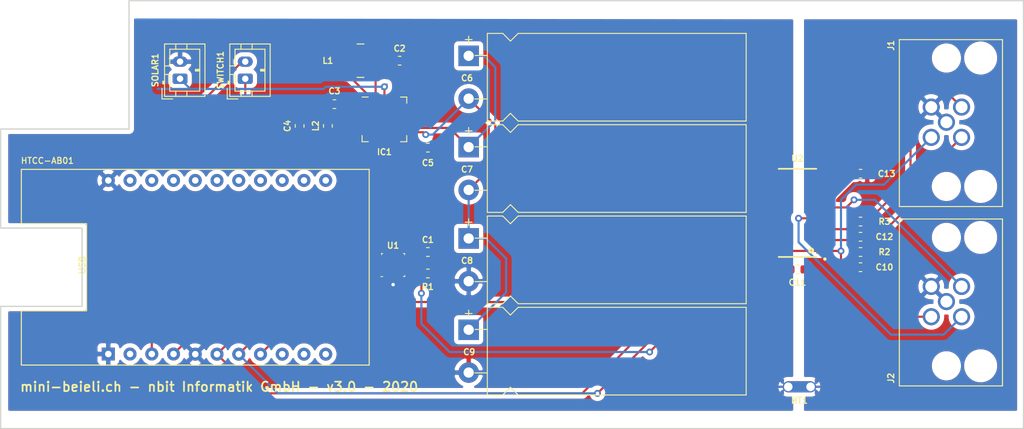
<source format=kicad_pcb>
(kicad_pcb (version 20171130) (host pcbnew 5.1.6-1.fc32)

  (general
    (thickness 1.6)
    (drawings 11)
    (tracks 190)
    (zones 0)
    (modules 27)
    (nets 26)
  )

  (page A4)
  (layers
    (0 F.Cu signal)
    (31 B.Cu signal)
    (32 B.Adhes user)
    (33 F.Adhes user)
    (34 B.Paste user)
    (35 F.Paste user)
    (36 B.SilkS user)
    (37 F.SilkS user)
    (38 B.Mask user)
    (39 F.Mask user)
    (40 Dwgs.User user)
    (41 Cmts.User user)
    (42 Eco1.User user)
    (43 Eco2.User user)
    (44 Edge.Cuts user)
    (45 Margin user)
    (46 B.CrtYd user)
    (47 F.CrtYd user)
    (48 B.Fab user)
    (49 F.Fab user)
  )

  (setup
    (last_trace_width 0.25)
    (trace_clearance 0.2)
    (zone_clearance 0.508)
    (zone_45_only no)
    (trace_min 0.2)
    (via_size 0.8)
    (via_drill 0.4)
    (via_min_size 0.4)
    (via_min_drill 0.3)
    (uvia_size 0.3)
    (uvia_drill 0.1)
    (uvias_allowed no)
    (uvia_min_size 0.2)
    (uvia_min_drill 0.1)
    (edge_width 0.05)
    (segment_width 0.2)
    (pcb_text_width 0.3)
    (pcb_text_size 1.5 1.5)
    (mod_edge_width 0.12)
    (mod_text_size 1 1)
    (mod_text_width 0.15)
    (pad_size 1.524 1.524)
    (pad_drill 0.762)
    (pad_to_mask_clearance 0.05)
    (aux_axis_origin 0 0)
    (visible_elements FFFFFF7F)
    (pcbplotparams
      (layerselection 0x010fc_ffffffff)
      (usegerberextensions true)
      (usegerberattributes true)
      (usegerberadvancedattributes true)
      (creategerberjobfile true)
      (excludeedgelayer true)
      (linewidth 0.100000)
      (plotframeref false)
      (viasonmask false)
      (mode 1)
      (useauxorigin false)
      (hpglpennumber 1)
      (hpglpenspeed 20)
      (hpglpendiameter 15.000000)
      (psnegative false)
      (psa4output false)
      (plotreference true)
      (plotvalue true)
      (plotinvisibletext false)
      (padsonsilk false)
      (subtractmaskfromsilk false)
      (outputformat 1)
      (mirror false)
      (drillshape 0)
      (scaleselection 1)
      (outputdirectory "../pcbway-3.0/gerber/"))
  )

  (net 0 "")
  (net 1 GND)
  (net 2 /BUFSRC)
  (net 3 /BOOST)
  (net 4 /BUCK)
  (net 5 /3.3V)
  (net 6 /VSUPERCAP)
  (net 7 /AGND)
  (net 8 VS)
  (net 9 /A_GREEN)
  (net 10 /A_WHITE)
  (net 11 /B_GREEN)
  (net 12 /B_WHITE)
  (net 13 /SDA)
  (net 14 /SCL)
  (net 15 /SWBOOST)
  (net 16 /SWBUCK)
  (net 17 /VEXT)
  (net 18 /GPIO0)
  (net 19 /VIN)
  (net 20 /AB_RED)
  (net 21 "Net-(R1-Pad2)")
  (net 22 "Net-(C6-Pad2)")
  (net 23 "Net-(C12-Pad2)")
  (net 24 "Net-(C12-Pad1)")
  (net 25 "Net-(C13-Pad1)")

  (net_class Default "This is the default net class."
    (clearance 0.2)
    (trace_width 0.25)
    (via_dia 0.8)
    (via_drill 0.4)
    (uvia_dia 0.3)
    (uvia_drill 0.1)
    (add_net /3.3V)
    (add_net /AB_RED)
    (add_net /AGND)
    (add_net /A_GREEN)
    (add_net /A_WHITE)
    (add_net /BOOST)
    (add_net /BUCK)
    (add_net /BUFSRC)
    (add_net /B_GREEN)
    (add_net /B_WHITE)
    (add_net /GPIO0)
    (add_net /SCL)
    (add_net /SDA)
    (add_net /SWBOOST)
    (add_net /SWBUCK)
    (add_net /VEXT)
    (add_net /VIN)
    (add_net /VSUPERCAP)
    (add_net GND)
    (add_net "Net-(C12-Pad1)")
    (add_net "Net-(C12-Pad2)")
    (add_net "Net-(C13-Pad1)")
    (add_net "Net-(C6-Pad2)")
    (add_net "Net-(R1-Pad2)")
    (add_net VS)
  )

  (module SUPERCAP:HTCC-AB01 (layer F.Cu) (tedit 5F5271B4) (tstamp 5F52A954)
    (at 62.738 63.5 90)
    (descr HTCC-AB01)
    (tags HTCC-AB01)
    (path /5F6D2856)
    (attr virtual)
    (fp_text reference HTCC-AB01 (at 12.446 -17.272) (layer F.SilkS)
      (effects (font (size 0.7 0.7) (thickness 0.127)))
    )
    (fp_text value HTCC-AB01 (at 0 22.86 90) (layer F.SilkS) hide
      (effects (font (size 0.6096 0.6096) (thickness 0.127)))
    )
    (fp_line (start 5.08 -12.7) (end -5.08 -12.7) (layer Dwgs.User) (width 0.127))
    (fp_line (start 5.08 -20.32) (end 5.08 -12.7) (layer Dwgs.User) (width 0.127))
    (fp_line (start -5.08 -20.32) (end -11.43 -20.32) (layer Dwgs.User) (width 0.127))
    (fp_line (start 11.43 20.32) (end 11.43 -20.32) (layer Dwgs.User) (width 0.127))
    (fp_line (start -11.43 20.32) (end 11.43 20.32) (layer Dwgs.User) (width 0.127))
    (fp_line (start -11.43 -20.32) (end -11.43 20.32) (layer Dwgs.User) (width 0.127))
    (fp_line (start -5.08 -12.7) (end -5.08 -20.32) (layer Dwgs.User) (width 0.127))
    (fp_line (start -11.43 20.32) (end 11.43 20.32) (layer F.SilkS) (width 0.127))
    (fp_line (start 11.43 20.32) (end 11.43 -20.32) (layer F.SilkS) (width 0.127))
    (fp_line (start -5.08 -20.32) (end -11.43 -20.32) (layer F.SilkS) (width 0.127))
    (fp_line (start 5.08 -20.32) (end 5.08 -12.7) (layer F.SilkS) (width 0.127))
    (fp_line (start 5.08 -12.7) (end -5.08 -12.7) (layer F.SilkS) (width 0.127))
    (fp_line (start -11.43 -20.32) (end -11.43 20.32) (layer F.SilkS) (width 0.127))
    (fp_line (start -5.08 -12.7) (end -5.08 -20.32) (layer F.SilkS) (width 0.127))
    (fp_line (start 11.43 -20.32) (end 5.08 -20.32) (layer Dwgs.User) (width 0.127))
    (fp_line (start 11.43 -20.32) (end 5.08 -20.32) (layer Dwgs.User) (width 0.127))
    (fp_line (start 11.43 -20.32) (end 5.08 -20.32) (layer F.SilkS) (width 0.127))
    (fp_text user USB (at 0.254 -13.208 90) (layer F.SilkS)
      (effects (font (size 0.7 0.7) (thickness 0.1524)))
    )
    (pad 12 thru_hole circle (at 10.14 15.24 90) (size 1.524 1.524) (drill 0.762) (layers *.Cu *.Mask))
    (pad 13 thru_hole circle (at 10.14 12.7 90) (size 1.524 1.524) (drill 0.762) (layers *.Cu *.Mask))
    (pad 14 thru_hole circle (at 10.14 10.16 90) (size 1.524 1.524) (drill 0.762) (layers *.Cu *.Mask))
    (pad 15 thru_hole circle (at 10.14 7.62 90) (size 1.524 1.524) (drill 0.762) (layers *.Cu *.Mask))
    (pad 16 thru_hole circle (at 10.14 5.08 90) (size 1.524 1.524) (drill 0.762) (layers *.Cu *.Mask))
    (pad 17 thru_hole circle (at 10.14 2.54 90) (size 1.524 1.524) (drill 0.762) (layers *.Cu *.Mask))
    (pad 18 thru_hole circle (at 10.14 0 90) (size 1.524 1.524) (drill 0.762) (layers *.Cu *.Mask))
    (pad 19 thru_hole circle (at 10.14 -2.54 90) (size 1.524 1.524) (drill 0.762) (layers *.Cu *.Mask))
    (pad 20 thru_hole circle (at 10.14 -5.08 90) (size 1.524 1.524) (drill 0.762) (layers *.Cu *.Mask))
    (pad 21 thru_hole circle (at 10.14 -7.62 90) (size 1.524 1.524) (drill 0.762) (layers *.Cu *.Mask))
    (pad 22 thru_hole circle (at 10.14 -10.16 90) (size 1.524 1.524) (drill 0.762) (layers *.Cu *.Mask)
      (net 1 GND))
    (pad 11 thru_hole circle (at -10.16 15.24 90) (size 1.524 1.524) (drill 0.762) (layers *.Cu *.Mask))
    (pad 10 thru_hole circle (at -10.16 12.7 90) (size 1.524 1.524) (drill 0.762) (layers *.Cu *.Mask))
    (pad 9 thru_hole circle (at -10.16 10.16 90) (size 1.524 1.524) (drill 0.762) (layers *.Cu *.Mask))
    (pad 8 thru_hole circle (at -10.16 7.62 90) (size 1.524 1.524) (drill 0.762) (layers *.Cu *.Mask)
      (net 18 /GPIO0))
    (pad 7 thru_hole circle (at -10.16 5.08 90) (size 1.524 1.524) (drill 0.762) (layers *.Cu *.Mask)
      (net 13 /SDA))
    (pad 6 thru_hole circle (at -10.16 2.54 90) (size 1.524 1.524) (drill 0.762) (layers *.Cu *.Mask)
      (net 14 /SCL))
    (pad 5 thru_hole circle (at -10.16 0 90) (size 1.524 1.524) (drill 0.762) (layers *.Cu *.Mask)
      (net 1 GND))
    (pad 4 thru_hole circle (at -10.14 -2.54 90) (size 1.524 1.524) (drill 0.762) (layers *.Cu *.Mask)
      (net 17 /VEXT))
    (pad 3 thru_hole circle (at -10.14 -5.08 90) (size 1.524 1.524) (drill 0.762) (layers *.Cu *.Mask)
      (net 19 /VIN))
    (pad 2 thru_hole circle (at -10.14 -7.62 90) (size 1.524 1.524) (drill 0.762) (layers *.Cu *.Mask))
    (pad 1 thru_hole rect (at -10.14 -10.16 90) (size 1.524 1.524) (drill 0.762) (layers *.Cu *.Mask)
      (net 1 GND))
  )

  (module T4145015051-001:T4145015051-001 (layer F.Cu) (tedit 0) (tstamp 5F40EB68)
    (at 150.495 67.515 90)
    (path /602AD758)
    (fp_text reference J2 (at -8.939 -6.477 90) (layer F.SilkS)
      (effects (font (size 0.7 0.7) (thickness 0.15)))
    )
    (fp_text value T4145015051-001 (at -7.38206 7.25284 90) (layer F.SilkS) hide
      (effects (font (size 0.788591 0.788591) (thickness 0.05)))
    )
    (fp_line (start 9.65 -5.5) (end 9.65 6.55) (layer F.SilkS) (width 0.127))
    (fp_line (start -9.85 -5.5) (end 9.65 -5.5) (layer F.SilkS) (width 0.127))
    (fp_line (start -9.85 6.55) (end -9.85 -5.5) (layer F.SilkS) (width 0.127))
    (fp_line (start 9.65 6.55) (end -9.85 6.55) (layer F.SilkS) (width 0.127))
    (pad Hole np_thru_hole circle (at -7.5 4 90) (size 2.85 2.85) (drill 2.85) (layers *.Cu *.Mask F.SilkS))
    (pad Hole np_thru_hole circle (at -7.5 0 90) (size 2.4 2.4) (drill 2.4) (layers *.Cu *.Mask F.SilkS))
    (pad Hole np_thru_hole circle (at 7.5 4 90) (size 2.85 2.85) (drill 2.85) (layers *.Cu *.Mask F.SilkS))
    (pad Hole np_thru_hole circle (at 7.5 0 90) (size 2.4 2.4) (drill 2.4) (layers *.Cu *.Mask F.SilkS))
    (pad P$5 thru_hole circle (at 0 0 90) (size 2 2) (drill 1.4) (layers *.Cu *.Mask)
      (net 7 /AGND))
    (pad P$4 thru_hole circle (at 1.77 1.77 90) (size 2 2) (drill 1.4) (layers *.Cu *.Mask)
      (net 11 /B_GREEN))
    (pad P$3 thru_hole circle (at -1.77 1.77 90) (size 2 2) (drill 1.4) (layers *.Cu *.Mask)
      (net 12 /B_WHITE))
    (pad P$2 thru_hole circle (at 1.77 -1.77 90) (size 2 2) (drill 1.4) (layers *.Cu *.Mask)
      (net 7 /AGND))
    (pad P$1 thru_hole circle (at -1.77 -1.77 90) (size 2 2) (drill 1.4) (layers *.Cu *.Mask)
      (net 20 /AB_RED))
  )

  (module Package_LGA:Bosch_LGA-8_2.5x2.5mm_P0.65mm_ClockwisePinNumbering (layer F.Cu) (tedit 5A0FA816) (tstamp 5F4FFBE0)
    (at 85.852 63.246 90)
    (descr LGA-8)
    (tags "lga land grid array")
    (path /5F40DD10)
    (attr smd)
    (fp_text reference U1 (at 2.286 0) (layer F.SilkS)
      (effects (font (size 0.7 0.7) (thickness 0.15)))
    )
    (fp_text value BME280 (at 0.015 2.535 90) (layer F.Fab)
      (effects (font (size 1 1) (thickness 0.15)))
    )
    (fp_line (start -1.35 1.36) (end -1.2 1.36) (layer F.SilkS) (width 0.1))
    (fp_line (start -1.25 -0.5) (end -0.5 -1.25) (layer F.Fab) (width 0.1))
    (fp_line (start -1.35 1.35) (end -1.35 1.2) (layer F.SilkS) (width 0.1))
    (fp_line (start 1.35 1.35) (end 1.35 1.2) (layer F.SilkS) (width 0.1))
    (fp_line (start 1.35 1.35) (end 1.2 1.35) (layer F.SilkS) (width 0.1))
    (fp_line (start 1.2 -1.35) (end 1.35 -1.35) (layer F.SilkS) (width 0.1))
    (fp_line (start 1.35 -1.35) (end 1.35 -1.2) (layer F.SilkS) (width 0.1))
    (fp_line (start -1.35 -1.2) (end -1.35 -1.45) (layer F.SilkS) (width 0.1))
    (fp_line (start -1.25 1.25) (end -1.25 -0.5) (layer F.Fab) (width 0.1))
    (fp_line (start -0.5 -1.25) (end 1.25 -1.25) (layer F.Fab) (width 0.1))
    (fp_line (start 1.25 -1.25) (end 1.25 1.25) (layer F.Fab) (width 0.1))
    (fp_line (start 1.25 1.25) (end -1.25 1.25) (layer F.Fab) (width 0.1))
    (fp_line (start -1.41 1.54) (end -1.41 -1.54) (layer F.CrtYd) (width 0.05))
    (fp_line (start -1.41 -1.54) (end 1.41 -1.54) (layer F.CrtYd) (width 0.05))
    (fp_line (start 1.41 -1.54) (end 1.41 1.54) (layer F.CrtYd) (width 0.05))
    (fp_line (start 1.41 1.54) (end -1.41 1.54) (layer F.CrtYd) (width 0.05))
    (fp_text user %R (at 0 0 270) (layer F.Fab)
      (effects (font (size 0.5 0.5) (thickness 0.075)))
    )
    (pad 5 smd rect (at 0.975 1.025 180) (size 0.5 0.35) (layers F.Cu F.Paste F.Mask)
      (net 21 "Net-(R1-Pad2)"))
    (pad 6 smd rect (at 0.325 1.025 180) (size 0.5 0.35) (layers F.Cu F.Paste F.Mask)
      (net 17 /VEXT))
    (pad 7 smd rect (at -0.325 1.025 180) (size 0.5 0.35) (layers F.Cu F.Paste F.Mask)
      (net 1 GND))
    (pad 8 smd rect (at -0.975 1.025 180) (size 0.5 0.35) (layers F.Cu F.Paste F.Mask)
      (net 17 /VEXT))
    (pad 1 smd rect (at -0.975 -1.025 180) (size 0.5 0.35) (layers F.Cu F.Paste F.Mask)
      (net 1 GND))
    (pad 2 smd rect (at -0.325 -1.025 180) (size 0.5 0.35) (layers F.Cu F.Paste F.Mask)
      (net 17 /VEXT))
    (pad 3 smd rect (at 0.325 -1.025 180) (size 0.5 0.35) (layers F.Cu F.Paste F.Mask)
      (net 13 /SDA))
    (pad 4 smd rect (at 0.975 -1.025 180) (size 0.5 0.35) (layers F.Cu F.Paste F.Mask)
      (net 14 /SCL))
    (model ${KISYS3DMOD}/Package_LGA.3dshapes/Bosch_LGA-8_2.5x2.5mm_P0.65mm_ClockwisePinNumbering.wrl
      (offset (xyz 0.01500000025472259 -0.03500000059435272 0))
      (scale (xyz 1 1 1))
      (rotate (xyz 0 0 0))
    )
  )

  (module Resistor_SMD:R_0603_1608Metric (layer F.Cu) (tedit 5B301BBD) (tstamp 5F4FFADF)
    (at 89.916 64.232)
    (descr "Resistor SMD 0603 (1608 Metric), square (rectangular) end terminal, IPC_7351 nominal, (Body size source: http://www.tortai-tech.com/upload/download/2011102023233369053.pdf), generated with kicad-footprint-generator")
    (tags resistor)
    (path /5F6AF340)
    (attr smd)
    (fp_text reference R1 (at 0 1.554) (layer F.SilkS)
      (effects (font (size 0.7 0.7) (thickness 0.15)))
    )
    (fp_text value 10k (at 0 1.43) (layer F.Fab)
      (effects (font (size 1 1) (thickness 0.15)))
    )
    (fp_line (start -0.8 0.4) (end -0.8 -0.4) (layer F.Fab) (width 0.1))
    (fp_line (start -0.8 -0.4) (end 0.8 -0.4) (layer F.Fab) (width 0.1))
    (fp_line (start 0.8 -0.4) (end 0.8 0.4) (layer F.Fab) (width 0.1))
    (fp_line (start 0.8 0.4) (end -0.8 0.4) (layer F.Fab) (width 0.1))
    (fp_line (start -0.162779 -0.51) (end 0.162779 -0.51) (layer F.SilkS) (width 0.12))
    (fp_line (start -0.162779 0.51) (end 0.162779 0.51) (layer F.SilkS) (width 0.12))
    (fp_line (start -1.48 0.73) (end -1.48 -0.73) (layer F.CrtYd) (width 0.05))
    (fp_line (start -1.48 -0.73) (end 1.48 -0.73) (layer F.CrtYd) (width 0.05))
    (fp_line (start 1.48 -0.73) (end 1.48 0.73) (layer F.CrtYd) (width 0.05))
    (fp_line (start 1.48 0.73) (end -1.48 0.73) (layer F.CrtYd) (width 0.05))
    (fp_text user %R (at 0 0) (layer F.Fab)
      (effects (font (size 0.4 0.4) (thickness 0.06)))
    )
    (pad 2 smd roundrect (at 0.7875 0) (size 0.875 0.95) (layers F.Cu F.Paste F.Mask) (roundrect_rratio 0.25)
      (net 21 "Net-(R1-Pad2)"))
    (pad 1 smd roundrect (at -0.7875 0) (size 0.875 0.95) (layers F.Cu F.Paste F.Mask) (roundrect_rratio 0.25)
      (net 17 /VEXT))
    (model ${KISYS3DMOD}/Resistor_SMD.3dshapes/R_0603_1608Metric.wrl
      (at (xyz 0 0 0))
      (scale (xyz 1 1 1))
      (rotate (xyz 0 0 0))
    )
  )

  (module Capacitor_SMD:C_0603_1608Metric (layer F.Cu) (tedit 5B301BBE) (tstamp 5F4FF782)
    (at 89.916 61.722)
    (descr "Capacitor SMD 0603 (1608 Metric), square (rectangular) end terminal, IPC_7351 nominal, (Body size source: http://www.tortai-tech.com/upload/download/2011102023233369053.pdf), generated with kicad-footprint-generator")
    (tags capacitor)
    (path /5FD34EBD)
    (attr smd)
    (fp_text reference C1 (at 0 -1.43) (layer F.SilkS)
      (effects (font (size 0.7 0.7) (thickness 0.15)))
    )
    (fp_text value 0.1uF (at 0 1.43) (layer F.Fab)
      (effects (font (size 1 1) (thickness 0.15)))
    )
    (fp_line (start -0.8 0.4) (end -0.8 -0.4) (layer F.Fab) (width 0.1))
    (fp_line (start -0.8 -0.4) (end 0.8 -0.4) (layer F.Fab) (width 0.1))
    (fp_line (start 0.8 -0.4) (end 0.8 0.4) (layer F.Fab) (width 0.1))
    (fp_line (start 0.8 0.4) (end -0.8 0.4) (layer F.Fab) (width 0.1))
    (fp_line (start -0.162779 -0.51) (end 0.162779 -0.51) (layer F.SilkS) (width 0.12))
    (fp_line (start -0.162779 0.51) (end 0.162779 0.51) (layer F.SilkS) (width 0.12))
    (fp_line (start -1.48 0.73) (end -1.48 -0.73) (layer F.CrtYd) (width 0.05))
    (fp_line (start -1.48 -0.73) (end 1.48 -0.73) (layer F.CrtYd) (width 0.05))
    (fp_line (start 1.48 -0.73) (end 1.48 0.73) (layer F.CrtYd) (width 0.05))
    (fp_line (start 1.48 0.73) (end -1.48 0.73) (layer F.CrtYd) (width 0.05))
    (fp_text user %R (at 0 0) (layer F.Fab)
      (effects (font (size 0.4 0.4) (thickness 0.06)))
    )
    (pad 2 smd roundrect (at 0.7875 0) (size 0.875 0.95) (layers F.Cu F.Paste F.Mask) (roundrect_rratio 0.25)
      (net 1 GND))
    (pad 1 smd roundrect (at -0.7875 0) (size 0.875 0.95) (layers F.Cu F.Paste F.Mask) (roundrect_rratio 0.25)
      (net 17 /VEXT))
    (model ${KISYS3DMOD}/Capacitor_SMD.3dshapes/C_0603_1608Metric.wrl
      (at (xyz 0 0 0))
      (scale (xyz 1 1 1))
      (rotate (xyz 0 0 0))
    )
  )

  (module SUPERCAP:SCCS30B106PRB (layer F.Cu) (tedit 5F4E6AC5) (tstamp 5F4AB601)
    (at 93.98 73.306)
    (descr "CP, Axial series, Axial, Horizontal, pin pitch=26mm, , length*diameter=20*10mm^2, Electrolytic Capacitor, , http://www.kemet.com/Lists/ProductCatalog/Attachments/424/KEM_AC102.pdf")
    (tags "CP Axial series Axial Horizontal pin pitch 26mm  length 20mm diameter 10mm Electrolytic Capacitor")
    (path /5F7499C2)
    (fp_text reference C9 (at 0.762 0.1) (layer F.SilkS)
      (effects (font (size 0.7 0.7) (thickness 0.15)))
    )
    (fp_text value 10F (at 13 6.12) (layer F.Fab)
      (effects (font (size 1 1) (thickness 0.15)))
    )
    (fp_line (start 3 -5) (end 3 5) (layer F.Fab) (width 0.1))
    (fp_line (start 33 -5) (end 33 5) (layer F.Fab) (width 0.1))
    (fp_line (start 3 -5) (end 4.68 -5) (layer F.Fab) (width 0.1))
    (fp_line (start 4.68 -5) (end 5.58 -4.1) (layer F.Fab) (width 0.1))
    (fp_line (start 5.58 -4.1) (end 6.48 -5) (layer F.Fab) (width 0.1))
    (fp_line (start 6.48 -5) (end 33 -5) (layer F.Fab) (width 0.1))
    (fp_line (start 3 5) (end 4.68 5) (layer F.Fab) (width 0.1))
    (fp_line (start 4.68 5) (end 5.58 4.1) (layer F.Fab) (width 0.1))
    (fp_line (start 5.58 4.1) (end 6.48 5) (layer F.Fab) (width 0.1))
    (fp_line (start 6.48 5) (end 33 5) (layer F.Fab) (width 0.1))
    (fp_line (start 0.7 -2.54) (end 3 -2.54) (layer F.Fab) (width 0.1))
    (fp_line (start 0.7 2.54) (end 3 2.54) (layer F.Fab) (width 0.1))
    (fp_line (start 4.7 -2.54) (end 6.5 -2.54) (layer F.Fab) (width 0.1))
    (fp_line (start 5.6 -3.44) (end 5.6 -1.64) (layer F.Fab) (width 0.1))
    (fp_line (start 0.3 -4.4) (end 1.1 -4.4) (layer F.SilkS) (width 0.12))
    (fp_line (start 0.7 -4.8) (end 0.7 -4) (layer F.SilkS) (width 0.12))
    (fp_line (start 2.88 -5.12) (end 2.88 5.12) (layer F.SilkS) (width 0.12))
    (fp_line (start 33.12 -5.12) (end 33.12 5.12) (layer F.SilkS) (width 0.12))
    (fp_line (start 2.88 -5.12) (end 4.68 -5.12) (layer F.SilkS) (width 0.12))
    (fp_line (start 4.68 -5.12) (end 5.58 -4.22) (layer F.SilkS) (width 0.12))
    (fp_line (start 5.58 -4.22) (end 6.48 -5.12) (layer F.SilkS) (width 0.12))
    (fp_line (start 6.48 -5.12) (end 33.12 -5.12) (layer F.SilkS) (width 0.12))
    (fp_line (start 2.88 5.12) (end 4.68 5.12) (layer F.SilkS) (width 0.12))
    (fp_line (start 4.68 5.12) (end 5.58 4.22) (layer F.SilkS) (width 0.12))
    (fp_line (start 5.58 4.22) (end 6.48 5.12) (layer F.SilkS) (width 0.12))
    (fp_line (start 6.48 5.12) (end 33.12 5.12) (layer F.SilkS) (width 0.12))
    (fp_line (start 1.44 -2.54) (end 2.88 -2.54) (layer F.SilkS) (width 0.12))
    (fp_line (start 1.42 2.54) (end 2.86 2.54) (layer F.SilkS) (width 0.12))
    (fp_line (start -1.45 -5.25) (end -1.45 5.25) (layer F.CrtYd) (width 0.05))
    (fp_line (start -1.45 5.25) (end 33.15 5.25) (layer F.CrtYd) (width 0.05))
    (fp_line (start 33.15 5.25) (end 33.15 -5.25) (layer F.CrtYd) (width 0.05))
    (fp_line (start 33.15 -5.25) (end -1.45 -5.25) (layer F.CrtYd) (width 0.05))
    (fp_text user %R (at 13 0) (layer F.Fab)
      (effects (font (size 1 1) (thickness 0.15)))
    )
    (pad 1 thru_hole rect (at 0.7 -2.5) (size 2.4 2.4) (drill 1.2) (layers *.Cu *.Mask)
      (net 22 "Net-(C6-Pad2)"))
    (pad 2 thru_hole oval (at 0.7 2.5) (size 2.4 2.4) (drill 1.2) (layers *.Cu *.Mask)
      (net 1 GND))
    (model ${KISYS3DMOD}/Capacitor_THT.3dshapes/CP_Axial_L20.0mm_D10.0mm_P26.00mm_Horizontal.wrl
      (at (xyz 0 0 0))
      (scale (xyz 1 1 1))
      (rotate (xyz 0 0 0))
    )
  )

  (module SUPERCAP:SCCS30B106PRB (layer F.Cu) (tedit 5F4E6AC5) (tstamp 5F40EA05)
    (at 93.98 62.638)
    (descr "CP, Axial series, Axial, Horizontal, pin pitch=26mm, , length*diameter=20*10mm^2, Electrolytic Capacitor, , http://www.kemet.com/Lists/ProductCatalog/Attachments/424/KEM_AC102.pdf")
    (tags "CP Axial series Axial Horizontal pin pitch 26mm  length 20mm diameter 10mm Electrolytic Capacitor")
    (path /5F3BC1ED)
    (fp_text reference C8 (at 0.508 0.1) (layer F.SilkS)
      (effects (font (size 0.7 0.7) (thickness 0.15)))
    )
    (fp_text value 10F (at 13 6.12) (layer F.Fab)
      (effects (font (size 1 1) (thickness 0.15)))
    )
    (fp_line (start 3 -5) (end 3 5) (layer F.Fab) (width 0.1))
    (fp_line (start 33 -5) (end 33 5) (layer F.Fab) (width 0.1))
    (fp_line (start 3 -5) (end 4.68 -5) (layer F.Fab) (width 0.1))
    (fp_line (start 4.68 -5) (end 5.58 -4.1) (layer F.Fab) (width 0.1))
    (fp_line (start 5.58 -4.1) (end 6.48 -5) (layer F.Fab) (width 0.1))
    (fp_line (start 6.48 -5) (end 33 -5) (layer F.Fab) (width 0.1))
    (fp_line (start 3 5) (end 4.68 5) (layer F.Fab) (width 0.1))
    (fp_line (start 4.68 5) (end 5.58 4.1) (layer F.Fab) (width 0.1))
    (fp_line (start 5.58 4.1) (end 6.48 5) (layer F.Fab) (width 0.1))
    (fp_line (start 6.48 5) (end 33 5) (layer F.Fab) (width 0.1))
    (fp_line (start 0.7 -2.54) (end 3 -2.54) (layer F.Fab) (width 0.1))
    (fp_line (start 0.7 2.54) (end 3 2.54) (layer F.Fab) (width 0.1))
    (fp_line (start 4.7 -2.54) (end 6.5 -2.54) (layer F.Fab) (width 0.1))
    (fp_line (start 5.6 -3.44) (end 5.6 -1.64) (layer F.Fab) (width 0.1))
    (fp_line (start 0.3 -4.4) (end 1.1 -4.4) (layer F.SilkS) (width 0.12))
    (fp_line (start 0.7 -4.8) (end 0.7 -4) (layer F.SilkS) (width 0.12))
    (fp_line (start 2.88 -5.12) (end 2.88 5.12) (layer F.SilkS) (width 0.12))
    (fp_line (start 33.12 -5.12) (end 33.12 5.12) (layer F.SilkS) (width 0.12))
    (fp_line (start 2.88 -5.12) (end 4.68 -5.12) (layer F.SilkS) (width 0.12))
    (fp_line (start 4.68 -5.12) (end 5.58 -4.22) (layer F.SilkS) (width 0.12))
    (fp_line (start 5.58 -4.22) (end 6.48 -5.12) (layer F.SilkS) (width 0.12))
    (fp_line (start 6.48 -5.12) (end 33.12 -5.12) (layer F.SilkS) (width 0.12))
    (fp_line (start 2.88 5.12) (end 4.68 5.12) (layer F.SilkS) (width 0.12))
    (fp_line (start 4.68 5.12) (end 5.58 4.22) (layer F.SilkS) (width 0.12))
    (fp_line (start 5.58 4.22) (end 6.48 5.12) (layer F.SilkS) (width 0.12))
    (fp_line (start 6.48 5.12) (end 33.12 5.12) (layer F.SilkS) (width 0.12))
    (fp_line (start 1.44 -2.54) (end 2.88 -2.54) (layer F.SilkS) (width 0.12))
    (fp_line (start 1.42 2.54) (end 2.86 2.54) (layer F.SilkS) (width 0.12))
    (fp_line (start -1.45 -5.25) (end -1.45 5.25) (layer F.CrtYd) (width 0.05))
    (fp_line (start -1.45 5.25) (end 33.15 5.25) (layer F.CrtYd) (width 0.05))
    (fp_line (start 33.15 5.25) (end 33.15 -5.25) (layer F.CrtYd) (width 0.05))
    (fp_line (start 33.15 -5.25) (end -1.45 -5.25) (layer F.CrtYd) (width 0.05))
    (fp_text user %R (at 13 0) (layer F.Fab)
      (effects (font (size 1 1) (thickness 0.15)))
    )
    (pad 1 thru_hole rect (at 0.7 -2.5) (size 2.4 2.4) (drill 1.2) (layers *.Cu *.Mask)
      (net 22 "Net-(C6-Pad2)"))
    (pad 2 thru_hole oval (at 0.7 2.5) (size 2.4 2.4) (drill 1.2) (layers *.Cu *.Mask)
      (net 1 GND))
    (model ${KISYS3DMOD}/Capacitor_THT.3dshapes/CP_Axial_L20.0mm_D10.0mm_P26.00mm_Horizontal.wrl
      (at (xyz 0 0 0))
      (scale (xyz 1 1 1))
      (rotate (xyz 0 0 0))
    )
  )

  (module SUPERCAP:SCCS30B106PRB (layer F.Cu) (tedit 5F4E6AC5) (tstamp 5F4AB5B4)
    (at 93.98 51.97)
    (descr "CP, Axial series, Axial, Horizontal, pin pitch=26mm, , length*diameter=20*10mm^2, Electrolytic Capacitor, , http://www.kemet.com/Lists/ProductCatalog/Attachments/424/KEM_AC102.pdf")
    (tags "CP Axial series Axial Horizontal pin pitch 26mm  length 20mm diameter 10mm Electrolytic Capacitor")
    (path /5F72EE3C)
    (fp_text reference C7 (at 0.508 0.1) (layer F.SilkS)
      (effects (font (size 0.7 0.7) (thickness 0.15)))
    )
    (fp_text value 10F (at 13 6.12) (layer F.Fab)
      (effects (font (size 1 1) (thickness 0.15)))
    )
    (fp_line (start 3 -5) (end 3 5) (layer F.Fab) (width 0.1))
    (fp_line (start 33 -5) (end 33 5) (layer F.Fab) (width 0.1))
    (fp_line (start 3 -5) (end 4.68 -5) (layer F.Fab) (width 0.1))
    (fp_line (start 4.68 -5) (end 5.58 -4.1) (layer F.Fab) (width 0.1))
    (fp_line (start 5.58 -4.1) (end 6.48 -5) (layer F.Fab) (width 0.1))
    (fp_line (start 6.48 -5) (end 33 -5) (layer F.Fab) (width 0.1))
    (fp_line (start 3 5) (end 4.68 5) (layer F.Fab) (width 0.1))
    (fp_line (start 4.68 5) (end 5.58 4.1) (layer F.Fab) (width 0.1))
    (fp_line (start 5.58 4.1) (end 6.48 5) (layer F.Fab) (width 0.1))
    (fp_line (start 6.48 5) (end 33 5) (layer F.Fab) (width 0.1))
    (fp_line (start 0.7 -2.54) (end 3 -2.54) (layer F.Fab) (width 0.1))
    (fp_line (start 0.7 2.54) (end 3 2.54) (layer F.Fab) (width 0.1))
    (fp_line (start 4.7 -2.54) (end 6.5 -2.54) (layer F.Fab) (width 0.1))
    (fp_line (start 5.6 -3.44) (end 5.6 -1.64) (layer F.Fab) (width 0.1))
    (fp_line (start 0.3 -4.4) (end 1.1 -4.4) (layer F.SilkS) (width 0.12))
    (fp_line (start 0.7 -4.8) (end 0.7 -4) (layer F.SilkS) (width 0.12))
    (fp_line (start 2.88 -5.12) (end 2.88 5.12) (layer F.SilkS) (width 0.12))
    (fp_line (start 33.12 -5.12) (end 33.12 5.12) (layer F.SilkS) (width 0.12))
    (fp_line (start 2.88 -5.12) (end 4.68 -5.12) (layer F.SilkS) (width 0.12))
    (fp_line (start 4.68 -5.12) (end 5.58 -4.22) (layer F.SilkS) (width 0.12))
    (fp_line (start 5.58 -4.22) (end 6.48 -5.12) (layer F.SilkS) (width 0.12))
    (fp_line (start 6.48 -5.12) (end 33.12 -5.12) (layer F.SilkS) (width 0.12))
    (fp_line (start 2.88 5.12) (end 4.68 5.12) (layer F.SilkS) (width 0.12))
    (fp_line (start 4.68 5.12) (end 5.58 4.22) (layer F.SilkS) (width 0.12))
    (fp_line (start 5.58 4.22) (end 6.48 5.12) (layer F.SilkS) (width 0.12))
    (fp_line (start 6.48 5.12) (end 33.12 5.12) (layer F.SilkS) (width 0.12))
    (fp_line (start 1.44 -2.54) (end 2.88 -2.54) (layer F.SilkS) (width 0.12))
    (fp_line (start 1.42 2.54) (end 2.86 2.54) (layer F.SilkS) (width 0.12))
    (fp_line (start -1.45 -5.25) (end -1.45 5.25) (layer F.CrtYd) (width 0.05))
    (fp_line (start -1.45 5.25) (end 33.15 5.25) (layer F.CrtYd) (width 0.05))
    (fp_line (start 33.15 5.25) (end 33.15 -5.25) (layer F.CrtYd) (width 0.05))
    (fp_line (start 33.15 -5.25) (end -1.45 -5.25) (layer F.CrtYd) (width 0.05))
    (fp_text user %R (at 13 0) (layer F.Fab)
      (effects (font (size 1 1) (thickness 0.15)))
    )
    (pad 1 thru_hole rect (at 0.7 -2.5) (size 2.4 2.4) (drill 1.2) (layers *.Cu *.Mask)
      (net 6 /VSUPERCAP))
    (pad 2 thru_hole oval (at 0.7 2.5) (size 2.4 2.4) (drill 1.2) (layers *.Cu *.Mask)
      (net 22 "Net-(C6-Pad2)"))
    (model ${KISYS3DMOD}/Capacitor_THT.3dshapes/CP_Axial_L20.0mm_D10.0mm_P26.00mm_Horizontal.wrl
      (at (xyz 0 0 0))
      (scale (xyz 1 1 1))
      (rotate (xyz 0 0 0))
    )
  )

  (module SUPERCAP:SCCS30B106PRB (layer F.Cu) (tedit 5F4E6AC5) (tstamp 5F40E939)
    (at 93.98 41.302)
    (descr "CP, Axial series, Axial, Horizontal, pin pitch=26mm, , length*diameter=20*10mm^2, Electrolytic Capacitor, , http://www.kemet.com/Lists/ProductCatalog/Attachments/424/KEM_AC102.pdf")
    (tags "CP Axial series Axial Horizontal pin pitch 26mm  length 20mm diameter 10mm Electrolytic Capacitor")
    (path /5F3B43B8)
    (fp_text reference C6 (at 0.508 0.1) (layer F.SilkS)
      (effects (font (size 0.7 0.7) (thickness 0.15)))
    )
    (fp_text value 10F (at 13 6.12) (layer F.Fab)
      (effects (font (size 1 1) (thickness 0.15)))
    )
    (fp_line (start 3 -5) (end 3 5) (layer F.Fab) (width 0.1))
    (fp_line (start 33 -5) (end 33 5) (layer F.Fab) (width 0.1))
    (fp_line (start 3 -5) (end 4.68 -5) (layer F.Fab) (width 0.1))
    (fp_line (start 4.68 -5) (end 5.58 -4.1) (layer F.Fab) (width 0.1))
    (fp_line (start 5.58 -4.1) (end 6.48 -5) (layer F.Fab) (width 0.1))
    (fp_line (start 6.48 -5) (end 33 -5) (layer F.Fab) (width 0.1))
    (fp_line (start 3 5) (end 4.68 5) (layer F.Fab) (width 0.1))
    (fp_line (start 4.68 5) (end 5.58 4.1) (layer F.Fab) (width 0.1))
    (fp_line (start 5.58 4.1) (end 6.48 5) (layer F.Fab) (width 0.1))
    (fp_line (start 6.48 5) (end 33 5) (layer F.Fab) (width 0.1))
    (fp_line (start 0.7 -2.54) (end 3 -2.54) (layer F.Fab) (width 0.1))
    (fp_line (start 0.7 2.54) (end 3 2.54) (layer F.Fab) (width 0.1))
    (fp_line (start 4.7 -2.54) (end 6.5 -2.54) (layer F.Fab) (width 0.1))
    (fp_line (start 5.6 -3.44) (end 5.6 -1.64) (layer F.Fab) (width 0.1))
    (fp_line (start 0.3 -4.4) (end 1.1 -4.4) (layer F.SilkS) (width 0.12))
    (fp_line (start 0.7 -4.8) (end 0.7 -4) (layer F.SilkS) (width 0.12))
    (fp_line (start 2.88 -5.12) (end 2.88 5.12) (layer F.SilkS) (width 0.12))
    (fp_line (start 33.12 -5.12) (end 33.12 5.12) (layer F.SilkS) (width 0.12))
    (fp_line (start 2.88 -5.12) (end 4.68 -5.12) (layer F.SilkS) (width 0.12))
    (fp_line (start 4.68 -5.12) (end 5.58 -4.22) (layer F.SilkS) (width 0.12))
    (fp_line (start 5.58 -4.22) (end 6.48 -5.12) (layer F.SilkS) (width 0.12))
    (fp_line (start 6.48 -5.12) (end 33.12 -5.12) (layer F.SilkS) (width 0.12))
    (fp_line (start 2.88 5.12) (end 4.68 5.12) (layer F.SilkS) (width 0.12))
    (fp_line (start 4.68 5.12) (end 5.58 4.22) (layer F.SilkS) (width 0.12))
    (fp_line (start 5.58 4.22) (end 6.48 5.12) (layer F.SilkS) (width 0.12))
    (fp_line (start 6.48 5.12) (end 33.12 5.12) (layer F.SilkS) (width 0.12))
    (fp_line (start 1.44 -2.54) (end 2.88 -2.54) (layer F.SilkS) (width 0.12))
    (fp_line (start 1.42 2.54) (end 2.86 2.54) (layer F.SilkS) (width 0.12))
    (fp_line (start -1.45 -5.25) (end -1.45 5.25) (layer F.CrtYd) (width 0.05))
    (fp_line (start -1.45 5.25) (end 33.15 5.25) (layer F.CrtYd) (width 0.05))
    (fp_line (start 33.15 5.25) (end 33.15 -5.25) (layer F.CrtYd) (width 0.05))
    (fp_line (start 33.15 -5.25) (end -1.45 -5.25) (layer F.CrtYd) (width 0.05))
    (fp_text user %R (at 13 0) (layer F.Fab)
      (effects (font (size 1 1) (thickness 0.15)))
    )
    (pad 1 thru_hole rect (at 0.7 -2.5) (size 2.4 2.4) (drill 1.2) (layers *.Cu *.Mask)
      (net 6 /VSUPERCAP))
    (pad 2 thru_hole oval (at 0.7 2.5) (size 2.4 2.4) (drill 1.2) (layers *.Cu *.Mask)
      (net 22 "Net-(C6-Pad2)"))
    (model ${KISYS3DMOD}/Capacitor_THT.3dshapes/CP_Axial_L20.0mm_D10.0mm_P26.00mm_Horizontal.wrl
      (at (xyz 0 0 0))
      (scale (xyz 1 1 1))
      (rotate (xyz 0 0 0))
    )
  )

  (module Inductor_SMD:L_0603_1608Metric (layer F.Cu) (tedit 5B301BBE) (tstamp 5F52B6FE)
    (at 78.232 46.99 90)
    (descr "Inductor SMD 0603 (1608 Metric), square (rectangular) end terminal, IPC_7351 nominal, (Body size source: http://www.tortai-tech.com/upload/download/2011102023233369053.pdf), generated with kicad-footprint-generator")
    (tags inductor)
    (path /CFAC69F3)
    (attr smd)
    (fp_text reference L2 (at 0 -1.43 90) (layer F.SilkS)
      (effects (font (size 0.7 0.7) (thickness 0.15)))
    )
    (fp_text value 10uH (at 0 1.43 90) (layer F.Fab)
      (effects (font (size 1 1) (thickness 0.15)))
    )
    (fp_line (start -0.8 0.4) (end -0.8 -0.4) (layer F.Fab) (width 0.1))
    (fp_line (start -0.8 -0.4) (end 0.8 -0.4) (layer F.Fab) (width 0.1))
    (fp_line (start 0.8 -0.4) (end 0.8 0.4) (layer F.Fab) (width 0.1))
    (fp_line (start 0.8 0.4) (end -0.8 0.4) (layer F.Fab) (width 0.1))
    (fp_line (start -0.162779 -0.51) (end 0.162779 -0.51) (layer F.SilkS) (width 0.12))
    (fp_line (start -0.162779 0.51) (end 0.162779 0.51) (layer F.SilkS) (width 0.12))
    (fp_line (start -1.48 0.73) (end -1.48 -0.73) (layer F.CrtYd) (width 0.05))
    (fp_line (start -1.48 -0.73) (end 1.48 -0.73) (layer F.CrtYd) (width 0.05))
    (fp_line (start 1.48 -0.73) (end 1.48 0.73) (layer F.CrtYd) (width 0.05))
    (fp_line (start 1.48 0.73) (end -1.48 0.73) (layer F.CrtYd) (width 0.05))
    (fp_text user %R (at 0 0 90) (layer F.Fab)
      (effects (font (size 0.4 0.4) (thickness 0.06)))
    )
    (pad 2 smd roundrect (at 0.7875 0 90) (size 0.875 0.95) (layers F.Cu F.Paste F.Mask) (roundrect_rratio 0.25)
      (net 16 /SWBUCK))
    (pad 1 smd roundrect (at -0.7875 0 90) (size 0.875 0.95) (layers F.Cu F.Paste F.Mask) (roundrect_rratio 0.25)
      (net 4 /BUCK))
    (model ${KISYS3DMOD}/Inductor_SMD.3dshapes/L_0603_1608Metric.wrl
      (at (xyz 0 0 0))
      (scale (xyz 1 1 1))
      (rotate (xyz 0 0 0))
    )
  )

  (module LPS4012:IND_LPS4012-103MRB (layer F.Cu) (tedit 5F3EA697) (tstamp 5F52B671)
    (at 82.042 39.37 180)
    (path /CDC0F428)
    (fp_text reference L1 (at 3.81 0) (layer F.SilkS)
      (effects (font (size 0.7 0.7) (thickness 0.15)))
    )
    (fp_text value 10uH-0.55A (at 8.89 3.175) (layer F.Fab)
      (effects (font (size 1 1) (thickness 0.015)))
    )
    (fp_poly (pts (xy 2.2 -1.395) (xy 1.65 -1.945) (xy 0.75 -1.945) (xy 0.75 -1.17)
      (xy 1.33 -0.575) (xy 1.33 0.575) (xy 0.75 1.17) (xy 0.75 1.945)
      (xy 1.64 1.945) (xy 2.2 1.395)) (layer F.Cu) (width 0.0001))
    (fp_poly (pts (xy -2.2 -1.395) (xy -1.65 -1.945) (xy -0.75 -1.945) (xy -0.75 -1.17)
      (xy -1.33 -0.575) (xy -1.33 0.575) (xy -0.75 1.17) (xy -0.75 1.945)
      (xy -1.64 1.945) (xy -2.2 1.395)) (layer F.Cu) (width 0.0001))
    (fp_poly (pts (xy 2.2 -1.395) (xy 1.65 -1.945) (xy 0.75 -1.945) (xy 0.75 -1.155)
      (xy 1.33 -0.575) (xy 1.33 0.59) (xy 0.75 1.17) (xy 0.75 1.945)
      (xy 1.65 1.945) (xy 2.2 1.395)) (layer F.Paste) (width 0.0001))
    (fp_poly (pts (xy -2.2 -1.395) (xy -1.65 -1.945) (xy -0.75 -1.945) (xy -0.75 -1.155)
      (xy -1.33 -0.575) (xy -1.33 0.59) (xy -0.75 1.17) (xy -0.75 1.945)
      (xy -1.65 1.945) (xy -2.2 1.395)) (layer F.Paste) (width 0.0001))
    (fp_poly (pts (xy -0.65 -2.05) (xy -1.65 -2.05) (xy -1.7 -2.05) (xy -2.3 -1.45)
      (xy -2.3 1.45) (xy -1.7 2.05) (xy -0.65 2.05) (xy -0.65 1.1)
      (xy -1.2 0.55) (xy -1.2 -0.55) (xy -0.65 -1.1)) (layer F.Mask) (width 0.0001))
    (fp_poly (pts (xy 0.65 -2.05) (xy 1.7 -2.05) (xy 2.3 -1.45) (xy 2.3 1.45)
      (xy 1.7 2.05) (xy 0.65 2.05) (xy 0.65 1.1) (xy 1.2 0.55)
      (xy 1.2 -0.55) (xy 0.65 -1.1)) (layer F.Mask) (width 0.0001))
    (fp_line (start -1.45 -1.95) (end 1.45 -1.95) (layer F.Fab) (width 0.127))
    (fp_line (start 1.95 -1.45) (end 1.95 1.45) (layer F.Fab) (width 0.127))
    (fp_line (start -1.45 1.95) (end 1.45 1.95) (layer F.Fab) (width 0.127))
    (fp_line (start -1.95 -1.45) (end -1.95 1.45) (layer F.Fab) (width 0.127))
    (fp_line (start -1.95 -1.45) (end -1.45 -1.95) (layer F.Fab) (width 0.127))
    (fp_line (start 1.45 -1.95) (end 1.95 -1.45) (layer F.Fab) (width 0.127))
    (fp_line (start 1.45 1.95) (end 1.95 1.45) (layer F.Fab) (width 0.127))
    (fp_line (start -1.45 1.95) (end -1.95 1.45) (layer F.Fab) (width 0.127))
    (fp_line (start -0.4 -1.95) (end 0.4 -1.95) (layer F.SilkS) (width 0.127))
    (fp_line (start -0.4 1.95) (end 0.4 1.95) (layer F.SilkS) (width 0.127))
    (fp_line (start -2.45 -2.2) (end 2.45 -2.2) (layer F.CrtYd) (width 0.05))
    (fp_line (start 2.45 -2.2) (end 2.45 2.2) (layer F.CrtYd) (width 0.05))
    (fp_line (start 2.45 2.2) (end -2.45 2.2) (layer F.CrtYd) (width 0.05))
    (fp_line (start -2.45 2.2) (end -2.45 -2.2) (layer F.CrtYd) (width 0.05))
    (pad 2 smd rect (at 1.765 0 180) (size 0.87 1.15) (layers F.Cu)
      (net 15 /SWBOOST))
    (pad 1 smd rect (at -1.765 0 180) (size 0.87 1.15) (layers F.Cu)
      (net 2 /BUFSRC))
  )

  (module nau7802:SOIC127P700X210-16N (layer F.Cu) (tedit 5EA843BF) (tstamp 5F531CD1)
    (at 133.096 57.15 180)
    (path /5F41501D)
    (fp_text reference U2 (at 0 6.35) (layer F.SilkS)
      (effects (font (size 0.7 0.7) (thickness 0.15)))
    )
    (fp_text value NAU7802SOIC (at 0.254 7.874) (layer F.Fab)
      (effects (font (size 1 1) (thickness 0.015)))
    )
    (fp_circle (center -1.6 -4.4) (end -1.4 -4.4) (layer F.SilkS) (width 0.3))
    (fp_line (start -4.375 5.5) (end -4.375 -5.5) (layer F.CrtYd) (width 0.05))
    (fp_line (start 4.375 5.5) (end -4.375 5.5) (layer F.CrtYd) (width 0.05))
    (fp_line (start 4.375 -5.5) (end 4.375 5.5) (layer F.CrtYd) (width 0.05))
    (fp_line (start -4.375 -5.5) (end 4.375 -5.5) (layer F.CrtYd) (width 0.05))
    (fp_circle (center -3.2 -5.4) (end -3.1 -5.4) (layer F.SilkS) (width 0.2))
    (fp_line (start -2.2 5.15) (end -2.2 -5.15) (layer F.Fab) (width 0.2))
    (fp_line (start 2.2 5.15) (end -2.2 5.15) (layer F.SilkS) (width 0.2))
    (fp_line (start 2.2 -5.15) (end 2.2 5.15) (layer F.Fab) (width 0.2))
    (fp_line (start -2.2 -5.15) (end 2.2 -5.15) (layer F.SilkS) (width 0.2))
    (pad 1 smd rect (at -3.105 -4.445 180) (size 1.8 0.64) (layers F.Cu F.Paste F.Mask)
      (net 20 /AB_RED))
    (pad 2 smd rect (at -3.105 -3.175 180) (size 1.8 0.64) (layers F.Cu F.Paste F.Mask)
      (net 24 "Net-(C12-Pad1)"))
    (pad 3 smd rect (at -3.105 -1.905 180) (size 1.8 0.64) (layers F.Cu F.Paste F.Mask)
      (net 23 "Net-(C12-Pad2)"))
    (pad 4 smd rect (at -3.105 -0.635 180) (size 1.8 0.64) (layers F.Cu F.Paste F.Mask)
      (net 12 /B_WHITE))
    (pad 5 smd rect (at -3.105 0.635 180) (size 1.8 0.64) (layers F.Cu F.Paste F.Mask)
      (net 11 /B_GREEN))
    (pad 6 smd rect (at -3.105 1.905 180) (size 1.8 0.64) (layers F.Cu F.Paste F.Mask)
      (net 25 "Net-(C13-Pad1)"))
    (pad 7 smd rect (at -3.105 3.175 180) (size 1.8 0.64) (layers F.Cu F.Paste F.Mask)
      (net 7 /AGND))
    (pad 8 smd rect (at -3.105 4.445 180) (size 1.8 0.64) (layers F.Cu F.Paste F.Mask)
      (net 7 /AGND))
    (pad 9 smd rect (at 3.105 4.445 180) (size 1.8 0.64) (layers F.Cu F.Paste F.Mask)
      (net 1 GND))
    (pad 10 smd rect (at 3.105 3.175 180) (size 1.8 0.64) (layers F.Cu F.Paste F.Mask))
    (pad 11 smd rect (at 3.105 1.905 180) (size 1.8 0.64) (layers F.Cu F.Paste F.Mask))
    (pad 12 smd rect (at 3.105 0.635 180) (size 1.8 0.64) (layers F.Cu F.Paste F.Mask)
      (net 18 /GPIO0))
    (pad 13 smd rect (at 3.105 -0.635 180) (size 1.8 0.64) (layers F.Cu F.Paste F.Mask)
      (net 14 /SCL))
    (pad 14 smd rect (at 3.105 -1.905 180) (size 1.8 0.64) (layers F.Cu F.Paste F.Mask)
      (net 13 /SDA))
    (pad 15 smd rect (at 3.105 -3.175 180) (size 1.8 0.64) (layers F.Cu F.Paste F.Mask)
      (net 17 /VEXT))
    (pad 16 smd rect (at 3.105 -4.445 180) (size 1.8 0.64) (layers F.Cu F.Paste F.Mask)
      (net 20 /AB_RED))
  )

  (module Connector_JST:JST_PH_B2B-PH-K_1x02_P2.00mm_Vertical (layer F.Cu) (tedit 5B7745C2) (tstamp 5F40ED69)
    (at 68.58 41.48 90)
    (descr "JST PH series connector, B2B-PH-K (http://www.jst-mfg.com/product/pdf/eng/ePH.pdf), generated with kicad-footprint-generator")
    (tags "connector JST PH side entry")
    (path /5FBE9AF3)
    (fp_text reference SWITCH1 (at 1 -2.9 90) (layer F.SilkS)
      (effects (font (size 0.7 0.7) (thickness 0.15)))
    )
    (fp_text value Conn_01x02_Female (at 1 4 90) (layer F.Fab)
      (effects (font (size 1 1) (thickness 0.15)))
    )
    (fp_line (start -2.06 -1.81) (end -2.06 2.91) (layer F.SilkS) (width 0.12))
    (fp_line (start -2.06 2.91) (end 4.06 2.91) (layer F.SilkS) (width 0.12))
    (fp_line (start 4.06 2.91) (end 4.06 -1.81) (layer F.SilkS) (width 0.12))
    (fp_line (start 4.06 -1.81) (end -2.06 -1.81) (layer F.SilkS) (width 0.12))
    (fp_line (start -0.3 -1.81) (end -0.3 -2.01) (layer F.SilkS) (width 0.12))
    (fp_line (start -0.3 -2.01) (end -0.6 -2.01) (layer F.SilkS) (width 0.12))
    (fp_line (start -0.6 -2.01) (end -0.6 -1.81) (layer F.SilkS) (width 0.12))
    (fp_line (start -0.3 -1.91) (end -0.6 -1.91) (layer F.SilkS) (width 0.12))
    (fp_line (start 0.5 -1.81) (end 0.5 -1.2) (layer F.SilkS) (width 0.12))
    (fp_line (start 0.5 -1.2) (end -1.45 -1.2) (layer F.SilkS) (width 0.12))
    (fp_line (start -1.45 -1.2) (end -1.45 2.3) (layer F.SilkS) (width 0.12))
    (fp_line (start -1.45 2.3) (end 3.45 2.3) (layer F.SilkS) (width 0.12))
    (fp_line (start 3.45 2.3) (end 3.45 -1.2) (layer F.SilkS) (width 0.12))
    (fp_line (start 3.45 -1.2) (end 1.5 -1.2) (layer F.SilkS) (width 0.12))
    (fp_line (start 1.5 -1.2) (end 1.5 -1.81) (layer F.SilkS) (width 0.12))
    (fp_line (start -2.06 -0.5) (end -1.45 -0.5) (layer F.SilkS) (width 0.12))
    (fp_line (start -2.06 0.8) (end -1.45 0.8) (layer F.SilkS) (width 0.12))
    (fp_line (start 4.06 -0.5) (end 3.45 -0.5) (layer F.SilkS) (width 0.12))
    (fp_line (start 4.06 0.8) (end 3.45 0.8) (layer F.SilkS) (width 0.12))
    (fp_line (start 0.9 2.3) (end 0.9 1.8) (layer F.SilkS) (width 0.12))
    (fp_line (start 0.9 1.8) (end 1.1 1.8) (layer F.SilkS) (width 0.12))
    (fp_line (start 1.1 1.8) (end 1.1 2.3) (layer F.SilkS) (width 0.12))
    (fp_line (start 1 2.3) (end 1 1.8) (layer F.SilkS) (width 0.12))
    (fp_line (start -1.11 -2.11) (end -2.36 -2.11) (layer F.SilkS) (width 0.12))
    (fp_line (start -2.36 -2.11) (end -2.36 -0.86) (layer F.SilkS) (width 0.12))
    (fp_line (start -1.11 -2.11) (end -2.36 -2.11) (layer F.Fab) (width 0.1))
    (fp_line (start -2.36 -2.11) (end -2.36 -0.86) (layer F.Fab) (width 0.1))
    (fp_line (start -1.95 -1.7) (end -1.95 2.8) (layer F.Fab) (width 0.1))
    (fp_line (start -1.95 2.8) (end 3.95 2.8) (layer F.Fab) (width 0.1))
    (fp_line (start 3.95 2.8) (end 3.95 -1.7) (layer F.Fab) (width 0.1))
    (fp_line (start 3.95 -1.7) (end -1.95 -1.7) (layer F.Fab) (width 0.1))
    (fp_line (start -2.45 -2.2) (end -2.45 3.3) (layer F.CrtYd) (width 0.05))
    (fp_line (start -2.45 3.3) (end 4.45 3.3) (layer F.CrtYd) (width 0.05))
    (fp_line (start 4.45 3.3) (end 4.45 -2.2) (layer F.CrtYd) (width 0.05))
    (fp_line (start 4.45 -2.2) (end -2.45 -2.2) (layer F.CrtYd) (width 0.05))
    (fp_text user %R (at 1 1.5 90) (layer F.Fab)
      (effects (font (size 1 1) (thickness 0.15)))
    )
    (pad 2 thru_hole oval (at 2 0 90) (size 1.2 1.75) (drill 0.75) (layers *.Cu *.Mask)
      (net 19 /VIN))
    (pad 1 thru_hole roundrect (at 0 0 90) (size 1.2 1.75) (drill 0.75) (layers *.Cu *.Mask) (roundrect_rratio 0.208333)
      (net 5 /3.3V))
    (model ${KISYS3DMOD}/Connector_JST.3dshapes/JST_PH_B2B-PH-K_1x02_P2.00mm_Vertical.wrl
      (at (xyz 0 0 0))
      (scale (xyz 1 1 1))
      (rotate (xyz 0 0 0))
    )
  )

  (module Connector_JST:JST_PH_B2B-PH-K_1x02_P2.00mm_Vertical (layer F.Cu) (tedit 5B7745C2) (tstamp 5F40ED13)
    (at 60.96 41.48 90)
    (descr "JST PH series connector, B2B-PH-K (http://www.jst-mfg.com/product/pdf/eng/ePH.pdf), generated with kicad-footprint-generator")
    (tags "connector JST PH side entry")
    (path /5FC3F569)
    (fp_text reference SOLAR1 (at 1 -2.9 90) (layer F.SilkS)
      (effects (font (size 0.7 0.7) (thickness 0.15)))
    )
    (fp_text value Conn_01x02_Female (at 1 4 90) (layer F.Fab)
      (effects (font (size 1 1) (thickness 0.15)))
    )
    (fp_line (start -2.06 -1.81) (end -2.06 2.91) (layer F.SilkS) (width 0.12))
    (fp_line (start -2.06 2.91) (end 4.06 2.91) (layer F.SilkS) (width 0.12))
    (fp_line (start 4.06 2.91) (end 4.06 -1.81) (layer F.SilkS) (width 0.12))
    (fp_line (start 4.06 -1.81) (end -2.06 -1.81) (layer F.SilkS) (width 0.12))
    (fp_line (start -0.3 -1.81) (end -0.3 -2.01) (layer F.SilkS) (width 0.12))
    (fp_line (start -0.3 -2.01) (end -0.6 -2.01) (layer F.SilkS) (width 0.12))
    (fp_line (start -0.6 -2.01) (end -0.6 -1.81) (layer F.SilkS) (width 0.12))
    (fp_line (start -0.3 -1.91) (end -0.6 -1.91) (layer F.SilkS) (width 0.12))
    (fp_line (start 0.5 -1.81) (end 0.5 -1.2) (layer F.SilkS) (width 0.12))
    (fp_line (start 0.5 -1.2) (end -1.45 -1.2) (layer F.SilkS) (width 0.12))
    (fp_line (start -1.45 -1.2) (end -1.45 2.3) (layer F.SilkS) (width 0.12))
    (fp_line (start -1.45 2.3) (end 3.45 2.3) (layer F.SilkS) (width 0.12))
    (fp_line (start 3.45 2.3) (end 3.45 -1.2) (layer F.SilkS) (width 0.12))
    (fp_line (start 3.45 -1.2) (end 1.5 -1.2) (layer F.SilkS) (width 0.12))
    (fp_line (start 1.5 -1.2) (end 1.5 -1.81) (layer F.SilkS) (width 0.12))
    (fp_line (start -2.06 -0.5) (end -1.45 -0.5) (layer F.SilkS) (width 0.12))
    (fp_line (start -2.06 0.8) (end -1.45 0.8) (layer F.SilkS) (width 0.12))
    (fp_line (start 4.06 -0.5) (end 3.45 -0.5) (layer F.SilkS) (width 0.12))
    (fp_line (start 4.06 0.8) (end 3.45 0.8) (layer F.SilkS) (width 0.12))
    (fp_line (start 0.9 2.3) (end 0.9 1.8) (layer F.SilkS) (width 0.12))
    (fp_line (start 0.9 1.8) (end 1.1 1.8) (layer F.SilkS) (width 0.12))
    (fp_line (start 1.1 1.8) (end 1.1 2.3) (layer F.SilkS) (width 0.12))
    (fp_line (start 1 2.3) (end 1 1.8) (layer F.SilkS) (width 0.12))
    (fp_line (start -1.11 -2.11) (end -2.36 -2.11) (layer F.SilkS) (width 0.12))
    (fp_line (start -2.36 -2.11) (end -2.36 -0.86) (layer F.SilkS) (width 0.12))
    (fp_line (start -1.11 -2.11) (end -2.36 -2.11) (layer F.Fab) (width 0.1))
    (fp_line (start -2.36 -2.11) (end -2.36 -0.86) (layer F.Fab) (width 0.1))
    (fp_line (start -1.95 -1.7) (end -1.95 2.8) (layer F.Fab) (width 0.1))
    (fp_line (start -1.95 2.8) (end 3.95 2.8) (layer F.Fab) (width 0.1))
    (fp_line (start 3.95 2.8) (end 3.95 -1.7) (layer F.Fab) (width 0.1))
    (fp_line (start 3.95 -1.7) (end -1.95 -1.7) (layer F.Fab) (width 0.1))
    (fp_line (start -2.45 -2.2) (end -2.45 3.3) (layer F.CrtYd) (width 0.05))
    (fp_line (start -2.45 3.3) (end 4.45 3.3) (layer F.CrtYd) (width 0.05))
    (fp_line (start 4.45 3.3) (end 4.45 -2.2) (layer F.CrtYd) (width 0.05))
    (fp_line (start 4.45 -2.2) (end -2.45 -2.2) (layer F.CrtYd) (width 0.05))
    (fp_text user %R (at 1 1.5 90) (layer F.Fab)
      (effects (font (size 1 1) (thickness 0.15)))
    )
    (pad 2 thru_hole oval (at 2 0 90) (size 1.2 1.75) (drill 0.75) (layers *.Cu *.Mask)
      (net 1 GND))
    (pad 1 thru_hole roundrect (at 0 0 90) (size 1.2 1.75) (drill 0.75) (layers *.Cu *.Mask) (roundrect_rratio 0.208333)
      (net 8 VS))
    (model ${KISYS3DMOD}/Connector_JST.3dshapes/JST_PH_B2B-PH-K_1x02_P2.00mm_Vertical.wrl
      (at (xyz 0 0 0))
      (scale (xyz 1 1 1))
      (rotate (xyz 0 0 0))
    )
  )

  (module Resistor_SMD:R_0603_1608Metric (layer F.Cu) (tedit 5B301BBD) (tstamp 5F49178F)
    (at 140.462 58.166)
    (descr "Resistor SMD 0603 (1608 Metric), square (rectangular) end terminal, IPC_7351 nominal, (Body size source: http://www.tortai-tech.com/upload/download/2011102023233369053.pdf), generated with kicad-footprint-generator")
    (tags resistor)
    (path /5F86CB81)
    (attr smd)
    (fp_text reference R3 (at 2.794 0) (layer F.SilkS)
      (effects (font (size 0.7 0.7) (thickness 0.15)))
    )
    (fp_text value 47 (at 0 1.43) (layer F.Fab)
      (effects (font (size 1 1) (thickness 0.15)))
    )
    (fp_line (start -0.8 0.4) (end -0.8 -0.4) (layer F.Fab) (width 0.1))
    (fp_line (start -0.8 -0.4) (end 0.8 -0.4) (layer F.Fab) (width 0.1))
    (fp_line (start 0.8 -0.4) (end 0.8 0.4) (layer F.Fab) (width 0.1))
    (fp_line (start 0.8 0.4) (end -0.8 0.4) (layer F.Fab) (width 0.1))
    (fp_line (start -0.162779 -0.51) (end 0.162779 -0.51) (layer F.SilkS) (width 0.12))
    (fp_line (start -0.162779 0.51) (end 0.162779 0.51) (layer F.SilkS) (width 0.12))
    (fp_line (start -1.48 0.73) (end -1.48 -0.73) (layer F.CrtYd) (width 0.05))
    (fp_line (start -1.48 -0.73) (end 1.48 -0.73) (layer F.CrtYd) (width 0.05))
    (fp_line (start 1.48 -0.73) (end 1.48 0.73) (layer F.CrtYd) (width 0.05))
    (fp_line (start 1.48 0.73) (end -1.48 0.73) (layer F.CrtYd) (width 0.05))
    (fp_text user %R (at 0 0) (layer F.Fab)
      (effects (font (size 0.4 0.4) (thickness 0.06)))
    )
    (pad 2 smd roundrect (at 0.7875 0) (size 0.875 0.95) (layers F.Cu F.Paste F.Mask) (roundrect_rratio 0.25)
      (net 9 /A_GREEN))
    (pad 1 smd roundrect (at -0.7875 0) (size 0.875 0.95) (layers F.Cu F.Paste F.Mask) (roundrect_rratio 0.25)
      (net 23 "Net-(C12-Pad2)"))
    (model ${KISYS3DMOD}/Resistor_SMD.3dshapes/R_0603_1608Metric.wrl
      (at (xyz 0 0 0))
      (scale (xyz 1 1 1))
      (rotate (xyz 0 0 0))
    )
  )

  (module Resistor_SMD:R_0603_1608Metric (layer F.Cu) (tedit 5B301BBD) (tstamp 5F40ECB6)
    (at 140.462 61.722)
    (descr "Resistor SMD 0603 (1608 Metric), square (rectangular) end terminal, IPC_7351 nominal, (Body size source: http://www.tortai-tech.com/upload/download/2011102023233369053.pdf), generated with kicad-footprint-generator")
    (tags resistor)
    (path /5F860866)
    (attr smd)
    (fp_text reference R2 (at 2.794 0) (layer F.SilkS)
      (effects (font (size 0.7 0.7) (thickness 0.15)))
    )
    (fp_text value 47 (at 0 1.43) (layer F.Fab)
      (effects (font (size 1 1) (thickness 0.15)))
    )
    (fp_line (start -0.8 0.4) (end -0.8 -0.4) (layer F.Fab) (width 0.1))
    (fp_line (start -0.8 -0.4) (end 0.8 -0.4) (layer F.Fab) (width 0.1))
    (fp_line (start 0.8 -0.4) (end 0.8 0.4) (layer F.Fab) (width 0.1))
    (fp_line (start 0.8 0.4) (end -0.8 0.4) (layer F.Fab) (width 0.1))
    (fp_line (start -0.162779 -0.51) (end 0.162779 -0.51) (layer F.SilkS) (width 0.12))
    (fp_line (start -0.162779 0.51) (end 0.162779 0.51) (layer F.SilkS) (width 0.12))
    (fp_line (start -1.48 0.73) (end -1.48 -0.73) (layer F.CrtYd) (width 0.05))
    (fp_line (start -1.48 -0.73) (end 1.48 -0.73) (layer F.CrtYd) (width 0.05))
    (fp_line (start 1.48 -0.73) (end 1.48 0.73) (layer F.CrtYd) (width 0.05))
    (fp_line (start 1.48 0.73) (end -1.48 0.73) (layer F.CrtYd) (width 0.05))
    (fp_text user %R (at 0 0) (layer F.Fab)
      (effects (font (size 0.4 0.4) (thickness 0.06)))
    )
    (pad 2 smd roundrect (at 0.7875 0) (size 0.875 0.95) (layers F.Cu F.Paste F.Mask) (roundrect_rratio 0.25)
      (net 10 /A_WHITE))
    (pad 1 smd roundrect (at -0.7875 0) (size 0.875 0.95) (layers F.Cu F.Paste F.Mask) (roundrect_rratio 0.25)
      (net 24 "Net-(C12-Pad1)"))
    (model ${KISYS3DMOD}/Resistor_SMD.3dshapes/R_0603_1608Metric.wrl
      (at (xyz 0 0 0))
      (scale (xyz 1 1 1))
      (rotate (xyz 0 0 0))
    )
  )

  (module NetTie:NetTie-2_THT_Pad1.0mm (layer F.Cu) (tedit 5A1CF824) (tstamp 5F48FD0A)
    (at 134.62 77.47 180)
    (descr "Net tie, 2 pin, 1.0mm round THT pads")
    (tags "net tie")
    (path /6045DF23)
    (attr virtual)
    (fp_text reference NT1 (at 1.3 -1.6) (layer F.SilkS)
      (effects (font (size 0.7 0.7) (thickness 0.15)))
    )
    (fp_text value Net-Tie_2 (at 1.3 1.6) (layer F.Fab)
      (effects (font (size 1 1) (thickness 0.15)))
    )
    (fp_poly (pts (xy 0 -0.65) (xy 2.6 -0.65) (xy 2.6 0.65) (xy 0 0.65)) (layer F.Cu) (width 0))
    (fp_poly (pts (xy 0 -0.65) (xy 2.6 -0.65) (xy 2.6 0.65) (xy 0 0.65)) (layer B.Cu) (width 0))
    (fp_line (start -0.9 0.9) (end -0.9 -0.9) (layer F.CrtYd) (width 0.05))
    (fp_line (start 3.5 0.9) (end -0.9 0.9) (layer F.CrtYd) (width 0.05))
    (fp_line (start 3.5 -0.9) (end 3.5 0.9) (layer F.CrtYd) (width 0.05))
    (fp_line (start -0.9 -0.9) (end 3.5 -0.9) (layer F.CrtYd) (width 0.05))
    (pad 2 thru_hole circle (at 2.6 0 180) (size 1.3 1.3) (drill 1) (layers *.Cu)
      (net 1 GND))
    (pad 1 thru_hole circle (at 0 0 180) (size 1.3 1.3) (drill 1) (layers *.Cu)
      (net 7 /AGND))
  )

  (module T4145015051-001:T4145015051-001 (layer F.Cu) (tedit 0) (tstamp 5F40EB57)
    (at 150.495 46.56 90)
    (path /601E2EC5)
    (fp_text reference J1 (at 8.968 -6.477 90) (layer F.SilkS)
      (effects (font (size 0.7 0.7) (thickness 0.15)))
    )
    (fp_text value T4145015051-001 (at -7.38206 7.25284 90) (layer F.SilkS) hide
      (effects (font (size 0.788591 0.788591) (thickness 0.05)))
    )
    (fp_line (start 9.65 -5.5) (end 9.65 6.55) (layer F.SilkS) (width 0.127))
    (fp_line (start -9.85 -5.5) (end 9.65 -5.5) (layer F.SilkS) (width 0.127))
    (fp_line (start -9.85 6.55) (end -9.85 -5.5) (layer F.SilkS) (width 0.127))
    (fp_line (start 9.65 6.55) (end -9.85 6.55) (layer F.SilkS) (width 0.127))
    (pad Hole np_thru_hole circle (at -7.5 4 90) (size 2.85 2.85) (drill 2.85) (layers *.Cu *.Mask F.SilkS))
    (pad Hole np_thru_hole circle (at -7.5 0 90) (size 2.4 2.4) (drill 2.4) (layers *.Cu *.Mask F.SilkS))
    (pad Hole np_thru_hole circle (at 7.5 4 90) (size 2.85 2.85) (drill 2.85) (layers *.Cu *.Mask F.SilkS))
    (pad Hole np_thru_hole circle (at 7.5 0 90) (size 2.4 2.4) (drill 2.4) (layers *.Cu *.Mask F.SilkS))
    (pad P$5 thru_hole circle (at 0 0 90) (size 2 2) (drill 1.4) (layers *.Cu *.Mask)
      (net 7 /AGND))
    (pad P$4 thru_hole circle (at 1.77 1.77 90) (size 2 2) (drill 1.4) (layers *.Cu *.Mask)
      (net 9 /A_GREEN))
    (pad P$3 thru_hole circle (at -1.77 1.77 90) (size 2 2) (drill 1.4) (layers *.Cu *.Mask)
      (net 10 /A_WHITE))
    (pad P$2 thru_hole circle (at 1.77 -1.77 90) (size 2 2) (drill 1.4) (layers *.Cu *.Mask)
      (net 7 /AGND))
    (pad P$1 thru_hole circle (at -1.77 -1.77 90) (size 2 2) (drill 1.4) (layers *.Cu *.Mask)
      (net 20 /AB_RED))
  )

  (module Package_DFN_QFN:QFN-28-1EP_5x5mm_P0.5mm_EP3.35x3.35mm (layer F.Cu) (tedit 5DC5F6A4) (tstamp 5F52B788)
    (at 84.836 46.228)
    (descr "QFN, 28 Pin (http://ww1.microchip.com/downloads/en/PackagingSpec/00000049BQ.pdf#page=283), generated with kicad-footprint-generator ipc_noLead_generator.py")
    (tags "QFN NoLead")
    (path /98E10CFB)
    (attr smd)
    (fp_text reference IC1 (at 0 3.81) (layer F.SilkS)
      (effects (font (size 0.7 0.7) (thickness 0.15)))
    )
    (fp_text value AEM10941 (at 0 5.334) (layer F.Fab)
      (effects (font (size 1 1) (thickness 0.15)))
    )
    (fp_line (start 1.885 -2.61) (end 2.61 -2.61) (layer F.SilkS) (width 0.12))
    (fp_line (start 2.61 -2.61) (end 2.61 -1.885) (layer F.SilkS) (width 0.12))
    (fp_line (start -1.885 2.61) (end -2.61 2.61) (layer F.SilkS) (width 0.12))
    (fp_line (start -2.61 2.61) (end -2.61 1.885) (layer F.SilkS) (width 0.12))
    (fp_line (start 1.885 2.61) (end 2.61 2.61) (layer F.SilkS) (width 0.12))
    (fp_line (start 2.61 2.61) (end 2.61 1.885) (layer F.SilkS) (width 0.12))
    (fp_line (start -1.885 -2.61) (end -2.61 -2.61) (layer F.SilkS) (width 0.12))
    (fp_line (start -1.5 -2.5) (end 2.5 -2.5) (layer F.Fab) (width 0.1))
    (fp_line (start 2.5 -2.5) (end 2.5 2.5) (layer F.Fab) (width 0.1))
    (fp_line (start 2.5 2.5) (end -2.5 2.5) (layer F.Fab) (width 0.1))
    (fp_line (start -2.5 2.5) (end -2.5 -1.5) (layer F.Fab) (width 0.1))
    (fp_line (start -2.5 -1.5) (end -1.5 -2.5) (layer F.Fab) (width 0.1))
    (fp_line (start -3.1 -3.1) (end -3.1 3.1) (layer F.CrtYd) (width 0.05))
    (fp_line (start -3.1 3.1) (end 3.1 3.1) (layer F.CrtYd) (width 0.05))
    (fp_line (start 3.1 3.1) (end 3.1 -3.1) (layer F.CrtYd) (width 0.05))
    (fp_line (start 3.1 -3.1) (end -3.1 -3.1) (layer F.CrtYd) (width 0.05))
    (fp_text user %R (at 0 0) (layer F.Fab)
      (effects (font (size 1 1) (thickness 0.15)))
    )
    (pad "" smd roundrect (at 1.12 1.12) (size 0.9 0.9) (layers F.Paste) (roundrect_rratio 0.25))
    (pad "" smd roundrect (at 1.12 0) (size 0.9 0.9) (layers F.Paste) (roundrect_rratio 0.25))
    (pad "" smd roundrect (at 1.12 -1.12) (size 0.9 0.9) (layers F.Paste) (roundrect_rratio 0.25))
    (pad "" smd roundrect (at 0 1.12) (size 0.9 0.9) (layers F.Paste) (roundrect_rratio 0.25))
    (pad "" smd roundrect (at 0 0) (size 0.9 0.9) (layers F.Paste) (roundrect_rratio 0.25))
    (pad "" smd roundrect (at 0 -1.12) (size 0.9 0.9) (layers F.Paste) (roundrect_rratio 0.25))
    (pad "" smd roundrect (at -1.12 1.12) (size 0.9 0.9) (layers F.Paste) (roundrect_rratio 0.25))
    (pad "" smd roundrect (at -1.12 0) (size 0.9 0.9) (layers F.Paste) (roundrect_rratio 0.25))
    (pad "" smd roundrect (at -1.12 -1.12) (size 0.9 0.9) (layers F.Paste) (roundrect_rratio 0.25))
    (pad 29 smd rect (at 0 0) (size 3.35 3.35) (layers F.Cu F.Mask)
      (net 1 GND))
    (pad 28 smd roundrect (at -1.5 -2.45) (size 0.25 0.8) (layers F.Cu F.Paste F.Mask) (roundrect_rratio 0.25)
      (net 15 /SWBOOST))
    (pad 27 smd roundrect (at -1 -2.45) (size 0.25 0.8) (layers F.Cu F.Paste F.Mask) (roundrect_rratio 0.25)
      (net 2 /BUFSRC))
    (pad 26 smd roundrect (at -0.5 -2.45) (size 0.25 0.8) (layers F.Cu F.Paste F.Mask) (roundrect_rratio 0.25)
      (net 8 VS))
    (pad 25 smd roundrect (at 0 -2.45) (size 0.25 0.8) (layers F.Cu F.Paste F.Mask) (roundrect_rratio 0.25)
      (net 8 VS))
    (pad 24 smd roundrect (at 0.5 -2.45) (size 0.25 0.8) (layers F.Cu F.Paste F.Mask) (roundrect_rratio 0.25))
    (pad 23 smd roundrect (at 1 -2.45) (size 0.25 0.8) (layers F.Cu F.Paste F.Mask) (roundrect_rratio 0.25))
    (pad 22 smd roundrect (at 1.5 -2.45) (size 0.25 0.8) (layers F.Cu F.Paste F.Mask) (roundrect_rratio 0.25))
    (pad 21 smd roundrect (at 2.45 -1.5) (size 0.8 0.25) (layers F.Cu F.Paste F.Mask) (roundrect_rratio 0.25))
    (pad 20 smd roundrect (at 2.45 -1) (size 0.8 0.25) (layers F.Cu F.Paste F.Mask) (roundrect_rratio 0.25))
    (pad 19 smd roundrect (at 2.45 -0.5) (size 0.8 0.25) (layers F.Cu F.Paste F.Mask) (roundrect_rratio 0.25))
    (pad 18 smd roundrect (at 2.45 0) (size 0.8 0.25) (layers F.Cu F.Paste F.Mask) (roundrect_rratio 0.25)
      (net 1 GND))
    (pad 17 smd roundrect (at 2.45 0.5) (size 0.8 0.25) (layers F.Cu F.Paste F.Mask) (roundrect_rratio 0.25)
      (net 1 GND))
    (pad 16 smd roundrect (at 2.45 1) (size 0.8 0.25) (layers F.Cu F.Paste F.Mask) (roundrect_rratio 0.25)
      (net 6 /VSUPERCAP))
    (pad 15 smd roundrect (at 2.45 1.5) (size 0.8 0.25) (layers F.Cu F.Paste F.Mask) (roundrect_rratio 0.25)
      (net 22 "Net-(C6-Pad2)"))
    (pad 14 smd roundrect (at 1.5 2.45) (size 0.25 0.8) (layers F.Cu F.Paste F.Mask) (roundrect_rratio 0.25)
      (net 5 /3.3V))
    (pad 13 smd roundrect (at 1 2.45) (size 0.25 0.8) (layers F.Cu F.Paste F.Mask) (roundrect_rratio 0.25))
    (pad 12 smd roundrect (at 0.5 2.45) (size 0.25 0.8) (layers F.Cu F.Paste F.Mask) (roundrect_rratio 0.25)
      (net 4 /BUCK))
    (pad 11 smd roundrect (at 0 2.45) (size 0.25 0.8) (layers F.Cu F.Paste F.Mask) (roundrect_rratio 0.25))
    (pad 10 smd roundrect (at -0.5 2.45) (size 0.25 0.8) (layers F.Cu F.Paste F.Mask) (roundrect_rratio 0.25)
      (net 1 GND))
    (pad 9 smd roundrect (at -1 2.45) (size 0.25 0.8) (layers F.Cu F.Paste F.Mask) (roundrect_rratio 0.25)
      (net 1 GND))
    (pad 8 smd roundrect (at -1.5 2.45) (size 0.25 0.8) (layers F.Cu F.Paste F.Mask) (roundrect_rratio 0.25)
      (net 1 GND))
    (pad 7 smd roundrect (at -2.45 1.5) (size 0.8 0.25) (layers F.Cu F.Paste F.Mask) (roundrect_rratio 0.25)
      (net 1 GND))
    (pad 6 smd roundrect (at -2.45 1) (size 0.8 0.25) (layers F.Cu F.Paste F.Mask) (roundrect_rratio 0.25)
      (net 1 GND))
    (pad 5 smd roundrect (at -2.45 0.5) (size 0.8 0.25) (layers F.Cu F.Paste F.Mask) (roundrect_rratio 0.25)
      (net 4 /BUCK))
    (pad 4 smd roundrect (at -2.45 0) (size 0.8 0.25) (layers F.Cu F.Paste F.Mask) (roundrect_rratio 0.25)
      (net 1 GND))
    (pad 3 smd roundrect (at -2.45 -0.5) (size 0.8 0.25) (layers F.Cu F.Paste F.Mask) (roundrect_rratio 0.25)
      (net 4 /BUCK))
    (pad 2 smd roundrect (at -2.45 -1) (size 0.8 0.25) (layers F.Cu F.Paste F.Mask) (roundrect_rratio 0.25)
      (net 16 /SWBUCK))
    (pad 1 smd roundrect (at -2.45 -1.5) (size 0.8 0.25) (layers F.Cu F.Paste F.Mask) (roundrect_rratio 0.25)
      (net 3 /BOOST))
    (model ${KISYS3DMOD}/Package_DFN_QFN.3dshapes/QFN-28-1EP_5x5mm_P0.5mm_EP3.35x3.35mm.wrl
      (at (xyz 0 0 0))
      (scale (xyz 1 1 1))
      (rotate (xyz 0 0 0))
    )
  )

  (module Capacitor_SMD:C_0603_1608Metric (layer F.Cu) (tedit 5B301BBE) (tstamp 5F4905FE)
    (at 140.462 52.578)
    (descr "Capacitor SMD 0603 (1608 Metric), square (rectangular) end terminal, IPC_7351 nominal, (Body size source: http://www.tortai-tech.com/upload/download/2011102023233369053.pdf), generated with kicad-footprint-generator")
    (tags capacitor)
    (path /5F720CB8)
    (attr smd)
    (fp_text reference C13 (at 3.048 0) (layer F.SilkS)
      (effects (font (size 0.7 0.7) (thickness 0.15)))
    )
    (fp_text value 0.1uF (at 0 1.43) (layer F.Fab)
      (effects (font (size 1 1) (thickness 0.15)))
    )
    (fp_line (start -0.8 0.4) (end -0.8 -0.4) (layer F.Fab) (width 0.1))
    (fp_line (start -0.8 -0.4) (end 0.8 -0.4) (layer F.Fab) (width 0.1))
    (fp_line (start 0.8 -0.4) (end 0.8 0.4) (layer F.Fab) (width 0.1))
    (fp_line (start 0.8 0.4) (end -0.8 0.4) (layer F.Fab) (width 0.1))
    (fp_line (start -0.162779 -0.51) (end 0.162779 -0.51) (layer F.SilkS) (width 0.12))
    (fp_line (start -0.162779 0.51) (end 0.162779 0.51) (layer F.SilkS) (width 0.12))
    (fp_line (start -1.48 0.73) (end -1.48 -0.73) (layer F.CrtYd) (width 0.05))
    (fp_line (start -1.48 -0.73) (end 1.48 -0.73) (layer F.CrtYd) (width 0.05))
    (fp_line (start 1.48 -0.73) (end 1.48 0.73) (layer F.CrtYd) (width 0.05))
    (fp_line (start 1.48 0.73) (end -1.48 0.73) (layer F.CrtYd) (width 0.05))
    (fp_text user %R (at 0 0) (layer F.Fab)
      (effects (font (size 0.4 0.4) (thickness 0.06)))
    )
    (pad 2 smd roundrect (at 0.7875 0) (size 0.875 0.95) (layers F.Cu F.Paste F.Mask) (roundrect_rratio 0.25)
      (net 7 /AGND))
    (pad 1 smd roundrect (at -0.7875 0) (size 0.875 0.95) (layers F.Cu F.Paste F.Mask) (roundrect_rratio 0.25)
      (net 25 "Net-(C13-Pad1)"))
    (model ${KISYS3DMOD}/Capacitor_SMD.3dshapes/C_0603_1608Metric.wrl
      (at (xyz 0 0 0))
      (scale (xyz 1 1 1))
      (rotate (xyz 0 0 0))
    )
  )

  (module Capacitor_SMD:C_0603_1608Metric (layer F.Cu) (tedit 5B301BBE) (tstamp 5F49097D)
    (at 140.462 59.944)
    (descr "Capacitor SMD 0603 (1608 Metric), square (rectangular) end terminal, IPC_7351 nominal, (Body size source: http://www.tortai-tech.com/upload/download/2011102023233369053.pdf), generated with kicad-footprint-generator")
    (tags capacitor)
    (path /5F78BFC8)
    (attr smd)
    (fp_text reference C12 (at 2.794 0) (layer F.SilkS)
      (effects (font (size 0.7 0.7) (thickness 0.15)))
    )
    (fp_text value 0.1uF (at 0 1.43) (layer F.Fab)
      (effects (font (size 1 1) (thickness 0.15)))
    )
    (fp_line (start -0.8 0.4) (end -0.8 -0.4) (layer F.Fab) (width 0.1))
    (fp_line (start -0.8 -0.4) (end 0.8 -0.4) (layer F.Fab) (width 0.1))
    (fp_line (start 0.8 -0.4) (end 0.8 0.4) (layer F.Fab) (width 0.1))
    (fp_line (start 0.8 0.4) (end -0.8 0.4) (layer F.Fab) (width 0.1))
    (fp_line (start -0.162779 -0.51) (end 0.162779 -0.51) (layer F.SilkS) (width 0.12))
    (fp_line (start -0.162779 0.51) (end 0.162779 0.51) (layer F.SilkS) (width 0.12))
    (fp_line (start -1.48 0.73) (end -1.48 -0.73) (layer F.CrtYd) (width 0.05))
    (fp_line (start -1.48 -0.73) (end 1.48 -0.73) (layer F.CrtYd) (width 0.05))
    (fp_line (start 1.48 -0.73) (end 1.48 0.73) (layer F.CrtYd) (width 0.05))
    (fp_line (start 1.48 0.73) (end -1.48 0.73) (layer F.CrtYd) (width 0.05))
    (fp_text user %R (at 0 0) (layer F.Fab)
      (effects (font (size 0.4 0.4) (thickness 0.06)))
    )
    (pad 2 smd roundrect (at 0.7875 0) (size 0.875 0.95) (layers F.Cu F.Paste F.Mask) (roundrect_rratio 0.25)
      (net 23 "Net-(C12-Pad2)"))
    (pad 1 smd roundrect (at -0.7875 0) (size 0.875 0.95) (layers F.Cu F.Paste F.Mask) (roundrect_rratio 0.25)
      (net 24 "Net-(C12-Pad1)"))
    (model ${KISYS3DMOD}/Capacitor_SMD.3dshapes/C_0603_1608Metric.wrl
      (at (xyz 0 0 0))
      (scale (xyz 1 1 1))
      (rotate (xyz 0 0 0))
    )
  )

  (module Capacitor_SMD:C_0603_1608Metric (layer F.Cu) (tedit 5B301BBE) (tstamp 5F492481)
    (at 133.096 63.754)
    (descr "Capacitor SMD 0603 (1608 Metric), square (rectangular) end terminal, IPC_7351 nominal, (Body size source: http://www.tortai-tech.com/upload/download/2011102023233369053.pdf), generated with kicad-footprint-generator")
    (tags capacitor)
    (path /5F7C8E30)
    (attr smd)
    (fp_text reference C11 (at 0 1.524) (layer F.SilkS)
      (effects (font (size 0.7 0.7) (thickness 0.15)))
    )
    (fp_text value 1uF (at 0 3.302) (layer F.Fab)
      (effects (font (size 1 1) (thickness 0.15)))
    )
    (fp_line (start -0.8 0.4) (end -0.8 -0.4) (layer F.Fab) (width 0.1))
    (fp_line (start -0.8 -0.4) (end 0.8 -0.4) (layer F.Fab) (width 0.1))
    (fp_line (start 0.8 -0.4) (end 0.8 0.4) (layer F.Fab) (width 0.1))
    (fp_line (start 0.8 0.4) (end -0.8 0.4) (layer F.Fab) (width 0.1))
    (fp_line (start -0.162779 -0.51) (end 0.162779 -0.51) (layer F.SilkS) (width 0.12))
    (fp_line (start -0.162779 0.51) (end 0.162779 0.51) (layer F.SilkS) (width 0.12))
    (fp_line (start -1.48 0.73) (end -1.48 -0.73) (layer F.CrtYd) (width 0.05))
    (fp_line (start -1.48 -0.73) (end 1.48 -0.73) (layer F.CrtYd) (width 0.05))
    (fp_line (start 1.48 -0.73) (end 1.48 0.73) (layer F.CrtYd) (width 0.05))
    (fp_line (start 1.48 0.73) (end -1.48 0.73) (layer F.CrtYd) (width 0.05))
    (fp_text user %R (at 0 0) (layer F.Fab)
      (effects (font (size 0.4 0.4) (thickness 0.06)))
    )
    (pad 2 smd roundrect (at 0.7875 0) (size 0.875 0.95) (layers F.Cu F.Paste F.Mask) (roundrect_rratio 0.25)
      (net 7 /AGND))
    (pad 1 smd roundrect (at -0.7875 0) (size 0.875 0.95) (layers F.Cu F.Paste F.Mask) (roundrect_rratio 0.25)
      (net 20 /AB_RED))
    (model ${KISYS3DMOD}/Capacitor_SMD.3dshapes/C_0603_1608Metric.wrl
      (at (xyz 0 0 0))
      (scale (xyz 1 1 1))
      (rotate (xyz 0 0 0))
    )
  )

  (module Capacitor_SMD:C_0603_1608Metric (layer F.Cu) (tedit 5B301BBE) (tstamp 5F40EA49)
    (at 140.462 63.5)
    (descr "Capacitor SMD 0603 (1608 Metric), square (rectangular) end terminal, IPC_7351 nominal, (Body size source: http://www.tortai-tech.com/upload/download/2011102023233369053.pdf), generated with kicad-footprint-generator")
    (tags capacitor)
    (path /5F853CE7)
    (attr smd)
    (fp_text reference C10 (at 2.794 0) (layer F.SilkS)
      (effects (font (size 0.7 0.7) (thickness 0.15)))
    )
    (fp_text value 0.1uF (at 0 1.43) (layer F.Fab)
      (effects (font (size 1 1) (thickness 0.15)))
    )
    (fp_line (start -0.8 0.4) (end -0.8 -0.4) (layer F.Fab) (width 0.1))
    (fp_line (start -0.8 -0.4) (end 0.8 -0.4) (layer F.Fab) (width 0.1))
    (fp_line (start 0.8 -0.4) (end 0.8 0.4) (layer F.Fab) (width 0.1))
    (fp_line (start 0.8 0.4) (end -0.8 0.4) (layer F.Fab) (width 0.1))
    (fp_line (start -0.162779 -0.51) (end 0.162779 -0.51) (layer F.SilkS) (width 0.12))
    (fp_line (start -0.162779 0.51) (end 0.162779 0.51) (layer F.SilkS) (width 0.12))
    (fp_line (start -1.48 0.73) (end -1.48 -0.73) (layer F.CrtYd) (width 0.05))
    (fp_line (start -1.48 -0.73) (end 1.48 -0.73) (layer F.CrtYd) (width 0.05))
    (fp_line (start 1.48 -0.73) (end 1.48 0.73) (layer F.CrtYd) (width 0.05))
    (fp_line (start 1.48 0.73) (end -1.48 0.73) (layer F.CrtYd) (width 0.05))
    (fp_text user %R (at 0 0) (layer F.Fab)
      (effects (font (size 0.4 0.4) (thickness 0.06)))
    )
    (pad 2 smd roundrect (at 0.7875 0) (size 0.875 0.95) (layers F.Cu F.Paste F.Mask) (roundrect_rratio 0.25)
      (net 7 /AGND))
    (pad 1 smd roundrect (at -0.7875 0) (size 0.875 0.95) (layers F.Cu F.Paste F.Mask) (roundrect_rratio 0.25)
      (net 20 /AB_RED))
    (model ${KISYS3DMOD}/Capacitor_SMD.3dshapes/C_0603_1608Metric.wrl
      (at (xyz 0 0 0))
      (scale (xyz 1 1 1))
      (rotate (xyz 0 0 0))
    )
  )

  (module Capacitor_SMD:C_0603_1608Metric (layer F.Cu) (tedit 5B301BBE) (tstamp 5F531340)
    (at 89.916 49.53)
    (descr "Capacitor SMD 0603 (1608 Metric), square (rectangular) end terminal, IPC_7351 nominal, (Body size source: http://www.tortai-tech.com/upload/download/2011102023233369053.pdf), generated with kicad-footprint-generator")
    (tags capacitor)
    (path /D8933479)
    (attr smd)
    (fp_text reference C5 (at 0 1.778) (layer F.SilkS)
      (effects (font (size 0.7 0.7) (thickness 0.15)))
    )
    (fp_text value 10uF (at 0 1.43) (layer F.Fab)
      (effects (font (size 1 1) (thickness 0.15)))
    )
    (fp_line (start -0.8 0.4) (end -0.8 -0.4) (layer F.Fab) (width 0.1))
    (fp_line (start -0.8 -0.4) (end 0.8 -0.4) (layer F.Fab) (width 0.1))
    (fp_line (start 0.8 -0.4) (end 0.8 0.4) (layer F.Fab) (width 0.1))
    (fp_line (start 0.8 0.4) (end -0.8 0.4) (layer F.Fab) (width 0.1))
    (fp_line (start -0.162779 -0.51) (end 0.162779 -0.51) (layer F.SilkS) (width 0.12))
    (fp_line (start -0.162779 0.51) (end 0.162779 0.51) (layer F.SilkS) (width 0.12))
    (fp_line (start -1.48 0.73) (end -1.48 -0.73) (layer F.CrtYd) (width 0.05))
    (fp_line (start -1.48 -0.73) (end 1.48 -0.73) (layer F.CrtYd) (width 0.05))
    (fp_line (start 1.48 -0.73) (end 1.48 0.73) (layer F.CrtYd) (width 0.05))
    (fp_line (start 1.48 0.73) (end -1.48 0.73) (layer F.CrtYd) (width 0.05))
    (fp_text user %R (at 0 0) (layer F.Fab)
      (effects (font (size 0.4 0.4) (thickness 0.06)))
    )
    (pad 2 smd roundrect (at 0.7875 0) (size 0.875 0.95) (layers F.Cu F.Paste F.Mask) (roundrect_rratio 0.25)
      (net 1 GND))
    (pad 1 smd roundrect (at -0.7875 0) (size 0.875 0.95) (layers F.Cu F.Paste F.Mask) (roundrect_rratio 0.25)
      (net 5 /3.3V))
    (model ${KISYS3DMOD}/Capacitor_SMD.3dshapes/C_0603_1608Metric.wrl
      (at (xyz 0 0 0))
      (scale (xyz 1 1 1))
      (rotate (xyz 0 0 0))
    )
  )

  (module Capacitor_SMD:C_0603_1608Metric (layer F.Cu) (tedit 5B301BBE) (tstamp 5F53065C)
    (at 74.93 46.99 90)
    (descr "Capacitor SMD 0603 (1608 Metric), square (rectangular) end terminal, IPC_7351 nominal, (Body size source: http://www.tortai-tech.com/upload/download/2011102023233369053.pdf), generated with kicad-footprint-generator")
    (tags capacitor)
    (path /FA3B87C3)
    (attr smd)
    (fp_text reference C4 (at 0 -1.43 90) (layer F.SilkS)
      (effects (font (size 0.7 0.7) (thickness 0.15)))
    )
    (fp_text value 10uF (at 0 1.43 90) (layer F.Fab)
      (effects (font (size 1 1) (thickness 0.15)))
    )
    (fp_line (start -0.8 0.4) (end -0.8 -0.4) (layer F.Fab) (width 0.1))
    (fp_line (start -0.8 -0.4) (end 0.8 -0.4) (layer F.Fab) (width 0.1))
    (fp_line (start 0.8 -0.4) (end 0.8 0.4) (layer F.Fab) (width 0.1))
    (fp_line (start 0.8 0.4) (end -0.8 0.4) (layer F.Fab) (width 0.1))
    (fp_line (start -0.162779 -0.51) (end 0.162779 -0.51) (layer F.SilkS) (width 0.12))
    (fp_line (start -0.162779 0.51) (end 0.162779 0.51) (layer F.SilkS) (width 0.12))
    (fp_line (start -1.48 0.73) (end -1.48 -0.73) (layer F.CrtYd) (width 0.05))
    (fp_line (start -1.48 -0.73) (end 1.48 -0.73) (layer F.CrtYd) (width 0.05))
    (fp_line (start 1.48 -0.73) (end 1.48 0.73) (layer F.CrtYd) (width 0.05))
    (fp_line (start 1.48 0.73) (end -1.48 0.73) (layer F.CrtYd) (width 0.05))
    (fp_text user %R (at 0 0 90) (layer F.Fab)
      (effects (font (size 0.4 0.4) (thickness 0.06)))
    )
    (pad 2 smd roundrect (at 0.7875 0 90) (size 0.875 0.95) (layers F.Cu F.Paste F.Mask) (roundrect_rratio 0.25)
      (net 1 GND))
    (pad 1 smd roundrect (at -0.7875 0 90) (size 0.875 0.95) (layers F.Cu F.Paste F.Mask) (roundrect_rratio 0.25)
      (net 4 /BUCK))
    (model ${KISYS3DMOD}/Capacitor_SMD.3dshapes/C_0603_1608Metric.wrl
      (at (xyz 0 0 0))
      (scale (xyz 1 1 1))
      (rotate (xyz 0 0 0))
    )
  )

  (module Capacitor_SMD:C_0603_1608Metric (layer F.Cu) (tedit 5B301BBE) (tstamp 5F52B72E)
    (at 78.994 44.45 180)
    (descr "Capacitor SMD 0603 (1608 Metric), square (rectangular) end terminal, IPC_7351 nominal, (Body size source: http://www.tortai-tech.com/upload/download/2011102023233369053.pdf), generated with kicad-footprint-generator")
    (tags capacitor)
    (path /16C51219)
    (attr smd)
    (fp_text reference C3 (at 0 1.524) (layer F.SilkS)
      (effects (font (size 0.7 0.7) (thickness 0.15)))
    )
    (fp_text value "22uF 10V" (at 0 1.43) (layer F.Fab)
      (effects (font (size 1 1) (thickness 0.15)))
    )
    (fp_line (start -0.8 0.4) (end -0.8 -0.4) (layer F.Fab) (width 0.1))
    (fp_line (start -0.8 -0.4) (end 0.8 -0.4) (layer F.Fab) (width 0.1))
    (fp_line (start 0.8 -0.4) (end 0.8 0.4) (layer F.Fab) (width 0.1))
    (fp_line (start 0.8 0.4) (end -0.8 0.4) (layer F.Fab) (width 0.1))
    (fp_line (start -0.162779 -0.51) (end 0.162779 -0.51) (layer F.SilkS) (width 0.12))
    (fp_line (start -0.162779 0.51) (end 0.162779 0.51) (layer F.SilkS) (width 0.12))
    (fp_line (start -1.48 0.73) (end -1.48 -0.73) (layer F.CrtYd) (width 0.05))
    (fp_line (start -1.48 -0.73) (end 1.48 -0.73) (layer F.CrtYd) (width 0.05))
    (fp_line (start 1.48 -0.73) (end 1.48 0.73) (layer F.CrtYd) (width 0.05))
    (fp_line (start 1.48 0.73) (end -1.48 0.73) (layer F.CrtYd) (width 0.05))
    (fp_text user %R (at 0 0) (layer F.Fab)
      (effects (font (size 0.4 0.4) (thickness 0.06)))
    )
    (pad 2 smd roundrect (at 0.7875 0 180) (size 0.875 0.95) (layers F.Cu F.Paste F.Mask) (roundrect_rratio 0.25)
      (net 1 GND))
    (pad 1 smd roundrect (at -0.7875 0 180) (size 0.875 0.95) (layers F.Cu F.Paste F.Mask) (roundrect_rratio 0.25)
      (net 3 /BOOST))
    (model ${KISYS3DMOD}/Capacitor_SMD.3dshapes/C_0603_1608Metric.wrl
      (at (xyz 0 0 0))
      (scale (xyz 1 1 1))
      (rotate (xyz 0 0 0))
    )
  )

  (module Capacitor_SMD:C_0603_1608Metric (layer F.Cu) (tedit 5B301BBE) (tstamp 5F52B6B6)
    (at 86.614 39.37)
    (descr "Capacitor SMD 0603 (1608 Metric), square (rectangular) end terminal, IPC_7351 nominal, (Body size source: http://www.tortai-tech.com/upload/download/2011102023233369053.pdf), generated with kicad-footprint-generator")
    (tags capacitor)
    (path /D1512118)
    (attr smd)
    (fp_text reference C2 (at 0 -1.43) (layer F.SilkS)
      (effects (font (size 0.7 0.7) (thickness 0.15)))
    )
    (fp_text value 10uF (at 0 1.43) (layer F.Fab)
      (effects (font (size 1 1) (thickness 0.15)))
    )
    (fp_line (start -0.8 0.4) (end -0.8 -0.4) (layer F.Fab) (width 0.1))
    (fp_line (start -0.8 -0.4) (end 0.8 -0.4) (layer F.Fab) (width 0.1))
    (fp_line (start 0.8 -0.4) (end 0.8 0.4) (layer F.Fab) (width 0.1))
    (fp_line (start 0.8 0.4) (end -0.8 0.4) (layer F.Fab) (width 0.1))
    (fp_line (start -0.162779 -0.51) (end 0.162779 -0.51) (layer F.SilkS) (width 0.12))
    (fp_line (start -0.162779 0.51) (end 0.162779 0.51) (layer F.SilkS) (width 0.12))
    (fp_line (start -1.48 0.73) (end -1.48 -0.73) (layer F.CrtYd) (width 0.05))
    (fp_line (start -1.48 -0.73) (end 1.48 -0.73) (layer F.CrtYd) (width 0.05))
    (fp_line (start 1.48 -0.73) (end 1.48 0.73) (layer F.CrtYd) (width 0.05))
    (fp_line (start 1.48 0.73) (end -1.48 0.73) (layer F.CrtYd) (width 0.05))
    (fp_text user %R (at 0 0) (layer F.Fab)
      (effects (font (size 0.4 0.4) (thickness 0.06)))
    )
    (pad 2 smd roundrect (at 0.7875 0) (size 0.875 0.95) (layers F.Cu F.Paste F.Mask) (roundrect_rratio 0.25)
      (net 1 GND))
    (pad 1 smd roundrect (at -0.7875 0) (size 0.875 0.95) (layers F.Cu F.Paste F.Mask) (roundrect_rratio 0.25)
      (net 2 /BUFSRC))
    (model ${KISYS3DMOD}/Capacitor_SMD.3dshapes/C_0603_1608Metric.wrl
      (at (xyz 0 0 0))
      (scale (xyz 1 1 1))
      (rotate (xyz 0 0 0))
    )
  )

  (gr_line (start 49.514 68.072) (end 49.514 58.928) (layer Edge.Cuts) (width 0.15) (tstamp 5F53BBDC))
  (gr_line (start 40 68.072) (end 49.514 68.072) (layer Edge.Cuts) (width 0.15) (tstamp 5F53BBD2))
  (gr_line (start 40 58.928) (end 49.514 58.928) (layer Edge.Cuts) (width 0.15) (tstamp 5F53BBC4))
  (gr_line (start 40 58.928) (end 40 47.355) (layer Edge.Cuts) (width 0.15) (tstamp 5F53BBB4))
  (gr_text "mini-beieli.ch - nbit Informatik GmbH - v3.0 - 2020" (at 65.532 77.47) (layer F.SilkS) (tstamp 5F538405)
    (effects (font (size 1.1 1.1) (thickness 0.2)))
  )
  (gr_line (start 55 47.355) (end 55 32.355) (layer Edge.Cuts) (width 0.15))
  (gr_line (start 40 47.355) (end 55 47.355) (layer Edge.Cuts) (width 0.15))
  (gr_line (start 40 82.355) (end 40 68.072) (layer Edge.Cuts) (width 0.15) (tstamp 5F48EBD2))
  (gr_line (start 159.5 82.355) (end 40 82.355) (layer Edge.Cuts) (width 0.15))
  (gr_line (start 159.5 32.355) (end 159.5 82.355) (layer Edge.Cuts) (width 0.15))
  (gr_line (start 55 32.355) (end 159.5 32.355) (layer Edge.Cuts) (width 0.15))

  (segment (start 82.386 47.228) (end 82.386 47.728) (width 0.25) (layer F.Cu) (net 1) (tstamp 5F52B6D7))
  (segment (start 83.336 48.678) (end 83.836 48.678) (width 0.25) (layer F.Cu) (net 1) (tstamp 5F52B803))
  (segment (start 83.836 48.678) (end 84.336 48.678) (width 0.25) (layer F.Cu) (net 1) (tstamp 5F52B6E9))
  (segment (start 132.02 77.47) (end 129.54 77.47) (width 0.25) (layer F.Cu) (net 1))
  (segment (start 132.02 77.47) (end 129.54 77.47) (width 0.25) (layer B.Cu) (net 1))
  (segment (start 85.880588 64.221) (end 86.530588 63.571) (width 0.25) (layer F.Cu) (net 1))
  (segment (start 86.530588 63.571) (end 86.877 63.571) (width 0.25) (layer F.Cu) (net 1))
  (segment (start 84.827 64.221) (end 85.880588 64.221) (width 0.25) (layer F.Cu) (net 1))
  (segment (start 82.386 46.228) (end 84.836 46.228) (width 0.25) (layer F.Cu) (net 1))
  (segment (start 87.286 46.228) (end 84.836 46.228) (width 0.25) (layer F.Cu) (net 1))
  (segment (start 83.836 47.228) (end 84.836 46.228) (width 0.25) (layer F.Cu) (net 1))
  (segment (start 83.836 48.678) (end 83.836 47.228) (width 0.25) (layer F.Cu) (net 1))
  (segment (start 85.336 46.728) (end 84.836 46.228) (width 0.25) (layer F.Cu) (net 1))
  (segment (start 87.286 46.728) (end 85.336 46.728) (width 0.25) (layer F.Cu) (net 1))
  (segment (start 76.454 46.2025) (end 78.2065 44.45) (width 0.25) (layer F.Cu) (net 1))
  (segment (start 74.93 46.2025) (end 76.454 46.2025) (width 0.25) (layer F.Cu) (net 1))
  (segment (start 87.286 46.728) (end 88.146 46.728) (width 0.25) (layer F.Cu) (net 1))
  (segment (start 88.146 46.728) (end 89.154 45.72) (width 0.25) (layer F.Cu) (net 1))
  (via (at 85.852 65.532) (size 0.8) (drill 0.4) (layers F.Cu B.Cu) (net 1))
  (segment (start 83.807 43.749) (end 83.836 43.778) (width 0.25) (layer F.Cu) (net 2) (tstamp 5F52B617))
  (segment (start 83.807 39.37) (end 83.807 43.749) (width 0.25) (layer F.Cu) (net 2) (tstamp 5F52B6DA))
  (segment (start 85.5725 39.116) (end 85.8265 39.37) (width 0.25) (layer F.Cu) (net 2))
  (segment (start 83.807 39.37) (end 85.5725 39.37) (width 0.25) (layer F.Cu) (net 2))
  (segment (start 82.108 44.45) (end 82.386 44.728) (width 0.25) (layer F.Cu) (net 3) (tstamp 5F52B6A4))
  (segment (start 79.7815 44.45) (end 82.108 44.45) (width 0.25) (layer F.Cu) (net 3) (tstamp 5F52B806))
  (segment (start 78.232 47.7775) (end 79.2815 46.728) (width 0.25) (layer F.Cu) (net 4) (tstamp 5F52B64D))
  (segment (start 81.034 46.728) (end 81.026 46.72) (width 0.25) (layer F.Cu) (net 4) (tstamp 5F52B809))
  (segment (start 79.2815 46.728) (end 81.034 46.728) (width 0.25) (layer F.Cu) (net 4) (tstamp 5F52B614))
  (segment (start 81.034 46.728) (end 82.386 46.728) (width 0.25) (layer F.Cu) (net 4) (tstamp 5F52B6E6))
  (segment (start 81.272 45.728) (end 82.386 45.728) (width 0.25) (layer F.Cu) (net 4) (tstamp 5F52B80C))
  (segment (start 81.026 45.974) (end 81.272 45.728) (width 0.25) (layer F.Cu) (net 4) (tstamp 5F52B6E3))
  (segment (start 81.026 46.72) (end 81.026 45.974) (width 0.25) (layer F.Cu) (net 4) (tstamp 5F52B6E0))
  (segment (start 81.034 46.728) (end 81.034 48.776) (width 0.25) (layer F.Cu) (net 4) (tstamp 5F52B64A))
  (segment (start 82.05 49.792) (end 85.336 49.792) (width 0.25) (layer F.Cu) (net 4) (tstamp 5F52B650))
  (segment (start 81.034 48.776) (end 82.05 49.792) (width 0.25) (layer F.Cu) (net 4) (tstamp 5F52B653))
  (segment (start 85.336 48.678) (end 85.336 49.792) (width 0.25) (layer F.Cu) (net 4) (tstamp 5F52B608))
  (segment (start 74.93 47.7775) (end 78.232 47.7775) (width 0.25) (layer F.Cu) (net 4))
  (segment (start 88.9645 49.694) (end 89.1285 49.53) (width 0.25) (layer F.Cu) (net 5) (tstamp 5F52B602))
  (segment (start 88.2765 48.678) (end 89.1285 49.53) (width 0.25) (layer F.Cu) (net 5))
  (segment (start 86.336 48.678) (end 88.2765 48.678) (width 0.25) (layer F.Cu) (net 5))
  (segment (start 89.1285 49.53) (end 89.1285 49.5555) (width 0.25) (layer F.Cu) (net 5))
  (segment (start 89.1285 52.476247) (end 89.1285 49.53) (width 0.25) (layer F.Cu) (net 5))
  (segment (start 82.042 54.61) (end 86.994747 54.61) (width 0.25) (layer F.Cu) (net 5))
  (segment (start 78.486 51.054) (end 82.042 54.61) (width 0.25) (layer F.Cu) (net 5))
  (segment (start 86.994747 54.61) (end 89.1285 52.476247) (width 0.25) (layer F.Cu) (net 5))
  (segment (start 78.486 51.054) (end 72.39 51.054) (width 0.25) (layer F.Cu) (net 5))
  (segment (start 68.58 47.244) (end 68.58 41.48) (width 0.25) (layer F.Cu) (net 5))
  (segment (start 72.39 51.054) (end 68.58 47.244) (width 0.25) (layer F.Cu) (net 5))
  (segment (start 94.68 38.802) (end 96.46 38.802) (width 0.25) (layer B.Cu) (net 6))
  (segment (start 96.46 38.802) (end 97.79 40.132) (width 0.25) (layer B.Cu) (net 6))
  (segment (start 97.79 46.36) (end 94.68 49.47) (width 0.25) (layer B.Cu) (net 6))
  (segment (start 97.79 40.132) (end 97.79 46.36) (width 0.25) (layer B.Cu) (net 6))
  (segment (start 92.438 47.228) (end 94.68 49.47) (width 0.25) (layer F.Cu) (net 6))
  (segment (start 87.286 47.228) (end 92.438 47.228) (width 0.25) (layer F.Cu) (net 6))
  (segment (start 134.62 77.47) (end 137.668 77.47) (width 0.25) (layer F.Cu) (net 7))
  (segment (start 134.62 77.47) (end 137.668 77.47) (width 0.25) (layer B.Cu) (net 7))
  (segment (start 84.336 43.778) (end 84.836 43.778) (width 0.25) (layer F.Cu) (net 8) (tstamp 5F52B656))
  (segment (start 85.09 42.164) (end 85.09 42.164) (width 0.25) (layer F.Cu) (net 8) (tstamp 5F52CC57))
  (via (at 84.836 42.418) (size 0.8) (drill 0.4) (layers F.Cu B.Cu) (net 8))
  (segment (start 85.09 42.164) (end 84.690001 42.563999) (width 0.25) (layer B.Cu) (net 8))
  (segment (start 84.836 42.418) (end 85.09 42.164) (width 0.25) (layer F.Cu) (net 8))
  (segment (start 84.836 43.778) (end 84.836 42.418) (width 0.25) (layer F.Cu) (net 8))
  (segment (start 62.152 42.672) (end 60.96 41.48) (width 0.25) (layer B.Cu) (net 8))
  (segment (start 84.836 42.418) (end 84.582 42.672) (width 0.25) (layer B.Cu) (net 8))
  (segment (start 58.342 42.672) (end 77.724 42.672) (width 0.25) (layer B.Cu) (net 8))
  (segment (start 77.978 42.418) (end 84.836 42.418) (width 0.25) (layer B.Cu) (net 8))
  (segment (start 77.724 42.672) (end 77.978 42.418) (width 0.25) (layer B.Cu) (net 8))
  (segment (start 141.2495 58.166) (end 146.304 53.1115) (width 0.25) (layer F.Cu) (net 9))
  (segment (start 146.304 53.1115) (end 146.304 43.942) (width 0.25) (layer F.Cu) (net 9))
  (segment (start 146.304 43.942) (end 147.828 42.418) (width 0.25) (layer F.Cu) (net 9))
  (segment (start 149.893 42.418) (end 152.265 44.79) (width 0.25) (layer F.Cu) (net 9))
  (segment (start 147.828 42.418) (end 149.893 42.418) (width 0.25) (layer F.Cu) (net 9))
  (segment (start 141.2495 61.247) (end 148.082 54.4145) (width 0.25) (layer F.Cu) (net 10))
  (segment (start 141.2495 61.722) (end 141.2495 61.247) (width 0.25) (layer F.Cu) (net 10))
  (segment (start 148.082 52.513) (end 152.265 48.33) (width 0.25) (layer F.Cu) (net 10))
  (segment (start 148.082 54.4145) (end 148.082 52.513) (width 0.25) (layer F.Cu) (net 10))
  (segment (start 152.265 65.745) (end 142.146 55.626) (width 0.25) (layer B.Cu) (net 11))
  (segment (start 142.146 55.626) (end 139.7 55.626) (width 0.25) (layer B.Cu) (net 11))
  (segment (start 139.7 55.626) (end 139.7 55.626) (width 0.25) (layer B.Cu) (net 11) (tstamp 5F52F71C))
  (via (at 139.7 55.626) (size 0.8) (drill 0.4) (layers F.Cu B.Cu) (net 11))
  (segment (start 138.811 56.515) (end 136.201 56.515) (width 0.25) (layer F.Cu) (net 11))
  (segment (start 139.7 55.626) (end 138.811 56.515) (width 0.25) (layer F.Cu) (net 11))
  (segment (start 152.265 69.731) (end 152.265 69.285) (width 0.25) (layer F.Cu) (net 12))
  (segment (start 136.201 57.785) (end 133.223 57.785) (width 0.25) (layer F.Cu) (net 12))
  (segment (start 133.223 57.785) (end 133.223 57.785) (width 0.25) (layer F.Cu) (net 12) (tstamp 5F52F6A8))
  (via (at 133.223 57.785) (size 0.8) (drill 0.4) (layers F.Cu B.Cu) (net 12))
  (segment (start 133.223 57.785) (end 133.223 57.785) (width 0.25) (layer F.Cu) (net 12) (tstamp 5F52F6AA))
  (via (at 133.223 57.785) (size 0.8) (drill 0.4) (layers F.Cu B.Cu) (net 12))
  (segment (start 133.223 57.785) (end 133.223 60.579) (width 0.25) (layer B.Cu) (net 12))
  (segment (start 133.223 60.579) (end 144.018 71.374) (width 0.25) (layer B.Cu) (net 12))
  (segment (start 150.176 71.374) (end 152.265 69.285) (width 0.25) (layer B.Cu) (net 12))
  (segment (start 144.018 71.374) (end 150.176 71.374) (width 0.25) (layer B.Cu) (net 12))
  (via (at 109.728 78.232) (size 0.8) (drill 0.4) (layers F.Cu B.Cu) (net 13))
  (segment (start 72.39 78.232) (end 67.818 73.66) (width 0.25) (layer B.Cu) (net 13) (tstamp 5F536D9E))
  (segment (start 128.905 59.055) (end 129.991 59.055) (width 0.25) (layer F.Cu) (net 13))
  (segment (start 109.728 78.232) (end 128.905 59.055) (width 0.25) (layer F.Cu) (net 13))
  (segment (start 109.728 78.232) (end 72.39 78.232) (width 0.25) (layer B.Cu) (net 13))
  (segment (start 78.557 62.921) (end 84.827 62.921) (width 0.25) (layer F.Cu) (net 13))
  (segment (start 67.818 73.66) (end 78.557 62.921) (width 0.25) (layer F.Cu) (net 13))
  (segment (start 128.397 57.785) (end 129.991 57.785) (width 0.25) (layer F.Cu) (net 14))
  (segment (start 107.95 78.232) (end 128.397 57.785) (width 0.25) (layer F.Cu) (net 14))
  (segment (start 69.85 78.232) (end 65.278 73.66) (width 0.25) (layer F.Cu) (net 14))
  (segment (start 107.95 78.232) (end 69.85 78.232) (width 0.25) (layer F.Cu) (net 14))
  (segment (start 76.667 62.271) (end 84.827 62.271) (width 0.25) (layer F.Cu) (net 14))
  (segment (start 65.278 73.66) (end 76.667 62.271) (width 0.25) (layer F.Cu) (net 14))
  (segment (start 80.277 40.719) (end 83.336 43.778) (width 0.25) (layer F.Cu) (net 15) (tstamp 5F52B611))
  (segment (start 80.277 39.37) (end 80.277 40.719) (width 0.25) (layer F.Cu) (net 15) (tstamp 5F52B60E))
  (segment (start 82.33601 45.27799) (end 82.386 45.228) (width 0.25) (layer F.Cu) (net 16) (tstamp 5F52B800))
  (segment (start 79.15651 45.27799) (end 82.33601 45.27799) (width 0.25) (layer F.Cu) (net 16) (tstamp 5F52B60B))
  (segment (start 78.232 46.2025) (end 79.15651 45.27799) (width 0.25) (layer F.Cu) (net 16) (tstamp 5F52B7FD))
  (segment (start 85.977 62.921) (end 86.877 62.921) (width 0.25) (layer F.Cu) (net 17))
  (segment (start 85.327 63.571) (end 85.977 62.921) (width 0.25) (layer F.Cu) (net 17))
  (segment (start 84.827 63.571) (end 85.327 63.571) (width 0.25) (layer F.Cu) (net 17))
  (segment (start 89.1175 64.221) (end 89.1285 64.232) (width 0.25) (layer F.Cu) (net 17))
  (segment (start 86.877 64.221) (end 89.1175 64.221) (width 0.25) (layer F.Cu) (net 17))
  (segment (start 88.6205 61.214) (end 89.1285 61.722) (width 0.25) (layer F.Cu) (net 17))
  (segment (start 84.809998 61.214) (end 88.6205 61.214) (width 0.25) (layer F.Cu) (net 17))
  (via (at 115.824 73.406) (size 0.8) (drill 0.4) (layers F.Cu B.Cu) (net 17))
  (segment (start 89.154 66.548) (end 89.154 66.548) (width 0.25) (layer B.Cu) (net 17) (tstamp 5F52FA24))
  (via (at 89.154 66.548) (size 0.8) (drill 0.4) (layers F.Cu B.Cu) (net 17))
  (segment (start 89.154 64.2575) (end 89.1285 64.232) (width 0.25) (layer F.Cu) (net 17))
  (segment (start 89.154 66.548) (end 89.154 64.2575) (width 0.25) (layer F.Cu) (net 17))
  (segment (start 89.154 70.104) (end 89.154 66.548) (width 0.25) (layer B.Cu) (net 17))
  (segment (start 92.456 73.406) (end 89.154 70.104) (width 0.25) (layer B.Cu) (net 17))
  (segment (start 128.905 60.325) (end 129.991 60.325) (width 0.25) (layer F.Cu) (net 17))
  (segment (start 115.824 73.406) (end 128.905 60.325) (width 0.25) (layer F.Cu) (net 17))
  (segment (start 87.8175 62.921) (end 89.1285 64.232) (width 0.25) (layer F.Cu) (net 17))
  (segment (start 86.877 62.921) (end 87.8175 62.921) (width 0.25) (layer F.Cu) (net 17))
  (segment (start 86.516998 62.921) (end 86.877 62.921) (width 0.25) (layer F.Cu) (net 17))
  (segment (start 84.809998 61.214) (end 86.516998 62.921) (width 0.25) (layer F.Cu) (net 17))
  (segment (start 72.624 61.214) (end 84.809998 61.214) (width 0.25) (layer F.Cu) (net 17))
  (segment (start 60.198 73.64) (end 72.624 61.214) (width 0.25) (layer F.Cu) (net 17))
  (segment (start 115.824 73.406) (end 92.456 73.406) (width 0.25) (layer B.Cu) (net 17))
  (segment (start 70.358 73.66) (end 76.454 67.564) (width 0.25) (layer F.Cu) (net 18))
  (segment (start 128.841 56.515) (end 129.991 56.515) (width 0.25) (layer F.Cu) (net 18))
  (segment (start 117.792 67.564) (end 128.841 56.515) (width 0.25) (layer F.Cu) (net 18))
  (segment (start 76.454 67.564) (end 117.792 67.564) (width 0.25) (layer F.Cu) (net 18))
  (segment (start 50.546 52.324) (end 52.578 50.292) (width 0.25) (layer F.Cu) (net 19))
  (segment (start 68.216 39.48) (end 68.58 39.48) (width 0.25) (layer F.Cu) (net 19))
  (segment (start 57.404 50.292) (end 68.216 39.48) (width 0.25) (layer F.Cu) (net 19))
  (segment (start 52.578 50.292) (end 57.404 50.292) (width 0.25) (layer F.Cu) (net 19))
  (segment (start 50.546 52.324) (end 50.546 55.118) (width 0.25) (layer F.Cu) (net 19))
  (segment (start 57.658 62.23) (end 57.658 73.64) (width 0.25) (layer F.Cu) (net 19))
  (segment (start 50.546 55.118) (end 57.658 62.23) (width 0.25) (layer F.Cu) (net 19))
  (segment (start 137.7695 61.595) (end 137.78225 61.60775) (width 0.25) (layer F.Cu) (net 20))
  (segment (start 136.201 61.595) (end 137.7695 61.595) (width 0.25) (layer F.Cu) (net 20))
  (segment (start 129.991 61.595) (end 129.991 61.6905) (width 0.25) (layer F.Cu) (net 20))
  (segment (start 129.991 61.595) (end 129.991 62.173) (width 0.25) (layer F.Cu) (net 20))
  (segment (start 131.572 63.754) (end 132.3085 63.754) (width 0.25) (layer F.Cu) (net 20))
  (segment (start 129.991 62.173) (end 131.572 63.754) (width 0.25) (layer F.Cu) (net 20))
  (segment (start 129.991 61.595) (end 136.201 61.595) (width 0.25) (layer F.Cu) (net 20))
  (segment (start 139.6745 63.5) (end 139.6745 63.7285) (width 0.25) (layer F.Cu) (net 20))
  (segment (start 145.4595 69.285) (end 148.725 69.285) (width 0.25) (layer F.Cu) (net 20))
  (segment (start 139.6745 63.5) (end 145.4595 69.285) (width 0.25) (layer F.Cu) (net 20))
  (via (at 138.176 61.60775) (size 0.8) (drill 0.4) (layers F.Cu B.Cu) (net 20))
  (segment (start 143.207 53.848) (end 148.725 48.33) (width 0.25) (layer B.Cu) (net 20))
  (segment (start 139.954 53.848) (end 143.207 53.848) (width 0.25) (layer B.Cu) (net 20))
  (segment (start 138.176 55.626) (end 139.954 53.848) (width 0.25) (layer B.Cu) (net 20))
  (segment (start 138.176 61.60775) (end 138.176 55.626) (width 0.25) (layer B.Cu) (net 20))
  (segment (start 138.176 61.60775) (end 138.176 62.738) (width 0.25) (layer F.Cu) (net 20))
  (segment (start 138.938 63.5) (end 139.6745 63.5) (width 0.25) (layer F.Cu) (net 20))
  (segment (start 138.176 62.738) (end 138.938 63.5) (width 0.25) (layer F.Cu) (net 20))
  (segment (start 86.877 62.271) (end 88.179 62.271) (width 0.25) (layer F.Cu) (net 21))
  (segment (start 90.7035 64.232) (end 90.7035 63.7795) (width 0.25) (layer F.Cu) (net 21))
  (segment (start 90.7035 63.7795) (end 89.916 62.992) (width 0.25) (layer F.Cu) (net 21))
  (segment (start 88.9 62.992) (end 88.179 62.271) (width 0.25) (layer F.Cu) (net 21))
  (segment (start 89.916 62.992) (end 88.9 62.992) (width 0.25) (layer F.Cu) (net 21))
  (segment (start 94.68 43.802) (end 97.79 46.912) (width 0.25) (layer F.Cu) (net 22))
  (segment (start 97.79 51.36) (end 94.68 54.47) (width 0.25) (layer F.Cu) (net 22))
  (segment (start 97.79 46.912) (end 97.79 51.36) (width 0.25) (layer F.Cu) (net 22))
  (segment (start 87.286 47.728) (end 89.384 47.728) (width 0.25) (layer F.Cu) (net 22))
  (segment (start 89.384 47.728) (end 89.662 48.006) (width 0.25) (layer F.Cu) (net 22))
  (segment (start 89.662 48.006) (end 89.662 48.006) (width 0.25) (layer F.Cu) (net 22) (tstamp 5F52DE40))
  (via (at 89.662 48.006) (size 0.8) (drill 0.4) (layers F.Cu B.Cu) (net 22))
  (segment (start 90.476 48.006) (end 94.68 43.802) (width 0.25) (layer B.Cu) (net 22))
  (segment (start 89.662 48.006) (end 90.476 48.006) (width 0.25) (layer B.Cu) (net 22))
  (segment (start 94.68 54.47) (end 94.68 60.138) (width 0.25) (layer B.Cu) (net 22))
  (segment (start 94.68 60.138) (end 96.714 60.138) (width 0.25) (layer B.Cu) (net 22))
  (segment (start 96.714 60.138) (end 99.06 62.484) (width 0.25) (layer B.Cu) (net 22))
  (segment (start 99.06 66.426) (end 94.68 70.806) (width 0.25) (layer B.Cu) (net 22))
  (segment (start 99.06 62.484) (end 99.06 66.426) (width 0.25) (layer B.Cu) (net 22))
  (segment (start 139.6745 58.369) (end 141.2495 59.944) (width 0.25) (layer F.Cu) (net 23))
  (segment (start 139.6745 58.166) (end 139.6745 58.369) (width 0.25) (layer F.Cu) (net 23))
  (segment (start 138.7855 59.055) (end 139.6745 58.166) (width 0.25) (layer F.Cu) (net 23))
  (segment (start 136.201 59.055) (end 138.7855 59.055) (width 0.25) (layer F.Cu) (net 23))
  (segment (start 139.2935 60.325) (end 139.6745 59.944) (width 0.25) (layer F.Cu) (net 24))
  (segment (start 136.201 60.325) (end 139.2935 60.325) (width 0.25) (layer F.Cu) (net 24))
  (segment (start 139.6745 59.944) (end 139.6745 61.722) (width 0.25) (layer F.Cu) (net 24))
  (segment (start 137.0075 55.245) (end 139.6745 52.578) (width 0.25) (layer F.Cu) (net 25))
  (segment (start 136.201 55.245) (end 137.0075 55.245) (width 0.25) (layer F.Cu) (net 25))

  (zone (net 7) (net_name /AGND) (layer F.Cu) (tstamp 5F52852F) (hatch edge 0.508)
    (connect_pads (clearance 0.508))
    (min_thickness 0.254)
    (fill yes (arc_segments 32) (thermal_gap 0.508) (thermal_bridge_width 0.508))
    (polygon
      (pts
        (xy 158.75 80.264) (xy 133.858 80.264) (xy 133.858 34.544) (xy 158.75 34.544)
      )
    )
    (filled_polygon
      (pts
        (xy 158.623 80.137) (xy 133.985 80.137) (xy 133.985 78.755) (xy 134.594974 78.755) (xy 134.696455 78.758952)
        (xy 134.946449 78.71927) (xy 135.183896 78.631578) (xy 135.272534 78.584201) (xy 135.325922 78.355527) (xy 135.236619 78.266224)
        (xy 135.241124 78.252024) (xy 135.241373 78.249808) (xy 135.24203 78.247684) (xy 135.248276 78.188257) (xy 135.254938 78.128866)
        (xy 135.254968 78.124596) (xy 135.254985 78.124433) (xy 135.25497 78.12427) (xy 135.255 78.12) (xy 135.255 77.925395)
        (xy 135.505527 78.175922) (xy 135.734201 78.122534) (xy 135.840095 77.892626) (xy 135.899102 77.646476) (xy 135.908952 77.393545)
        (xy 135.86927 77.143551) (xy 135.781578 76.906104) (xy 135.734201 76.817466) (xy 135.505527 76.764078) (xy 135.255 77.014605)
        (xy 135.255 76.82) (xy 135.249166 76.760495) (xy 135.243752 76.701013) (xy 135.243125 76.698882) (xy 135.242907 76.696661)
        (xy 135.236142 76.674253) (xy 135.325922 76.584473) (xy 135.272534 76.355799) (xy 135.042626 76.249905) (xy 134.796476 76.190898)
        (xy 134.543545 76.181048) (xy 134.518648 76.185) (xy 133.985 76.185) (xy 133.985 74.834268) (xy 148.66 74.834268)
        (xy 148.66 75.195732) (xy 148.730518 75.55025) (xy 148.868844 75.884199) (xy 149.069662 76.184744) (xy 149.325256 76.440338)
        (xy 149.625801 76.641156) (xy 149.95975 76.779482) (xy 150.314268 76.85) (xy 150.675732 76.85) (xy 151.03025 76.779482)
        (xy 151.364199 76.641156) (xy 151.664744 76.440338) (xy 151.920338 76.184744) (xy 152.121156 75.884199) (xy 152.259482 75.55025)
        (xy 152.33 75.195732) (xy 152.33 74.834268) (xy 152.325593 74.812108) (xy 152.435 74.812108) (xy 152.435 75.217892)
        (xy 152.514165 75.61588) (xy 152.669452 75.990776) (xy 152.894894 76.328173) (xy 153.181827 76.615106) (xy 153.519224 76.840548)
        (xy 153.89412 76.995835) (xy 154.292108 77.075) (xy 154.697892 77.075) (xy 155.09588 76.995835) (xy 155.470776 76.840548)
        (xy 155.808173 76.615106) (xy 156.095106 76.328173) (xy 156.320548 75.990776) (xy 156.475835 75.61588) (xy 156.555 75.217892)
        (xy 156.555 74.812108) (xy 156.475835 74.41412) (xy 156.320548 74.039224) (xy 156.095106 73.701827) (xy 155.808173 73.414894)
        (xy 155.470776 73.189452) (xy 155.09588 73.034165) (xy 154.697892 72.955) (xy 154.292108 72.955) (xy 153.89412 73.034165)
        (xy 153.519224 73.189452) (xy 153.181827 73.414894) (xy 152.894894 73.701827) (xy 152.669452 74.039224) (xy 152.514165 74.41412)
        (xy 152.435 74.812108) (xy 152.325593 74.812108) (xy 152.259482 74.47975) (xy 152.121156 74.145801) (xy 151.920338 73.845256)
        (xy 151.664744 73.589662) (xy 151.364199 73.388844) (xy 151.03025 73.250518) (xy 150.675732 73.18) (xy 150.314268 73.18)
        (xy 149.95975 73.250518) (xy 149.625801 73.388844) (xy 149.325256 73.589662) (xy 149.069662 73.845256) (xy 148.868844 74.145801)
        (xy 148.730518 74.47975) (xy 148.66 74.834268) (xy 133.985 74.834268) (xy 133.985 64.864) (xy 134.010502 64.864)
        (xy 134.010502 64.705252) (xy 134.16925 64.864) (xy 134.321 64.867072) (xy 134.445482 64.854812) (xy 134.56518 64.818502)
        (xy 134.675494 64.759537) (xy 134.772185 64.680185) (xy 134.851537 64.583494) (xy 134.910502 64.47318) (xy 134.946812 64.353482)
        (xy 134.959072 64.229) (xy 134.956 64.03975) (xy 134.79725 63.881) (xy 134.0105 63.881) (xy 134.0105 63.901)
        (xy 133.985 63.901) (xy 133.985 63.607) (xy 134.0105 63.607) (xy 134.0105 63.627) (xy 134.79725 63.627)
        (xy 134.956 63.46825) (xy 134.959072 63.279) (xy 134.946812 63.154518) (xy 134.910502 63.03482) (xy 134.851537 62.924506)
        (xy 134.772185 62.827815) (xy 134.675494 62.748463) (xy 134.56518 62.689498) (xy 134.445482 62.653188) (xy 134.321 62.640928)
        (xy 134.16925 62.644) (xy 134.010502 62.802748) (xy 134.010502 62.644) (xy 133.985 62.644) (xy 133.985 62.355)
        (xy 134.840636 62.355) (xy 134.849815 62.366185) (xy 134.946506 62.445537) (xy 135.05682 62.504502) (xy 135.176518 62.540812)
        (xy 135.301 62.553072) (xy 137.101 62.553072) (xy 137.225482 62.540812) (xy 137.34518 62.504502) (xy 137.416001 62.466647)
        (xy 137.416001 62.700668) (xy 137.412324 62.738) (xy 137.426998 62.886985) (xy 137.470454 63.030246) (xy 137.541026 63.162276)
        (xy 137.607891 63.24375) (xy 137.636 63.278001) (xy 137.664998 63.301799) (xy 138.374201 64.011002) (xy 138.397999 64.040001)
        (xy 138.513724 64.134974) (xy 138.645753 64.205546) (xy 138.746465 64.236096) (xy 138.849885 64.362115) (xy 138.979725 64.468671)
        (xy 139.127858 64.54785) (xy 139.288592 64.596608) (xy 139.45575 64.613072) (xy 139.712771 64.613072) (xy 144.895705 69.796008)
        (xy 144.919499 69.825001) (xy 144.948492 69.848795) (xy 144.948496 69.848799) (xy 144.986497 69.879985) (xy 145.035224 69.919974)
        (xy 145.167253 69.990546) (xy 145.310514 70.034003) (xy 145.422167 70.045) (xy 145.422176 70.045) (xy 145.459499 70.048676)
        (xy 145.496822 70.045) (xy 147.270091 70.045) (xy 147.276082 70.059463) (xy 147.455013 70.327252) (xy 147.682748 70.554987)
        (xy 147.950537 70.733918) (xy 148.248088 70.857168) (xy 148.563967 70.92) (xy 148.886033 70.92) (xy 149.201912 70.857168)
        (xy 149.499463 70.733918) (xy 149.767252 70.554987) (xy 149.994987 70.327252) (xy 150.173918 70.059463) (xy 150.297168 69.761912)
        (xy 150.36 69.446033) (xy 150.36 69.144835) (xy 150.557595 69.156718) (xy 150.63 69.146789) (xy 150.63 69.446033)
        (xy 150.692832 69.761912) (xy 150.816082 70.059463) (xy 150.995013 70.327252) (xy 151.222748 70.554987) (xy 151.490537 70.733918)
        (xy 151.788088 70.857168) (xy 152.103967 70.92) (xy 152.426033 70.92) (xy 152.741912 70.857168) (xy 153.039463 70.733918)
        (xy 153.307252 70.554987) (xy 153.534987 70.327252) (xy 153.713918 70.059463) (xy 153.837168 69.761912) (xy 153.9 69.446033)
        (xy 153.9 69.123967) (xy 153.837168 68.808088) (xy 153.713918 68.510537) (xy 153.534987 68.242748) (xy 153.307252 68.015013)
        (xy 153.039463 67.836082) (xy 152.741912 67.712832) (xy 152.426033 67.65) (xy 152.124835 67.65) (xy 152.136718 67.452405)
        (xy 152.126789 67.38) (xy 152.426033 67.38) (xy 152.741912 67.317168) (xy 153.039463 67.193918) (xy 153.307252 67.014987)
        (xy 153.534987 66.787252) (xy 153.713918 66.519463) (xy 153.837168 66.221912) (xy 153.9 65.906033) (xy 153.9 65.583967)
        (xy 153.837168 65.268088) (xy 153.713918 64.970537) (xy 153.534987 64.702748) (xy 153.307252 64.475013) (xy 153.039463 64.296082)
        (xy 152.741912 64.172832) (xy 152.426033 64.11) (xy 152.103967 64.11) (xy 151.788088 64.172832) (xy 151.490537 64.296082)
        (xy 151.222748 64.475013) (xy 150.995013 64.702748) (xy 150.816082 64.970537) (xy 150.692832 65.268088) (xy 150.63 65.583967)
        (xy 150.63 65.885165) (xy 150.432405 65.873282) (xy 150.354597 65.883952) (xy 150.366718 65.682405) (xy 150.322961 65.363325)
        (xy 150.217795 65.058912) (xy 150.124814 64.884956) (xy 149.860413 64.789192) (xy 148.904605 65.745) (xy 150.495 67.335395)
        (xy 150.509143 67.321253) (xy 150.688748 67.500858) (xy 150.674605 67.515) (xy 150.688748 67.529143) (xy 150.509143 67.708748)
        (xy 150.495 67.694605) (xy 150.480858 67.708748) (xy 150.301253 67.529143) (xy 150.315395 67.515) (xy 148.725 65.924605)
        (xy 147.769192 66.880413) (xy 147.864956 67.144814) (xy 148.154571 67.285704) (xy 148.466108 67.367384) (xy 148.787595 67.386718)
        (xy 148.865403 67.376048) (xy 148.853282 67.577595) (xy 148.863211 67.65) (xy 148.563967 67.65) (xy 148.248088 67.712832)
        (xy 147.950537 67.836082) (xy 147.682748 68.015013) (xy 147.455013 68.242748) (xy 147.276082 68.510537) (xy 147.270091 68.525)
        (xy 145.774303 68.525) (xy 143.056897 65.807595) (xy 147.083282 65.807595) (xy 147.127039 66.126675) (xy 147.232205 66.431088)
        (xy 147.325186 66.605044) (xy 147.589587 66.700808) (xy 148.545395 65.745) (xy 147.589587 64.789192) (xy 147.325186 64.884956)
        (xy 147.184296 65.174571) (xy 147.102616 65.486108) (xy 147.083282 65.807595) (xy 143.056897 65.807595) (xy 141.858889 64.609587)
        (xy 147.769192 64.609587) (xy 148.725 65.565395) (xy 149.680808 64.609587) (xy 149.585044 64.345186) (xy 149.295429 64.204296)
        (xy 148.983892 64.122616) (xy 148.662405 64.103282) (xy 148.343325 64.147039) (xy 148.038912 64.252205) (xy 147.864956 64.345186)
        (xy 147.769192 64.609587) (xy 141.858889 64.609587) (xy 141.841122 64.591821) (xy 141.93118 64.564502) (xy 142.041494 64.505537)
        (xy 142.138185 64.426185) (xy 142.217537 64.329494) (xy 142.276502 64.21918) (xy 142.312812 64.099482) (xy 142.325072 63.975)
        (xy 142.322 63.78575) (xy 142.16325 63.627) (xy 141.3765 63.627) (xy 141.3765 63.647) (xy 141.1225 63.647)
        (xy 141.1225 63.627) (xy 141.1025 63.627) (xy 141.1025 63.373) (xy 141.1225 63.373) (xy 141.1225 63.353)
        (xy 141.3765 63.353) (xy 141.3765 63.373) (xy 142.16325 63.373) (xy 142.322 63.21425) (xy 142.325072 63.025)
        (xy 142.312812 62.900518) (xy 142.276502 62.78082) (xy 142.217537 62.670506) (xy 142.138185 62.573815) (xy 142.104951 62.546541)
        (xy 142.180671 62.454275) (xy 142.25985 62.306142) (xy 142.308608 62.145408) (xy 142.325072 61.97825) (xy 142.325072 61.46575)
        (xy 142.308608 61.298592) (xy 142.300253 61.271048) (xy 143.737033 59.834268) (xy 148.66 59.834268) (xy 148.66 60.195732)
        (xy 148.730518 60.55025) (xy 148.868844 60.884199) (xy 149.069662 61.184744) (xy 149.325256 61.440338) (xy 149.625801 61.641156)
        (xy 149.95975 61.779482) (xy 150.314268 61.85) (xy 150.675732 61.85) (xy 151.03025 61.779482) (xy 151.364199 61.641156)
        (xy 151.664744 61.440338) (xy 151.920338 61.184744) (xy 152.121156 60.884199) (xy 152.259482 60.55025) (xy 152.33 60.195732)
        (xy 152.33 59.834268) (xy 152.325593 59.812108) (xy 152.435 59.812108) (xy 152.435 60.217892) (xy 152.514165 60.61588)
        (xy 152.669452 60.990776) (xy 152.894894 61.328173) (xy 153.181827 61.615106) (xy 153.519224 61.840548) (xy 153.89412 61.995835)
        (xy 154.292108 62.075) (xy 154.697892 62.075) (xy 155.09588 61.995835) (xy 155.470776 61.840548) (xy 155.808173 61.615106)
        (xy 156.095106 61.328173) (xy 156.320548 60.990776) (xy 156.475835 60.61588) (xy 156.555 60.217892) (xy 156.555 59.812108)
        (xy 156.475835 59.41412) (xy 156.320548 59.039224) (xy 156.095106 58.701827) (xy 155.808173 58.414894) (xy 155.470776 58.189452)
        (xy 155.09588 58.034165) (xy 154.697892 57.955) (xy 154.292108 57.955) (xy 153.89412 58.034165) (xy 153.519224 58.189452)
        (xy 153.181827 58.414894) (xy 152.894894 58.701827) (xy 152.669452 59.039224) (xy 152.514165 59.41412) (xy 152.435 59.812108)
        (xy 152.325593 59.812108) (xy 152.259482 59.47975) (xy 152.121156 59.145801) (xy 151.920338 58.845256) (xy 151.664744 58.589662)
        (xy 151.364199 58.388844) (xy 151.03025 58.250518) (xy 150.675732 58.18) (xy 150.314268 58.18) (xy 149.95975 58.250518)
        (xy 149.625801 58.388844) (xy 149.325256 58.589662) (xy 149.069662 58.845256) (xy 148.868844 59.145801) (xy 148.730518 59.47975)
        (xy 148.66 59.834268) (xy 143.737033 59.834268) (xy 148.593004 54.978298) (xy 148.622001 54.954501) (xy 148.716974 54.838776)
        (xy 148.781436 54.718178) (xy 148.868844 54.929199) (xy 149.069662 55.229744) (xy 149.325256 55.485338) (xy 149.625801 55.686156)
        (xy 149.95975 55.824482) (xy 150.314268 55.895) (xy 150.675732 55.895) (xy 151.03025 55.824482) (xy 151.364199 55.686156)
        (xy 151.664744 55.485338) (xy 151.920338 55.229744) (xy 152.121156 54.929199) (xy 152.259482 54.59525) (xy 152.33 54.240732)
        (xy 152.33 53.879268) (xy 152.325593 53.857108) (xy 152.435 53.857108) (xy 152.435 54.262892) (xy 152.514165 54.66088)
        (xy 152.669452 55.035776) (xy 152.894894 55.373173) (xy 153.181827 55.660106) (xy 153.519224 55.885548) (xy 153.89412 56.040835)
        (xy 154.292108 56.12) (xy 154.697892 56.12) (xy 155.09588 56.040835) (xy 155.470776 55.885548) (xy 155.808173 55.660106)
        (xy 156.095106 55.373173) (xy 156.320548 55.035776) (xy 156.475835 54.66088) (xy 156.555 54.262892) (xy 156.555 53.857108)
        (xy 156.475835 53.45912) (xy 156.320548 53.084224) (xy 156.095106 52.746827) (xy 155.808173 52.459894) (xy 155.470776 52.234452)
        (xy 155.09588 52.079165) (xy 154.697892 52) (xy 154.292108 52) (xy 153.89412 52.079165) (xy 153.519224 52.234452)
        (xy 153.181827 52.459894) (xy 152.894894 52.746827) (xy 152.669452 53.084224) (xy 152.514165 53.45912) (xy 152.435 53.857108)
        (xy 152.325593 53.857108) (xy 152.259482 53.52475) (xy 152.121156 53.190801) (xy 151.920338 52.890256) (xy 151.664744 52.634662)
        (xy 151.364199 52.433844) (xy 151.03025 52.295518) (xy 150.675732 52.225) (xy 150.314268 52.225) (xy 149.95975 52.295518)
        (xy 149.625801 52.433844) (xy 149.325256 52.634662) (xy 149.069662 52.890256) (xy 148.868844 53.190801) (xy 148.842 53.255608)
        (xy 148.842 52.827801) (xy 151.773625 49.896177) (xy 151.788088 49.902168) (xy 152.103967 49.965) (xy 152.426033 49.965)
        (xy 152.741912 49.902168) (xy 153.039463 49.778918) (xy 153.307252 49.599987) (xy 153.534987 49.372252) (xy 153.713918 49.104463)
        (xy 153.837168 48.806912) (xy 153.9 48.491033) (xy 153.9 48.168967) (xy 153.837168 47.853088) (xy 153.713918 47.555537)
        (xy 153.534987 47.287748) (xy 153.307252 47.060013) (xy 153.039463 46.881082) (xy 152.741912 46.757832) (xy 152.426033 46.695)
        (xy 152.124835 46.695) (xy 152.136718 46.497405) (xy 152.126789 46.425) (xy 152.426033 46.425) (xy 152.741912 46.362168)
        (xy 153.039463 46.238918) (xy 153.307252 46.059987) (xy 153.534987 45.832252) (xy 153.713918 45.564463) (xy 153.837168 45.266912)
        (xy 153.9 44.951033) (xy 153.9 44.628967) (xy 153.837168 44.313088) (xy 153.713918 44.015537) (xy 153.534987 43.747748)
        (xy 153.307252 43.520013) (xy 153.039463 43.341082) (xy 152.741912 43.217832) (xy 152.426033 43.155) (xy 152.103967 43.155)
        (xy 151.788088 43.217832) (xy 151.773625 43.223823) (xy 150.456804 41.907003) (xy 150.433001 41.877999) (xy 150.317276 41.783026)
        (xy 150.185247 41.712454) (xy 150.041986 41.668997) (xy 149.930333 41.658) (xy 149.930322 41.658) (xy 149.893 41.654324)
        (xy 149.855678 41.658) (xy 147.865322 41.658) (xy 147.827999 41.654324) (xy 147.790676 41.658) (xy 147.790667 41.658)
        (xy 147.679014 41.668997) (xy 147.535753 41.712454) (xy 147.403724 41.783026) (xy 147.403722 41.783027) (xy 147.403723 41.783027)
        (xy 147.316996 41.854201) (xy 147.316992 41.854205) (xy 147.287999 41.877999) (xy 147.264205 41.906992) (xy 145.792998 43.378201)
        (xy 145.764 43.401999) (xy 145.740202 43.430997) (xy 145.740201 43.430998) (xy 145.669026 43.517724) (xy 145.598454 43.649754)
        (xy 145.554998 43.793015) (xy 145.540324 43.942) (xy 145.544001 43.979332) (xy 145.544 52.796697) (xy 141.287771 57.052928)
        (xy 141.03075 57.052928) (xy 140.863592 57.069392) (xy 140.702858 57.11815) (xy 140.554725 57.197329) (xy 140.462 57.273426)
        (xy 140.369275 57.197329) (xy 140.221142 57.11815) (xy 140.060408 57.069392) (xy 139.89325 57.052928) (xy 139.45575 57.052928)
        (xy 139.339585 57.064369) (xy 139.351001 57.055001) (xy 139.374803 57.025998) (xy 139.739801 56.661) (xy 139.801939 56.661)
        (xy 140.001898 56.621226) (xy 140.190256 56.543205) (xy 140.359774 56.429937) (xy 140.503937 56.285774) (xy 140.617205 56.116256)
        (xy 140.695226 55.927898) (xy 140.735 55.727939) (xy 140.735 55.524061) (xy 140.695226 55.324102) (xy 140.617205 55.135744)
        (xy 140.503937 54.966226) (xy 140.359774 54.822063) (xy 140.190256 54.708795) (xy 140.001898 54.630774) (xy 139.801939 54.591)
        (xy 139.598061 54.591) (xy 139.398102 54.630774) (xy 139.209744 54.708795) (xy 139.040226 54.822063) (xy 138.896063 54.966226)
        (xy 138.782795 55.135744) (xy 138.704774 55.324102) (xy 138.665 55.524061) (xy 138.665 55.586199) (xy 138.496199 55.755)
        (xy 137.706937 55.755) (xy 137.726812 55.689482) (xy 137.736534 55.590767) (xy 139.63623 53.691072) (xy 139.89325 53.691072)
        (xy 140.060408 53.674608) (xy 140.221142 53.62585) (xy 140.369275 53.546671) (xy 140.39093 53.5289) (xy 140.457506 53.583537)
        (xy 140.56782 53.642502) (xy 140.687518 53.678812) (xy 140.812 53.691072) (xy 140.96375 53.688) (xy 141.1225 53.52925)
        (xy 141.1225 52.705) (xy 141.3765 52.705) (xy 141.3765 53.52925) (xy 141.53525 53.688) (xy 141.687 53.691072)
        (xy 141.811482 53.678812) (xy 141.93118 53.642502) (xy 142.041494 53.583537) (xy 142.138185 53.504185) (xy 142.217537 53.407494)
        (xy 142.276502 53.29718) (xy 142.312812 53.177482) (xy 142.325072 53.053) (xy 142.322 52.86375) (xy 142.16325 52.705)
        (xy 141.3765 52.705) (xy 141.1225 52.705) (xy 141.1025 52.705) (xy 141.1025 52.451) (xy 141.1225 52.451)
        (xy 141.1225 51.62675) (xy 141.3765 51.62675) (xy 141.3765 52.451) (xy 142.16325 52.451) (xy 142.322 52.29225)
        (xy 142.325072 52.103) (xy 142.312812 51.978518) (xy 142.276502 51.85882) (xy 142.217537 51.748506) (xy 142.138185 51.651815)
        (xy 142.041494 51.572463) (xy 141.93118 51.513498) (xy 141.811482 51.477188) (xy 141.687 51.464928) (xy 141.53525 51.468)
        (xy 141.3765 51.62675) (xy 141.1225 51.62675) (xy 140.96375 51.468) (xy 140.812 51.464928) (xy 140.687518 51.477188)
        (xy 140.56782 51.513498) (xy 140.457506 51.572463) (xy 140.39093 51.6271) (xy 140.369275 51.609329) (xy 140.221142 51.53015)
        (xy 140.060408 51.481392) (xy 139.89325 51.464928) (xy 139.45575 51.464928) (xy 139.288592 51.481392) (xy 139.127858 51.53015)
        (xy 138.979725 51.609329) (xy 138.849885 51.715885) (xy 138.743329 51.845725) (xy 138.66415 51.993858) (xy 138.615392 52.154592)
        (xy 138.598928 52.32175) (xy 138.598928 52.57877) (xy 137.708278 53.46942) (xy 137.690502 53.41082) (xy 137.652647 53.34)
        (xy 137.690502 53.26918) (xy 137.726812 53.149482) (xy 137.739072 53.025) (xy 137.736 52.99075) (xy 137.57725 52.832)
        (xy 136.328 52.832) (xy 136.328 53.848) (xy 136.348 53.848) (xy 136.348 54.102) (xy 136.328 54.102)
        (xy 136.328 54.122) (xy 136.074 54.122) (xy 136.074 54.102) (xy 134.82475 54.102) (xy 134.666 54.26075)
        (xy 134.662928 54.295) (xy 134.675188 54.419482) (xy 134.711498 54.53918) (xy 134.749353 54.61) (xy 134.711498 54.68082)
        (xy 134.675188 54.800518) (xy 134.662928 54.925) (xy 134.662928 55.565) (xy 134.675188 55.689482) (xy 134.711498 55.80918)
        (xy 134.749353 55.88) (xy 134.711498 55.95082) (xy 134.675188 56.070518) (xy 134.662928 56.195) (xy 134.662928 56.835)
        (xy 134.675188 56.959482) (xy 134.695063 57.025) (xy 133.985 57.025) (xy 133.985 53.025) (xy 134.662928 53.025)
        (xy 134.675188 53.149482) (xy 134.711498 53.26918) (xy 134.749353 53.34) (xy 134.711498 53.41082) (xy 134.675188 53.530518)
        (xy 134.662928 53.655) (xy 134.666 53.68925) (xy 134.82475 53.848) (xy 136.074 53.848) (xy 136.074 52.832)
        (xy 134.82475 52.832) (xy 134.666 52.99075) (xy 134.662928 53.025) (xy 133.985 53.025) (xy 133.985 52.385)
        (xy 134.662928 52.385) (xy 134.666 52.41925) (xy 134.82475 52.578) (xy 136.074 52.578) (xy 136.074 51.90875)
        (xy 136.328 51.90875) (xy 136.328 52.578) (xy 137.57725 52.578) (xy 137.736 52.41925) (xy 137.739072 52.385)
        (xy 137.726812 52.260518) (xy 137.690502 52.14082) (xy 137.631537 52.030506) (xy 137.552185 51.933815) (xy 137.455494 51.854463)
        (xy 137.34518 51.795498) (xy 137.225482 51.759188) (xy 137.101 51.746928) (xy 136.48675 51.75) (xy 136.328 51.90875)
        (xy 136.074 51.90875) (xy 135.91525 51.75) (xy 135.301 51.746928) (xy 135.176518 51.759188) (xy 135.05682 51.795498)
        (xy 134.946506 51.854463) (xy 134.849815 51.933815) (xy 134.770463 52.030506) (xy 134.711498 52.14082) (xy 134.675188 52.260518)
        (xy 134.662928 52.385) (xy 133.985 52.385) (xy 133.985 38.879268) (xy 148.66 38.879268) (xy 148.66 39.240732)
        (xy 148.730518 39.59525) (xy 148.868844 39.929199) (xy 149.069662 40.229744) (xy 149.325256 40.485338) (xy 149.625801 40.686156)
        (xy 149.95975 40.824482) (xy 150.314268 40.895) (xy 150.675732 40.895) (xy 151.03025 40.824482) (xy 151.364199 40.686156)
        (xy 151.664744 40.485338) (xy 151.920338 40.229744) (xy 152.121156 39.929199) (xy 152.259482 39.59525) (xy 152.33 39.240732)
        (xy 152.33 38.879268) (xy 152.325593 38.857108) (xy 152.435 38.857108) (xy 152.435 39.262892) (xy 152.514165 39.66088)
        (xy 152.669452 40.035776) (xy 152.894894 40.373173) (xy 153.181827 40.660106) (xy 153.519224 40.885548) (xy 153.89412 41.040835)
        (xy 154.292108 41.12) (xy 154.697892 41.12) (xy 155.09588 41.040835) (xy 155.470776 40.885548) (xy 155.808173 40.660106)
        (xy 156.095106 40.373173) (xy 156.320548 40.035776) (xy 156.475835 39.66088) (xy 156.555 39.262892) (xy 156.555 38.857108)
        (xy 156.475835 38.45912) (xy 156.320548 38.084224) (xy 156.095106 37.746827) (xy 155.808173 37.459894) (xy 155.470776 37.234452)
        (xy 155.09588 37.079165) (xy 154.697892 37) (xy 154.292108 37) (xy 153.89412 37.079165) (xy 153.519224 37.234452)
        (xy 153.181827 37.459894) (xy 152.894894 37.746827) (xy 152.669452 38.084224) (xy 152.514165 38.45912) (xy 152.435 38.857108)
        (xy 152.325593 38.857108) (xy 152.259482 38.52475) (xy 152.121156 38.190801) (xy 151.920338 37.890256) (xy 151.664744 37.634662)
        (xy 151.364199 37.433844) (xy 151.03025 37.295518) (xy 150.675732 37.225) (xy 150.314268 37.225) (xy 149.95975 37.295518)
        (xy 149.625801 37.433844) (xy 149.325256 37.634662) (xy 149.069662 37.890256) (xy 148.868844 38.190801) (xy 148.730518 38.52475)
        (xy 148.66 38.879268) (xy 133.985 38.879268) (xy 133.985 34.671) (xy 158.623 34.671)
      )
    )
    (filled_polygon
      (pts
        (xy 150.698823 44.298625) (xy 150.692832 44.313088) (xy 150.63 44.628967) (xy 150.63 44.930165) (xy 150.432405 44.918282)
        (xy 150.354597 44.928952) (xy 150.366718 44.727405) (xy 150.322961 44.408325) (xy 150.217795 44.103912) (xy 150.124814 43.929956)
        (xy 149.860413 43.834192) (xy 148.904605 44.79) (xy 150.495 46.380395) (xy 150.509143 46.366253) (xy 150.688748 46.545858)
        (xy 150.674605 46.56) (xy 150.688748 46.574143) (xy 150.509143 46.753748) (xy 150.495 46.739605) (xy 150.480858 46.753748)
        (xy 150.301253 46.574143) (xy 150.315395 46.56) (xy 148.725 44.969605) (xy 147.769192 45.925413) (xy 147.864956 46.189814)
        (xy 148.154571 46.330704) (xy 148.466108 46.412384) (xy 148.787595 46.431718) (xy 148.865403 46.421048) (xy 148.853282 46.622595)
        (xy 148.863211 46.695) (xy 148.563967 46.695) (xy 148.248088 46.757832) (xy 147.950537 46.881082) (xy 147.682748 47.060013)
        (xy 147.455013 47.287748) (xy 147.276082 47.555537) (xy 147.152832 47.853088) (xy 147.09 48.168967) (xy 147.09 48.491033)
        (xy 147.152832 48.806912) (xy 147.276082 49.104463) (xy 147.455013 49.372252) (xy 147.682748 49.599987) (xy 147.950537 49.778918)
        (xy 148.248088 49.902168) (xy 148.563967 49.965) (xy 148.886033 49.965) (xy 149.201912 49.902168) (xy 149.499463 49.778918)
        (xy 149.767252 49.599987) (xy 149.994987 49.372252) (xy 150.173918 49.104463) (xy 150.297168 48.806912) (xy 150.36 48.491033)
        (xy 150.36 48.189835) (xy 150.557595 48.201718) (xy 150.63 48.191789) (xy 150.63 48.491033) (xy 150.692832 48.806912)
        (xy 150.698823 48.821375) (xy 147.570998 51.949201) (xy 147.542 51.972999) (xy 147.518202 52.001997) (xy 147.518201 52.001998)
        (xy 147.447026 52.088724) (xy 147.376454 52.220754) (xy 147.332998 52.364015) (xy 147.318324 52.513) (xy 147.322001 52.550332)
        (xy 147.322 54.099698) (xy 142.190878 59.230821) (xy 142.180671 59.211725) (xy 142.074115 59.081885) (xy 142.041355 59.055)
        (xy 142.074115 59.028115) (xy 142.180671 58.898275) (xy 142.25985 58.750142) (xy 142.308608 58.589408) (xy 142.325072 58.42225)
        (xy 142.325072 58.165229) (xy 146.815009 53.675294) (xy 146.844001 53.651501) (xy 146.867795 53.622508) (xy 146.867799 53.622504)
        (xy 146.938973 53.535777) (xy 146.938974 53.535776) (xy 147.009546 53.403747) (xy 147.053003 53.260486) (xy 147.064 53.148833)
        (xy 147.064 53.148824) (xy 147.067676 53.111501) (xy 147.064 53.074178) (xy 147.064 44.256801) (xy 147.262985 44.057816)
        (xy 147.184296 44.219571) (xy 147.102616 44.531108) (xy 147.083282 44.852595) (xy 147.127039 45.171675) (xy 147.232205 45.476088)
        (xy 147.325186 45.650044) (xy 147.589587 45.745808) (xy 148.545395 44.79) (xy 148.531253 44.775858) (xy 148.710858 44.596253)
        (xy 148.725 44.610395) (xy 149.680808 43.654587) (xy 149.585044 43.390186) (xy 149.295429 43.249296) (xy 149.023498 43.178)
        (xy 149.578199 43.178)
      )
    )
  )
  (zone (net 7) (net_name /AGND) (layer B.Cu) (tstamp 5F52852C) (hatch edge 0.508)
    (connect_pads (clearance 0.508))
    (min_thickness 0.254)
    (fill yes (arc_segments 32) (thermal_gap 0.508) (thermal_bridge_width 0.508))
    (polygon
      (pts
        (xy 158.75 80.264) (xy 133.858 80.264) (xy 133.858 34.544) (xy 158.75 34.544)
      )
    )
    (filled_polygon
      (pts
        (xy 158.623 80.137) (xy 133.985 80.137) (xy 133.985 78.755) (xy 134.594974 78.755) (xy 134.696455 78.758952)
        (xy 134.946449 78.71927) (xy 135.183896 78.631578) (xy 135.272534 78.584201) (xy 135.325922 78.355527) (xy 135.236619 78.266224)
        (xy 135.241124 78.252024) (xy 135.241373 78.249808) (xy 135.24203 78.247684) (xy 135.248276 78.188257) (xy 135.254938 78.128866)
        (xy 135.254968 78.124596) (xy 135.254985 78.124433) (xy 135.25497 78.12427) (xy 135.255 78.12) (xy 135.255 77.925395)
        (xy 135.505527 78.175922) (xy 135.734201 78.122534) (xy 135.840095 77.892626) (xy 135.899102 77.646476) (xy 135.908952 77.393545)
        (xy 135.86927 77.143551) (xy 135.781578 76.906104) (xy 135.734201 76.817466) (xy 135.505527 76.764078) (xy 135.255 77.014605)
        (xy 135.255 76.82) (xy 135.249166 76.760495) (xy 135.243752 76.701013) (xy 135.243125 76.698882) (xy 135.242907 76.696661)
        (xy 135.236142 76.674253) (xy 135.325922 76.584473) (xy 135.272534 76.355799) (xy 135.042626 76.249905) (xy 134.796476 76.190898)
        (xy 134.543545 76.181048) (xy 134.518648 76.185) (xy 133.985 76.185) (xy 133.985 74.834268) (xy 148.66 74.834268)
        (xy 148.66 75.195732) (xy 148.730518 75.55025) (xy 148.868844 75.884199) (xy 149.069662 76.184744) (xy 149.325256 76.440338)
        (xy 149.625801 76.641156) (xy 149.95975 76.779482) (xy 150.314268 76.85) (xy 150.675732 76.85) (xy 151.03025 76.779482)
        (xy 151.364199 76.641156) (xy 151.664744 76.440338) (xy 151.920338 76.184744) (xy 152.121156 75.884199) (xy 152.259482 75.55025)
        (xy 152.33 75.195732) (xy 152.33 74.834268) (xy 152.325593 74.812108) (xy 152.435 74.812108) (xy 152.435 75.217892)
        (xy 152.514165 75.61588) (xy 152.669452 75.990776) (xy 152.894894 76.328173) (xy 153.181827 76.615106) (xy 153.519224 76.840548)
        (xy 153.89412 76.995835) (xy 154.292108 77.075) (xy 154.697892 77.075) (xy 155.09588 76.995835) (xy 155.470776 76.840548)
        (xy 155.808173 76.615106) (xy 156.095106 76.328173) (xy 156.320548 75.990776) (xy 156.475835 75.61588) (xy 156.555 75.217892)
        (xy 156.555 74.812108) (xy 156.475835 74.41412) (xy 156.320548 74.039224) (xy 156.095106 73.701827) (xy 155.808173 73.414894)
        (xy 155.470776 73.189452) (xy 155.09588 73.034165) (xy 154.697892 72.955) (xy 154.292108 72.955) (xy 153.89412 73.034165)
        (xy 153.519224 73.189452) (xy 153.181827 73.414894) (xy 152.894894 73.701827) (xy 152.669452 74.039224) (xy 152.514165 74.41412)
        (xy 152.435 74.812108) (xy 152.325593 74.812108) (xy 152.259482 74.47975) (xy 152.121156 74.145801) (xy 151.920338 73.845256)
        (xy 151.664744 73.589662) (xy 151.364199 73.388844) (xy 151.03025 73.250518) (xy 150.675732 73.18) (xy 150.314268 73.18)
        (xy 149.95975 73.250518) (xy 149.625801 73.388844) (xy 149.325256 73.589662) (xy 149.069662 73.845256) (xy 148.868844 74.145801)
        (xy 148.730518 74.47975) (xy 148.66 74.834268) (xy 133.985 74.834268) (xy 133.985 62.415801) (xy 143.454205 71.885008)
        (xy 143.477999 71.914001) (xy 143.506992 71.937795) (xy 143.506996 71.937799) (xy 143.577685 71.995811) (xy 143.593724 72.008974)
        (xy 143.725753 72.079546) (xy 143.869014 72.123003) (xy 143.980667 72.134) (xy 143.980676 72.134) (xy 144.017999 72.137676)
        (xy 144.055322 72.134) (xy 150.138678 72.134) (xy 150.176 72.137676) (xy 150.213322 72.134) (xy 150.213333 72.134)
        (xy 150.324986 72.123003) (xy 150.468247 72.079546) (xy 150.600276 72.008974) (xy 150.716001 71.914001) (xy 150.739804 71.884997)
        (xy 151.773625 70.851177) (xy 151.788088 70.857168) (xy 152.103967 70.92) (xy 152.426033 70.92) (xy 152.741912 70.857168)
        (xy 153.039463 70.733918) (xy 153.307252 70.554987) (xy 153.534987 70.327252) (xy 153.713918 70.059463) (xy 153.837168 69.761912)
        (xy 153.9 69.446033) (xy 153.9 69.123967) (xy 153.837168 68.808088) (xy 153.713918 68.510537) (xy 153.534987 68.242748)
        (xy 153.307252 68.015013) (xy 153.039463 67.836082) (xy 152.741912 67.712832) (xy 152.426033 67.65) (xy 152.124835 67.65)
        (xy 152.136718 67.452405) (xy 152.126789 67.38) (xy 152.426033 67.38) (xy 152.741912 67.317168) (xy 153.039463 67.193918)
        (xy 153.307252 67.014987) (xy 153.534987 66.787252) (xy 153.713918 66.519463) (xy 153.837168 66.221912) (xy 153.9 65.906033)
        (xy 153.9 65.583967) (xy 153.837168 65.268088) (xy 153.713918 64.970537) (xy 153.534987 64.702748) (xy 153.307252 64.475013)
        (xy 153.039463 64.296082) (xy 152.741912 64.172832) (xy 152.426033 64.11) (xy 152.103967 64.11) (xy 151.788088 64.172832)
        (xy 151.773625 64.178823) (xy 147.42907 59.834268) (xy 148.66 59.834268) (xy 148.66 60.195732) (xy 148.730518 60.55025)
        (xy 148.868844 60.884199) (xy 149.069662 61.184744) (xy 149.325256 61.440338) (xy 149.625801 61.641156) (xy 149.95975 61.779482)
        (xy 150.314268 61.85) (xy 150.675732 61.85) (xy 151.03025 61.779482) (xy 151.364199 61.641156) (xy 151.664744 61.440338)
        (xy 151.920338 61.184744) (xy 152.121156 60.884199) (xy 152.259482 60.55025) (xy 152.33 60.195732) (xy 152.33 59.834268)
        (xy 152.325593 59.812108) (xy 152.435 59.812108) (xy 152.435 60.217892) (xy 152.514165 60.61588) (xy 152.669452 60.990776)
        (xy 152.894894 61.328173) (xy 153.181827 61.615106) (xy 153.519224 61.840548) (xy 153.89412 61.995835) (xy 154.292108 62.075)
        (xy 154.697892 62.075) (xy 155.09588 61.995835) (xy 155.470776 61.840548) (xy 155.808173 61.615106) (xy 156.095106 61.328173)
        (xy 156.320548 60.990776) (xy 156.475835 60.61588) (xy 156.555 60.217892) (xy 156.555 59.812108) (xy 156.475835 59.41412)
        (xy 156.320548 59.039224) (xy 156.095106 58.701827) (xy 155.808173 58.414894) (xy 155.470776 58.189452) (xy 155.09588 58.034165)
        (xy 154.697892 57.955) (xy 154.292108 57.955) (xy 153.89412 58.034165) (xy 153.519224 58.189452) (xy 153.181827 58.414894)
        (xy 152.894894 58.701827) (xy 152.669452 59.039224) (xy 152.514165 59.41412) (xy 152.435 59.812108) (xy 152.325593 59.812108)
        (xy 152.259482 59.47975) (xy 152.121156 59.145801) (xy 151.920338 58.845256) (xy 151.664744 58.589662) (xy 151.364199 58.388844)
        (xy 151.03025 58.250518) (xy 150.675732 58.18) (xy 150.314268 58.18) (xy 149.95975 58.250518) (xy 149.625801 58.388844)
        (xy 149.325256 58.589662) (xy 149.069662 58.845256) (xy 148.868844 59.145801) (xy 148.730518 59.47975) (xy 148.66 59.834268)
        (xy 147.42907 59.834268) (xy 142.709804 55.115003) (xy 142.686001 55.085999) (xy 142.570276 54.991026) (xy 142.438247 54.920454)
        (xy 142.294986 54.876997) (xy 142.183333 54.866) (xy 142.183322 54.866) (xy 142.146 54.862324) (xy 142.108678 54.866)
        (xy 140.403711 54.866) (xy 140.359774 54.822063) (xy 140.190256 54.708795) (xy 140.174523 54.702278) (xy 140.268802 54.608)
        (xy 143.169678 54.608) (xy 143.207 54.611676) (xy 143.244322 54.608) (xy 143.244333 54.608) (xy 143.355986 54.597003)
        (xy 143.499247 54.553546) (xy 143.631276 54.482974) (xy 143.747001 54.388001) (xy 143.770804 54.358997) (xy 144.250533 53.879268)
        (xy 148.66 53.879268) (xy 148.66 54.240732) (xy 148.730518 54.59525) (xy 148.868844 54.929199) (xy 149.069662 55.229744)
        (xy 149.325256 55.485338) (xy 149.625801 55.686156) (xy 149.95975 55.824482) (xy 150.314268 55.895) (xy 150.675732 55.895)
        (xy 151.03025 55.824482) (xy 151.364199 55.686156) (xy 151.664744 55.485338) (xy 151.920338 55.229744) (xy 152.121156 54.929199)
        (xy 152.259482 54.59525) (xy 152.33 54.240732) (xy 152.33 53.879268) (xy 152.325593 53.857108) (xy 152.435 53.857108)
        (xy 152.435 54.262892) (xy 152.514165 54.66088) (xy 152.669452 55.035776) (xy 152.894894 55.373173) (xy 153.181827 55.660106)
        (xy 153.519224 55.885548) (xy 153.89412 56.040835) (xy 154.292108 56.12) (xy 154.697892 56.12) (xy 155.09588 56.040835)
        (xy 155.470776 55.885548) (xy 155.808173 55.660106) (xy 156.095106 55.373173) (xy 156.320548 55.035776) (xy 156.475835 54.66088)
        (xy 156.555 54.262892) (xy 156.555 53.857108) (xy 156.475835 53.45912) (xy 156.320548 53.084224) (xy 156.095106 52.746827)
        (xy 155.808173 52.459894) (xy 155.470776 52.234452) (xy 155.09588 52.079165) (xy 154.697892 52) (xy 154.292108 52)
        (xy 153.89412 52.079165) (xy 153.519224 52.234452) (xy 153.181827 52.459894) (xy 152.894894 52.746827) (xy 152.669452 53.084224)
        (xy 152.514165 53.45912) (xy 152.435 53.857108) (xy 152.325593 53.857108) (xy 152.259482 53.52475) (xy 152.121156 53.190801)
        (xy 151.920338 52.890256) (xy 151.664744 52.634662) (xy 151.364199 52.433844) (xy 151.03025 52.295518) (xy 150.675732 52.225)
        (xy 150.314268 52.225) (xy 149.95975 52.295518) (xy 149.625801 52.433844) (xy 149.325256 52.634662) (xy 149.069662 52.890256)
        (xy 148.868844 53.190801) (xy 148.730518 53.52475) (xy 148.66 53.879268) (xy 144.250533 53.879268) (xy 148.233625 49.896177)
        (xy 148.248088 49.902168) (xy 148.563967 49.965) (xy 148.886033 49.965) (xy 149.201912 49.902168) (xy 149.499463 49.778918)
        (xy 149.767252 49.599987) (xy 149.994987 49.372252) (xy 150.173918 49.104463) (xy 150.297168 48.806912) (xy 150.36 48.491033)
        (xy 150.36 48.189835) (xy 150.557595 48.201718) (xy 150.63 48.191789) (xy 150.63 48.491033) (xy 150.692832 48.806912)
        (xy 150.816082 49.104463) (xy 150.995013 49.372252) (xy 151.222748 49.599987) (xy 151.490537 49.778918) (xy 151.788088 49.902168)
        (xy 152.103967 49.965) (xy 152.426033 49.965) (xy 152.741912 49.902168) (xy 153.039463 49.778918) (xy 153.307252 49.599987)
        (xy 153.534987 49.372252) (xy 153.713918 49.104463) (xy 153.837168 48.806912) (xy 153.9 48.491033) (xy 153.9 48.168967)
        (xy 153.837168 47.853088) (xy 153.713918 47.555537) (xy 153.534987 47.287748) (xy 153.307252 47.060013) (xy 153.039463 46.881082)
        (xy 152.741912 46.757832) (xy 152.426033 46.695) (xy 152.124835 46.695) (xy 152.136718 46.497405) (xy 152.126789 46.425)
        (xy 152.426033 46.425) (xy 152.741912 46.362168) (xy 153.039463 46.238918) (xy 153.307252 46.059987) (xy 153.534987 45.832252)
        (xy 153.713918 45.564463) (xy 153.837168 45.266912) (xy 153.9 44.951033) (xy 153.9 44.628967) (xy 153.837168 44.313088)
        (xy 153.713918 44.015537) (xy 153.534987 43.747748) (xy 153.307252 43.520013) (xy 153.039463 43.341082) (xy 152.741912 43.217832)
        (xy 152.426033 43.155) (xy 152.103967 43.155) (xy 151.788088 43.217832) (xy 151.490537 43.341082) (xy 151.222748 43.520013)
        (xy 150.995013 43.747748) (xy 150.816082 44.015537) (xy 150.692832 44.313088) (xy 150.63 44.628967) (xy 150.63 44.930165)
        (xy 150.432405 44.918282) (xy 150.354597 44.928952) (xy 150.366718 44.727405) (xy 150.322961 44.408325) (xy 150.217795 44.103912)
        (xy 150.124814 43.929956) (xy 149.860413 43.834192) (xy 148.904605 44.79) (xy 150.495 46.380395) (xy 150.509143 46.366253)
        (xy 150.688748 46.545858) (xy 150.674605 46.56) (xy 150.688748 46.574143) (xy 150.509143 46.753748) (xy 150.495 46.739605)
        (xy 150.480858 46.753748) (xy 150.301253 46.574143) (xy 150.315395 46.56) (xy 148.725 44.969605) (xy 147.769192 45.925413)
        (xy 147.864956 46.189814) (xy 148.154571 46.330704) (xy 148.466108 46.412384) (xy 148.787595 46.431718) (xy 148.865403 46.421048)
        (xy 148.853282 46.622595) (xy 148.863211 46.695) (xy 148.563967 46.695) (xy 148.248088 46.757832) (xy 147.950537 46.881082)
        (xy 147.682748 47.060013) (xy 147.455013 47.287748) (xy 147.276082 47.555537) (xy 147.152832 47.853088) (xy 147.09 48.168967)
        (xy 147.09 48.491033) (xy 147.152832 48.806912) (xy 147.158823 48.821375) (xy 142.892199 53.088) (xy 139.991325 53.088)
        (xy 139.954 53.084324) (xy 139.916675 53.088) (xy 139.916667 53.088) (xy 139.805014 53.098997) (xy 139.661753 53.142454)
        (xy 139.529724 53.213026) (xy 139.413999 53.307999) (xy 139.390201 53.336997) (xy 137.664998 55.062201) (xy 137.636 55.085999)
        (xy 137.612202 55.114997) (xy 137.612201 55.114998) (xy 137.541026 55.201724) (xy 137.470454 55.333754) (xy 137.426998 55.477015)
        (xy 137.412324 55.626) (xy 137.416001 55.663332) (xy 137.416 60.904039) (xy 137.372063 60.947976) (xy 137.258795 61.117494)
        (xy 137.180774 61.305852) (xy 137.141 61.505811) (xy 137.141 61.709689) (xy 137.180774 61.909648) (xy 137.258795 62.098006)
        (xy 137.372063 62.267524) (xy 137.516226 62.411687) (xy 137.685744 62.524955) (xy 137.874102 62.602976) (xy 138.074061 62.64275)
        (xy 138.277939 62.64275) (xy 138.477898 62.602976) (xy 138.666256 62.524955) (xy 138.835774 62.411687) (xy 138.979937 62.267524)
        (xy 139.093205 62.098006) (xy 139.171226 61.909648) (xy 139.211 61.709689) (xy 139.211 61.505811) (xy 139.171226 61.305852)
        (xy 139.093205 61.117494) (xy 138.979937 60.947976) (xy 138.936 60.904039) (xy 138.936 56.325711) (xy 139.040226 56.429937)
        (xy 139.209744 56.543205) (xy 139.398102 56.621226) (xy 139.598061 56.661) (xy 139.801939 56.661) (xy 140.001898 56.621226)
        (xy 140.190256 56.543205) (xy 140.359774 56.429937) (xy 140.403711 56.386) (xy 141.831199 56.386) (xy 150.698823 65.253625)
        (xy 150.692832 65.268088) (xy 150.63 65.583967) (xy 150.63 65.885165) (xy 150.432405 65.873282) (xy 150.354597 65.883952)
        (xy 150.366718 65.682405) (xy 150.322961 65.363325) (xy 150.217795 65.058912) (xy 150.124814 64.884956) (xy 149.860413 64.789192)
        (xy 148.904605 65.745) (xy 150.495 67.335395) (xy 150.509143 67.321253) (xy 150.688748 67.500858) (xy 150.674605 67.515)
        (xy 150.688748 67.529143) (xy 150.509143 67.708748) (xy 150.495 67.694605) (xy 150.480858 67.708748) (xy 150.301253 67.529143)
        (xy 150.315395 67.515) (xy 148.725 65.924605) (xy 147.769192 66.880413) (xy 147.864956 67.144814) (xy 148.154571 67.285704)
        (xy 148.466108 67.367384) (xy 148.787595 67.386718) (xy 148.865403 67.376048) (xy 148.853282 67.577595) (xy 148.863211 67.65)
        (xy 148.563967 67.65) (xy 148.248088 67.712832) (xy 147.950537 67.836082) (xy 147.682748 68.015013) (xy 147.455013 68.242748)
        (xy 147.276082 68.510537) (xy 147.152832 68.808088) (xy 147.09 69.123967) (xy 147.09 69.446033) (xy 147.152832 69.761912)
        (xy 147.276082 70.059463) (xy 147.455013 70.327252) (xy 147.682748 70.554987) (xy 147.771067 70.614) (xy 144.332803 70.614)
        (xy 139.526398 65.807595) (xy 147.083282 65.807595) (xy 147.127039 66.126675) (xy 147.232205 66.431088) (xy 147.325186 66.605044)
        (xy 147.589587 66.700808) (xy 148.545395 65.745) (xy 147.589587 64.789192) (xy 147.325186 64.884956) (xy 147.184296 65.174571)
        (xy 147.102616 65.486108) (xy 147.083282 65.807595) (xy 139.526398 65.807595) (xy 138.32839 64.609587) (xy 147.769192 64.609587)
        (xy 148.725 65.565395) (xy 149.680808 64.609587) (xy 149.585044 64.345186) (xy 149.295429 64.204296) (xy 148.983892 64.122616)
        (xy 148.662405 64.103282) (xy 148.343325 64.147039) (xy 148.038912 64.252205) (xy 147.864956 64.345186) (xy 147.769192 64.609587)
        (xy 138.32839 64.609587) (xy 133.985 60.266199) (xy 133.985 58.486711) (xy 134.026937 58.444774) (xy 134.140205 58.275256)
        (xy 134.218226 58.086898) (xy 134.258 57.886939) (xy 134.258 57.683061) (xy 134.218226 57.483102) (xy 134.140205 57.294744)
        (xy 134.026937 57.125226) (xy 133.985 57.083289) (xy 133.985 44.852595) (xy 147.083282 44.852595) (xy 147.127039 45.171675)
        (xy 147.232205 45.476088) (xy 147.325186 45.650044) (xy 147.589587 45.745808) (xy 148.545395 44.79) (xy 147.589587 43.834192)
        (xy 147.325186 43.929956) (xy 147.184296 44.219571) (xy 147.102616 44.531108) (xy 147.083282 44.852595) (xy 133.985 44.852595)
        (xy 133.985 43.654587) (xy 147.769192 43.654587) (xy 148.725 44.610395) (xy 149.680808 43.654587) (xy 149.585044 43.390186)
        (xy 149.295429 43.249296) (xy 148.983892 43.167616) (xy 148.662405 43.148282) (xy 148.343325 43.192039) (xy 148.038912 43.297205)
        (xy 147.864956 43.390186) (xy 147.769192 43.654587) (xy 133.985 43.654587) (xy 133.985 38.879268) (xy 148.66 38.879268)
        (xy 148.66 39.240732) (xy 148.730518 39.59525) (xy 148.868844 39.929199) (xy 149.069662 40.229744) (xy 149.325256 40.485338)
        (xy 149.625801 40.686156) (xy 149.95975 40.824482) (xy 150.314268 40.895) (xy 150.675732 40.895) (xy 151.03025 40.824482)
        (xy 151.364199 40.686156) (xy 151.664744 40.485338) (xy 151.920338 40.229744) (xy 152.121156 39.929199) (xy 152.259482 39.59525)
        (xy 152.33 39.240732) (xy 152.33 38.879268) (xy 152.325593 38.857108) (xy 152.435 38.857108) (xy 152.435 39.262892)
        (xy 152.514165 39.66088) (xy 152.669452 40.035776) (xy 152.894894 40.373173) (xy 153.181827 40.660106) (xy 153.519224 40.885548)
        (xy 153.89412 41.040835) (xy 154.292108 41.12) (xy 154.697892 41.12) (xy 155.09588 41.040835) (xy 155.470776 40.885548)
        (xy 155.808173 40.660106) (xy 156.095106 40.373173) (xy 156.320548 40.035776) (xy 156.475835 39.66088) (xy 156.555 39.262892)
        (xy 156.555 38.857108) (xy 156.475835 38.45912) (xy 156.320548 38.084224) (xy 156.095106 37.746827) (xy 155.808173 37.459894)
        (xy 155.470776 37.234452) (xy 155.09588 37.079165) (xy 154.697892 37) (xy 154.292108 37) (xy 153.89412 37.079165)
        (xy 153.519224 37.234452) (xy 153.181827 37.459894) (xy 152.894894 37.746827) (xy 152.669452 38.084224) (xy 152.514165 38.45912)
        (xy 152.435 38.857108) (xy 152.325593 38.857108) (xy 152.259482 38.52475) (xy 152.121156 38.190801) (xy 151.920338 37.890256)
        (xy 151.664744 37.634662) (xy 151.364199 37.433844) (xy 151.03025 37.295518) (xy 150.675732 37.225) (xy 150.314268 37.225)
        (xy 149.95975 37.295518) (xy 149.625801 37.433844) (xy 149.325256 37.634662) (xy 149.069662 37.890256) (xy 148.868844 38.190801)
        (xy 148.730518 38.52475) (xy 148.66 38.879268) (xy 133.985 38.879268) (xy 133.985 34.671) (xy 158.623 34.671)
      )
    )
  )
  (zone (net 1) (net_name GND) (layer B.Cu) (tstamp 5F528529) (hatch edge 0.508)
    (connect_pads (clearance 0.508))
    (min_thickness 0.254)
    (fill yes (arc_segments 32) (thermal_gap 0.508) (thermal_bridge_width 0.508))
    (polygon
      (pts
        (xy 132.588 80.264) (xy 40.894 80.264) (xy 40.894 48.514) (xy 40.894 48.387) (xy 40.894 34.417)
        (xy 132.588 34.544)
      )
    )
    (filled_polygon
      (pts
        (xy 132.461 34.670824) (xy 132.461 57.083289) (xy 132.419063 57.125226) (xy 132.305795 57.294744) (xy 132.227774 57.483102)
        (xy 132.188 57.683061) (xy 132.188 57.886939) (xy 132.227774 58.086898) (xy 132.305795 58.275256) (xy 132.419063 58.444774)
        (xy 132.461 58.486711) (xy 132.461 60.561984) (xy 132.459324 60.579) (xy 132.461 60.596016) (xy 132.461 76.185)
        (xy 132.045026 76.185) (xy 131.943545 76.181048) (xy 131.693551 76.22073) (xy 131.456104 76.308422) (xy 131.367466 76.355799)
        (xy 131.314078 76.584473) (xy 131.403381 76.673776) (xy 131.398876 76.687976) (xy 131.398627 76.690192) (xy 131.39797 76.692316)
        (xy 131.391724 76.751743) (xy 131.385062 76.811134) (xy 131.385032 76.815404) (xy 131.385015 76.815567) (xy 131.38503 76.81573)
        (xy 131.385 76.82) (xy 131.385 77.014605) (xy 131.134473 76.764078) (xy 130.905799 76.817466) (xy 130.799905 77.047374)
        (xy 130.740898 77.293524) (xy 130.731048 77.546455) (xy 130.77073 77.796449) (xy 130.858422 78.033896) (xy 130.905799 78.122534)
        (xy 131.134473 78.175922) (xy 131.385 77.925395) (xy 131.385 78.12) (xy 131.390834 78.179505) (xy 131.396248 78.238987)
        (xy 131.396875 78.241118) (xy 131.397093 78.243339) (xy 131.403858 78.265747) (xy 131.314078 78.355527) (xy 131.367466 78.584201)
        (xy 131.597374 78.690095) (xy 131.843524 78.749102) (xy 132.096455 78.758952) (xy 132.121352 78.755) (xy 132.461 78.755)
        (xy 132.461 80.137) (xy 41.021 80.137) (xy 41.021 74.402) (xy 51.177928 74.402) (xy 51.190188 74.526482)
        (xy 51.226498 74.64618) (xy 51.285463 74.756494) (xy 51.364815 74.853185) (xy 51.461506 74.932537) (xy 51.57182 74.991502)
        (xy 51.691518 75.027812) (xy 51.816 75.040072) (xy 52.29225 75.037) (xy 52.451 74.87825) (xy 52.451 73.767)
        (xy 51.33975 73.767) (xy 51.181 73.92575) (xy 51.177928 74.402) (xy 41.021 74.402) (xy 41.021 72.878)
        (xy 51.177928 72.878) (xy 51.181 73.35425) (xy 51.33975 73.513) (xy 52.451 73.513) (xy 52.451 72.40175)
        (xy 52.705 72.40175) (xy 52.705 73.513) (xy 52.725 73.513) (xy 52.725 73.767) (xy 52.705 73.767)
        (xy 52.705 74.87825) (xy 52.86375 75.037) (xy 53.34 75.040072) (xy 53.464482 75.027812) (xy 53.58418 74.991502)
        (xy 53.694494 74.932537) (xy 53.791185 74.853185) (xy 53.870537 74.756494) (xy 53.929502 74.64618) (xy 53.965812 74.526482)
        (xy 53.97408 74.442535) (xy 54.03288 74.530535) (xy 54.227465 74.72512) (xy 54.456273 74.878005) (xy 54.71051 74.983314)
        (xy 54.980408 75.037) (xy 55.255592 75.037) (xy 55.52549 74.983314) (xy 55.779727 74.878005) (xy 56.008535 74.72512)
        (xy 56.20312 74.530535) (xy 56.356005 74.301727) (xy 56.388 74.224485) (xy 56.419995 74.301727) (xy 56.57288 74.530535)
        (xy 56.767465 74.72512) (xy 56.996273 74.878005) (xy 57.25051 74.983314) (xy 57.520408 75.037) (xy 57.795592 75.037)
        (xy 58.06549 74.983314) (xy 58.319727 74.878005) (xy 58.548535 74.72512) (xy 58.74312 74.530535) (xy 58.896005 74.301727)
        (xy 58.928 74.224485) (xy 58.959995 74.301727) (xy 59.11288 74.530535) (xy 59.307465 74.72512) (xy 59.536273 74.878005)
        (xy 59.79051 74.983314) (xy 60.060408 75.037) (xy 60.335592 75.037) (xy 60.60549 74.983314) (xy 60.859727 74.878005)
        (xy 61.088535 74.72512) (xy 61.18809 74.625565) (xy 61.95204 74.625565) (xy 62.01902 74.865656) (xy 62.268048 74.982756)
        (xy 62.535135 75.049023) (xy 62.810017 75.06191) (xy 63.082133 75.020922) (xy 63.341023 74.927636) (xy 63.45698 74.865656)
        (xy 63.52396 74.625565) (xy 62.738 73.839605) (xy 61.95204 74.625565) (xy 61.18809 74.625565) (xy 61.28312 74.530535)
        (xy 61.436005 74.301727) (xy 61.461838 74.239361) (xy 61.470364 74.263023) (xy 61.532344 74.37898) (xy 61.772435 74.44596)
        (xy 62.558395 73.66) (xy 62.917605 73.66) (xy 63.703565 74.44596) (xy 63.943656 74.37898) (xy 64.007485 74.24324)
        (xy 64.039995 74.321727) (xy 64.19288 74.550535) (xy 64.387465 74.74512) (xy 64.616273 74.898005) (xy 64.87051 75.003314)
        (xy 65.140408 75.057) (xy 65.415592 75.057) (xy 65.68549 75.003314) (xy 65.939727 74.898005) (xy 66.168535 74.74512)
        (xy 66.36312 74.550535) (xy 66.516005 74.321727) (xy 66.548 74.244485) (xy 66.579995 74.321727) (xy 66.73288 74.550535)
        (xy 66.927465 74.74512) (xy 67.156273 74.898005) (xy 67.41051 75.003314) (xy 67.680408 75.057) (xy 67.955592 75.057)
        (xy 68.10957 75.026372) (xy 71.826205 78.743008) (xy 71.849999 78.772001) (xy 71.878992 78.795795) (xy 71.878996 78.795799)
        (xy 71.949685 78.853811) (xy 71.965724 78.866974) (xy 72.097753 78.937546) (xy 72.241014 78.981003) (xy 72.352667 78.992)
        (xy 72.352676 78.992) (xy 72.389999 78.995676) (xy 72.427322 78.992) (xy 109.024289 78.992) (xy 109.068226 79.035937)
        (xy 109.237744 79.149205) (xy 109.426102 79.227226) (xy 109.626061 79.267) (xy 109.829939 79.267) (xy 110.029898 79.227226)
        (xy 110.218256 79.149205) (xy 110.387774 79.035937) (xy 110.531937 78.891774) (xy 110.645205 78.722256) (xy 110.723226 78.533898)
        (xy 110.763 78.333939) (xy 110.763 78.130061) (xy 110.723226 77.930102) (xy 110.645205 77.741744) (xy 110.531937 77.572226)
        (xy 110.387774 77.428063) (xy 110.218256 77.314795) (xy 110.029898 77.236774) (xy 109.829939 77.197) (xy 109.626061 77.197)
        (xy 109.426102 77.236774) (xy 109.237744 77.314795) (xy 109.068226 77.428063) (xy 109.024289 77.472) (xy 95.445827 77.472)
        (xy 95.744774 77.300489) (xy 96.015875 77.064046) (xy 96.235639 76.779257) (xy 96.395621 76.457066) (xy 96.468195 76.217805)
        (xy 96.351432 75.933) (xy 94.807 75.933) (xy 94.807 75.953) (xy 94.553 75.953) (xy 94.553 75.933)
        (xy 93.008568 75.933) (xy 92.891805 76.217805) (xy 92.964379 76.457066) (xy 93.124361 76.779257) (xy 93.344125 77.064046)
        (xy 93.615226 77.300489) (xy 93.914173 77.472) (xy 72.704803 77.472) (xy 70.289802 75.057) (xy 70.495592 75.057)
        (xy 70.76549 75.003314) (xy 71.019727 74.898005) (xy 71.248535 74.74512) (xy 71.44312 74.550535) (xy 71.596005 74.321727)
        (xy 71.628 74.244485) (xy 71.659995 74.321727) (xy 71.81288 74.550535) (xy 72.007465 74.74512) (xy 72.236273 74.898005)
        (xy 72.49051 75.003314) (xy 72.760408 75.057) (xy 73.035592 75.057) (xy 73.30549 75.003314) (xy 73.559727 74.898005)
        (xy 73.788535 74.74512) (xy 73.98312 74.550535) (xy 74.136005 74.321727) (xy 74.168 74.244485) (xy 74.199995 74.321727)
        (xy 74.35288 74.550535) (xy 74.547465 74.74512) (xy 74.776273 74.898005) (xy 75.03051 75.003314) (xy 75.300408 75.057)
        (xy 75.575592 75.057) (xy 75.84549 75.003314) (xy 76.099727 74.898005) (xy 76.328535 74.74512) (xy 76.52312 74.550535)
        (xy 76.676005 74.321727) (xy 76.708 74.244485) (xy 76.739995 74.321727) (xy 76.89288 74.550535) (xy 77.087465 74.74512)
        (xy 77.316273 74.898005) (xy 77.57051 75.003314) (xy 77.840408 75.057) (xy 78.115592 75.057) (xy 78.38549 75.003314)
        (xy 78.639727 74.898005) (xy 78.868535 74.74512) (xy 79.06312 74.550535) (xy 79.216005 74.321727) (xy 79.321314 74.06749)
        (xy 79.375 73.797592) (xy 79.375 73.522408) (xy 79.321314 73.25251) (xy 79.216005 72.998273) (xy 79.06312 72.769465)
        (xy 78.868535 72.57488) (xy 78.639727 72.421995) (xy 78.38549 72.316686) (xy 78.115592 72.263) (xy 77.840408 72.263)
        (xy 77.57051 72.316686) (xy 77.316273 72.421995) (xy 77.087465 72.57488) (xy 76.89288 72.769465) (xy 76.739995 72.998273)
        (xy 76.708 73.075515) (xy 76.676005 72.998273) (xy 76.52312 72.769465) (xy 76.328535 72.57488) (xy 76.099727 72.421995)
        (xy 75.84549 72.316686) (xy 75.575592 72.263) (xy 75.300408 72.263) (xy 75.03051 72.316686) (xy 74.776273 72.421995)
        (xy 74.547465 72.57488) (xy 74.35288 72.769465) (xy 74.199995 72.998273) (xy 74.168 73.075515) (xy 74.136005 72.998273)
        (xy 73.98312 72.769465) (xy 73.788535 72.57488) (xy 73.559727 72.421995) (xy 73.30549 72.316686) (xy 73.035592 72.263)
        (xy 72.760408 72.263) (xy 72.49051 72.316686) (xy 72.236273 72.421995) (xy 72.007465 72.57488) (xy 71.81288 72.769465)
        (xy 71.659995 72.998273) (xy 71.628 73.075515) (xy 71.596005 72.998273) (xy 71.44312 72.769465) (xy 71.248535 72.57488)
        (xy 71.019727 72.421995) (xy 70.76549 72.316686) (xy 70.495592 72.263) (xy 70.220408 72.263) (xy 69.95051 72.316686)
        (xy 69.696273 72.421995) (xy 69.467465 72.57488) (xy 69.27288 72.769465) (xy 69.119995 72.998273) (xy 69.088 73.075515)
        (xy 69.056005 72.998273) (xy 68.90312 72.769465) (xy 68.708535 72.57488) (xy 68.479727 72.421995) (xy 68.22549 72.316686)
        (xy 67.955592 72.263) (xy 67.680408 72.263) (xy 67.41051 72.316686) (xy 67.156273 72.421995) (xy 66.927465 72.57488)
        (xy 66.73288 72.769465) (xy 66.579995 72.998273) (xy 66.548 73.075515) (xy 66.516005 72.998273) (xy 66.36312 72.769465)
        (xy 66.168535 72.57488) (xy 65.939727 72.421995) (xy 65.68549 72.316686) (xy 65.415592 72.263) (xy 65.140408 72.263)
        (xy 64.87051 72.316686) (xy 64.616273 72.421995) (xy 64.387465 72.57488) (xy 64.19288 72.769465) (xy 64.039995 72.998273)
        (xy 64.010308 73.069943) (xy 64.005636 73.056977) (xy 63.943656 72.94102) (xy 63.703565 72.87404) (xy 62.917605 73.66)
        (xy 62.558395 73.66) (xy 61.772435 72.87404) (xy 61.532344 72.94102) (xy 61.47292 73.067393) (xy 61.436005 72.978273)
        (xy 61.28312 72.749465) (xy 61.22809 72.694435) (xy 61.95204 72.694435) (xy 62.738 73.480395) (xy 63.52396 72.694435)
        (xy 63.45698 72.454344) (xy 63.207952 72.337244) (xy 62.940865 72.270977) (xy 62.665983 72.25809) (xy 62.393867 72.299078)
        (xy 62.134977 72.392364) (xy 62.01902 72.454344) (xy 61.95204 72.694435) (xy 61.22809 72.694435) (xy 61.088535 72.55488)
        (xy 60.859727 72.401995) (xy 60.60549 72.296686) (xy 60.335592 72.243) (xy 60.060408 72.243) (xy 59.79051 72.296686)
        (xy 59.536273 72.401995) (xy 59.307465 72.55488) (xy 59.11288 72.749465) (xy 58.959995 72.978273) (xy 58.928 73.055515)
        (xy 58.896005 72.978273) (xy 58.74312 72.749465) (xy 58.548535 72.55488) (xy 58.319727 72.401995) (xy 58.06549 72.296686)
        (xy 57.795592 72.243) (xy 57.520408 72.243) (xy 57.25051 72.296686) (xy 56.996273 72.401995) (xy 56.767465 72.55488)
        (xy 56.57288 72.749465) (xy 56.419995 72.978273) (xy 56.388 73.055515) (xy 56.356005 72.978273) (xy 56.20312 72.749465)
        (xy 56.008535 72.55488) (xy 55.779727 72.401995) (xy 55.52549 72.296686) (xy 55.255592 72.243) (xy 54.980408 72.243)
        (xy 54.71051 72.296686) (xy 54.456273 72.401995) (xy 54.227465 72.55488) (xy 54.03288 72.749465) (xy 53.97408 72.837465)
        (xy 53.965812 72.753518) (xy 53.929502 72.63382) (xy 53.870537 72.523506) (xy 53.791185 72.426815) (xy 53.694494 72.347463)
        (xy 53.58418 72.288498) (xy 53.464482 72.252188) (xy 53.34 72.239928) (xy 52.86375 72.243) (xy 52.705 72.40175)
        (xy 52.451 72.40175) (xy 52.29225 72.243) (xy 51.816 72.239928) (xy 51.691518 72.252188) (xy 51.57182 72.288498)
        (xy 51.461506 72.347463) (xy 51.364815 72.426815) (xy 51.285463 72.523506) (xy 51.226498 72.63382) (xy 51.190188 72.753518)
        (xy 51.177928 72.878) (xy 41.021 72.878) (xy 41.021 68.782) (xy 49.479123 68.782) (xy 49.514 68.785435)
        (xy 49.548877 68.782) (xy 49.653184 68.771727) (xy 49.78702 68.731128) (xy 49.910363 68.6652) (xy 50.018475 68.576475)
        (xy 50.1072 68.468363) (xy 50.173128 68.34502) (xy 50.213727 68.211184) (xy 50.227435 68.072) (xy 50.224 68.037123)
        (xy 50.224 66.446061) (xy 88.119 66.446061) (xy 88.119 66.649939) (xy 88.158774 66.849898) (xy 88.236795 67.038256)
        (xy 88.350063 67.207774) (xy 88.394001 67.251712) (xy 88.394 70.066677) (xy 88.390324 70.104) (xy 88.394 70.141322)
        (xy 88.394 70.141332) (xy 88.404997 70.252985) (xy 88.444049 70.381724) (xy 88.448454 70.396246) (xy 88.519026 70.528276)
        (xy 88.558871 70.576826) (xy 88.613999 70.644001) (xy 88.643003 70.667804) (xy 91.892201 73.917003) (xy 91.915999 73.946001)
        (xy 92.031724 74.040974) (xy 92.163753 74.111546) (xy 92.307014 74.155003) (xy 92.418667 74.166) (xy 92.418676 74.166)
        (xy 92.455999 74.169676) (xy 92.493322 74.166) (xy 93.868855 74.166) (xy 93.615226 74.311511) (xy 93.344125 74.547954)
        (xy 93.124361 74.832743) (xy 92.964379 75.154934) (xy 92.891805 75.394195) (xy 93.008568 75.679) (xy 94.553 75.679)
        (xy 94.553 75.659) (xy 94.807 75.659) (xy 94.807 75.679) (xy 96.351432 75.679) (xy 96.468195 75.394195)
        (xy 96.395621 75.154934) (xy 96.235639 74.832743) (xy 96.015875 74.547954) (xy 95.744774 74.311511) (xy 95.491145 74.166)
        (xy 115.120289 74.166) (xy 115.164226 74.209937) (xy 115.333744 74.323205) (xy 115.522102 74.401226) (xy 115.722061 74.441)
        (xy 115.925939 74.441) (xy 116.125898 74.401226) (xy 116.314256 74.323205) (xy 116.483774 74.209937) (xy 116.627937 74.065774)
        (xy 116.741205 73.896256) (xy 116.819226 73.707898) (xy 116.859 73.507939) (xy 116.859 73.304061) (xy 116.819226 73.104102)
        (xy 116.741205 72.915744) (xy 116.627937 72.746226) (xy 116.483774 72.602063) (xy 116.314256 72.488795) (xy 116.125898 72.410774)
        (xy 115.925939 72.371) (xy 115.722061 72.371) (xy 115.522102 72.410774) (xy 115.333744 72.488795) (xy 115.164226 72.602063)
        (xy 115.120289 72.646) (xy 92.770802 72.646) (xy 89.914 69.789199) (xy 89.914 67.251711) (xy 89.957937 67.207774)
        (xy 90.071205 67.038256) (xy 90.149226 66.849898) (xy 90.189 66.649939) (xy 90.189 66.446061) (xy 90.149226 66.246102)
        (xy 90.071205 66.057744) (xy 89.957937 65.888226) (xy 89.813774 65.744063) (xy 89.644256 65.630795) (xy 89.455898 65.552774)
        (xy 89.440972 65.549805) (xy 92.891805 65.549805) (xy 92.964379 65.789066) (xy 93.124361 66.111257) (xy 93.344125 66.396046)
        (xy 93.615226 66.632489) (xy 93.927246 66.8115) (xy 94.268194 66.926199) (xy 94.553 66.809854) (xy 94.553 65.265)
        (xy 94.807 65.265) (xy 94.807 66.809854) (xy 95.091806 66.926199) (xy 95.432754 66.8115) (xy 95.744774 66.632489)
        (xy 96.015875 66.396046) (xy 96.235639 66.111257) (xy 96.395621 65.789066) (xy 96.468195 65.549805) (xy 96.351432 65.265)
        (xy 94.807 65.265) (xy 94.553 65.265) (xy 93.008568 65.265) (xy 92.891805 65.549805) (xy 89.440972 65.549805)
        (xy 89.255939 65.513) (xy 89.052061 65.513) (xy 88.852102 65.552774) (xy 88.663744 65.630795) (xy 88.494226 65.744063)
        (xy 88.350063 65.888226) (xy 88.236795 66.057744) (xy 88.158774 66.246102) (xy 88.119 66.446061) (xy 50.224 66.446061)
        (xy 50.224 64.726195) (xy 92.891805 64.726195) (xy 93.008568 65.011) (xy 94.553 65.011) (xy 94.553 63.466146)
        (xy 94.807 63.466146) (xy 94.807 65.011) (xy 96.351432 65.011) (xy 96.468195 64.726195) (xy 96.395621 64.486934)
        (xy 96.235639 64.164743) (xy 96.015875 63.879954) (xy 95.744774 63.643511) (xy 95.432754 63.4645) (xy 95.091806 63.349801)
        (xy 94.807 63.466146) (xy 94.553 63.466146) (xy 94.268194 63.349801) (xy 93.927246 63.4645) (xy 93.615226 63.643511)
        (xy 93.344125 63.879954) (xy 93.124361 64.164743) (xy 92.964379 64.486934) (xy 92.891805 64.726195) (xy 50.224 64.726195)
        (xy 50.224 58.962877) (xy 50.22645 58.938) (xy 92.841928 58.938) (xy 92.841928 61.338) (xy 92.854188 61.462482)
        (xy 92.890498 61.58218) (xy 92.949463 61.692494) (xy 93.028815 61.789185) (xy 93.125506 61.868537) (xy 93.23582 61.927502)
        (xy 93.355518 61.963812) (xy 93.48 61.976072) (xy 95.88 61.976072) (xy 96.004482 61.963812) (xy 96.12418 61.927502)
        (xy 96.234494 61.868537) (xy 96.331185 61.789185) (xy 96.410537 61.692494) (xy 96.469502 61.58218) (xy 96.505812 61.462482)
        (xy 96.518072 61.338) (xy 96.518072 61.016873) (xy 98.3 62.798802) (xy 98.300001 66.111196) (xy 95.44327 68.967928)
        (xy 93.48 68.967928) (xy 93.355518 68.980188) (xy 93.23582 69.016498) (xy 93.125506 69.075463) (xy 93.028815 69.154815)
        (xy 92.949463 69.251506) (xy 92.890498 69.36182) (xy 92.854188 69.481518) (xy 92.841928 69.606) (xy 92.841928 72.006)
        (xy 92.854188 72.130482) (xy 92.890498 72.25018) (xy 92.949463 72.360494) (xy 93.028815 72.457185) (xy 93.125506 72.536537)
        (xy 93.23582 72.595502) (xy 93.355518 72.631812) (xy 93.48 72.644072) (xy 95.88 72.644072) (xy 96.004482 72.631812)
        (xy 96.12418 72.595502) (xy 96.234494 72.536537) (xy 96.331185 72.457185) (xy 96.410537 72.360494) (xy 96.469502 72.25018)
        (xy 96.505812 72.130482) (xy 96.518072 72.006) (xy 96.518072 70.04273) (xy 99.571008 66.989795) (xy 99.600001 66.966001)
        (xy 99.623795 66.937008) (xy 99.623799 66.937004) (xy 99.694973 66.850277) (xy 99.695176 66.849898) (xy 99.765546 66.718247)
        (xy 99.809003 66.574986) (xy 99.82 66.463333) (xy 99.82 66.463324) (xy 99.823676 66.426001) (xy 99.82 66.388678)
        (xy 99.82 62.521322) (xy 99.823676 62.483999) (xy 99.82 62.446677) (xy 99.82 62.446667) (xy 99.809003 62.335014)
        (xy 99.765546 62.191753) (xy 99.694975 62.059725) (xy 99.694974 62.059723) (xy 99.623799 61.972997) (xy 99.600001 61.943999)
        (xy 99.571004 61.920202) (xy 97.277804 59.627003) (xy 97.254001 59.597999) (xy 97.138276 59.503026) (xy 97.006247 59.432454)
        (xy 96.862986 59.388997) (xy 96.751333 59.378) (xy 96.751322 59.378) (xy 96.714 59.374324) (xy 96.676678 59.378)
        (xy 96.518072 59.378) (xy 96.518072 58.938) (xy 96.505812 58.813518) (xy 96.469502 58.69382) (xy 96.410537 58.583506)
        (xy 96.331185 58.486815) (xy 96.234494 58.407463) (xy 96.12418 58.348498) (xy 96.004482 58.312188) (xy 95.88 58.299928)
        (xy 95.44 58.299928) (xy 95.44 56.141388) (xy 95.549199 56.096156) (xy 95.849744 55.895338) (xy 96.105338 55.639744)
        (xy 96.306156 55.339199) (xy 96.444482 55.00525) (xy 96.515 54.650732) (xy 96.515 54.289268) (xy 96.444482 53.93475)
        (xy 96.306156 53.600801) (xy 96.105338 53.300256) (xy 95.849744 53.044662) (xy 95.549199 52.843844) (xy 95.21525 52.705518)
        (xy 94.860732 52.635) (xy 94.499268 52.635) (xy 94.14475 52.705518) (xy 93.810801 52.843844) (xy 93.510256 53.044662)
        (xy 93.254662 53.300256) (xy 93.053844 53.600801) (xy 92.915518 53.93475) (xy 92.845 54.289268) (xy 92.845 54.650732)
        (xy 92.915518 55.00525) (xy 93.053844 55.339199) (xy 93.254662 55.639744) (xy 93.510256 55.895338) (xy 93.810801 56.096156)
        (xy 93.92 56.141388) (xy 93.920001 58.299928) (xy 93.48 58.299928) (xy 93.355518 58.312188) (xy 93.23582 58.348498)
        (xy 93.125506 58.407463) (xy 93.028815 58.486815) (xy 92.949463 58.583506) (xy 92.890498 58.69382) (xy 92.854188 58.813518)
        (xy 92.841928 58.938) (xy 50.22645 58.938) (xy 50.227435 58.928) (xy 50.213727 58.788816) (xy 50.173128 58.65498)
        (xy 50.1072 58.531637) (xy 50.018475 58.423525) (xy 49.910363 58.3348) (xy 49.78702 58.268872) (xy 49.653184 58.228273)
        (xy 49.548877 58.218) (xy 49.514 58.214565) (xy 49.479123 58.218) (xy 41.021 58.218) (xy 41.021 54.325565)
        (xy 51.79204 54.325565) (xy 51.85902 54.565656) (xy 52.108048 54.682756) (xy 52.375135 54.749023) (xy 52.650017 54.76191)
        (xy 52.922133 54.720922) (xy 53.181023 54.627636) (xy 53.29698 54.565656) (xy 53.36396 54.325565) (xy 52.578 53.539605)
        (xy 51.79204 54.325565) (xy 41.021 54.325565) (xy 41.021 53.432017) (xy 51.17609 53.432017) (xy 51.217078 53.704133)
        (xy 51.310364 53.963023) (xy 51.372344 54.07898) (xy 51.612435 54.14596) (xy 52.398395 53.36) (xy 52.757605 53.36)
        (xy 53.543565 54.14596) (xy 53.783656 54.07898) (xy 53.847485 53.94324) (xy 53.879995 54.021727) (xy 54.03288 54.250535)
        (xy 54.227465 54.44512) (xy 54.456273 54.598005) (xy 54.71051 54.703314) (xy 54.980408 54.757) (xy 55.255592 54.757)
        (xy 55.52549 54.703314) (xy 55.779727 54.598005) (xy 56.008535 54.44512) (xy 56.20312 54.250535) (xy 56.356005 54.021727)
        (xy 56.388 53.944485) (xy 56.419995 54.021727) (xy 56.57288 54.250535) (xy 56.767465 54.44512) (xy 56.996273 54.598005)
        (xy 57.25051 54.703314) (xy 57.520408 54.757) (xy 57.795592 54.757) (xy 58.06549 54.703314) (xy 58.319727 54.598005)
        (xy 58.548535 54.44512) (xy 58.74312 54.250535) (xy 58.896005 54.021727) (xy 58.928 53.944485) (xy 58.959995 54.021727)
        (xy 59.11288 54.250535) (xy 59.307465 54.44512) (xy 59.536273 54.598005) (xy 59.79051 54.703314) (xy 60.060408 54.757)
        (xy 60.335592 54.757) (xy 60.60549 54.703314) (xy 60.859727 54.598005) (xy 61.088535 54.44512) (xy 61.28312 54.250535)
        (xy 61.436005 54.021727) (xy 61.468 53.944485) (xy 61.499995 54.021727) (xy 61.65288 54.250535) (xy 61.847465 54.44512)
        (xy 62.076273 54.598005) (xy 62.33051 54.703314) (xy 62.600408 54.757) (xy 62.875592 54.757) (xy 63.14549 54.703314)
        (xy 63.399727 54.598005) (xy 63.628535 54.44512) (xy 63.82312 54.250535) (xy 63.976005 54.021727) (xy 64.008 53.944485)
        (xy 64.039995 54.021727) (xy 64.19288 54.250535) (xy 64.387465 54.44512) (xy 64.616273 54.598005) (xy 64.87051 54.703314)
        (xy 65.140408 54.757) (xy 65.415592 54.757) (xy 65.68549 54.703314) (xy 65.939727 54.598005) (xy 66.168535 54.44512)
        (xy 66.36312 54.250535) (xy 66.516005 54.021727) (xy 66.548 53.944485) (xy 66.579995 54.021727) (xy 66.73288 54.250535)
        (xy 66.927465 54.44512) (xy 67.156273 54.598005) (xy 67.41051 54.703314) (xy 67.680408 54.757) (xy 67.955592 54.757)
        (xy 68.22549 54.703314) (xy 68.479727 54.598005) (xy 68.708535 54.44512) (xy 68.90312 54.250535) (xy 69.056005 54.021727)
        (xy 69.088 53.944485) (xy 69.119995 54.021727) (xy 69.27288 54.250535) (xy 69.467465 54.44512) (xy 69.696273 54.598005)
        (xy 69.95051 54.703314) (xy 70.220408 54.757) (xy 70.495592 54.757) (xy 70.76549 54.703314) (xy 71.019727 54.598005)
        (xy 71.248535 54.44512) (xy 71.44312 54.250535) (xy 71.596005 54.021727) (xy 71.628 53.944485) (xy 71.659995 54.021727)
        (xy 71.81288 54.250535) (xy 72.007465 54.44512) (xy 72.236273 54.598005) (xy 72.49051 54.703314) (xy 72.760408 54.757)
        (xy 73.035592 54.757) (xy 73.30549 54.703314) (xy 73.559727 54.598005) (xy 73.788535 54.44512) (xy 73.98312 54.250535)
        (xy 74.136005 54.021727) (xy 74.168 53.944485) (xy 74.199995 54.021727) (xy 74.35288 54.250535) (xy 74.547465 54.44512)
        (xy 74.776273 54.598005) (xy 75.03051 54.703314) (xy 75.300408 54.757) (xy 75.575592 54.757) (xy 75.84549 54.703314)
        (xy 76.099727 54.598005) (xy 76.328535 54.44512) (xy 76.52312 54.250535) (xy 76.676005 54.021727) (xy 76.708 53.944485)
        (xy 76.739995 54.021727) (xy 76.89288 54.250535) (xy 77.087465 54.44512) (xy 77.316273 54.598005) (xy 77.57051 54.703314)
        (xy 77.840408 54.757) (xy 78.115592 54.757) (xy 78.38549 54.703314) (xy 78.639727 54.598005) (xy 78.868535 54.44512)
        (xy 79.06312 54.250535) (xy 79.216005 54.021727) (xy 79.321314 53.76749) (xy 79.375 53.497592) (xy 79.375 53.222408)
        (xy 79.321314 52.95251) (xy 79.216005 52.698273) (xy 79.06312 52.469465) (xy 78.868535 52.27488) (xy 78.639727 52.121995)
        (xy 78.38549 52.016686) (xy 78.115592 51.963) (xy 77.840408 51.963) (xy 77.57051 52.016686) (xy 77.316273 52.121995)
        (xy 77.087465 52.27488) (xy 76.89288 52.469465) (xy 76.739995 52.698273) (xy 76.708 52.775515) (xy 76.676005 52.698273)
        (xy 76.52312 52.469465) (xy 76.328535 52.27488) (xy 76.099727 52.121995) (xy 75.84549 52.016686) (xy 75.575592 51.963)
        (xy 75.300408 51.963) (xy 75.03051 52.016686) (xy 74.776273 52.121995) (xy 74.547465 52.27488) (xy 74.35288 52.469465)
        (xy 74.199995 52.698273) (xy 74.168 52.775515) (xy 74.136005 52.698273) (xy 73.98312 52.469465) (xy 73.788535 52.27488)
        (xy 73.559727 52.121995) (xy 73.30549 52.016686) (xy 73.035592 51.963) (xy 72.760408 51.963) (xy 72.49051 52.016686)
        (xy 72.236273 52.121995) (xy 72.007465 52.27488) (xy 71.81288 52.469465) (xy 71.659995 52.698273) (xy 71.628 52.775515)
        (xy 71.596005 52.698273) (xy 71.44312 52.469465) (xy 71.248535 52.27488) (xy 71.019727 52.121995) (xy 70.76549 52.016686)
        (xy 70.495592 51.963) (xy 70.220408 51.963) (xy 69.95051 52.016686) (xy 69.696273 52.121995) (xy 69.467465 52.27488)
        (xy 69.27288 52.469465) (xy 69.119995 52.698273) (xy 69.088 52.775515) (xy 69.056005 52.698273) (xy 68.90312 52.469465)
        (xy 68.708535 52.27488) (xy 68.479727 52.121995) (xy 68.22549 52.016686) (xy 67.955592 51.963) (xy 67.680408 51.963)
        (xy 67.41051 52.016686) (xy 67.156273 52.121995) (xy 66.927465 52.27488) (xy 66.73288 52.469465) (xy 66.579995 52.698273)
        (xy 66.548 52.775515) (xy 66.516005 52.698273) (xy 66.36312 52.469465) (xy 66.168535 52.27488) (xy 65.939727 52.121995)
        (xy 65.68549 52.016686) (xy 65.415592 51.963) (xy 65.140408 51.963) (xy 64.87051 52.016686) (xy 64.616273 52.121995)
        (xy 64.387465 52.27488) (xy 64.19288 52.469465) (xy 64.039995 52.698273) (xy 64.008 52.775515) (xy 63.976005 52.698273)
        (xy 63.82312 52.469465) (xy 63.628535 52.27488) (xy 63.399727 52.121995) (xy 63.14549 52.016686) (xy 62.875592 51.963)
        (xy 62.600408 51.963) (xy 62.33051 52.016686) (xy 62.076273 52.121995) (xy 61.847465 52.27488) (xy 61.65288 52.469465)
        (xy 61.499995 52.698273) (xy 61.468 52.775515) (xy 61.436005 52.698273) (xy 61.28312 52.469465) (xy 61.088535 52.27488)
        (xy 60.859727 52.121995) (xy 60.60549 52.016686) (xy 60.335592 51.963) (xy 60.060408 51.963) (xy 59.79051 52.016686)
        (xy 59.536273 52.121995) (xy 59.307465 52.27488) (xy 59.11288 52.469465) (xy 58.959995 52.698273) (xy 58.928 52.775515)
        (xy 58.896005 52.698273) (xy 58.74312 52.469465) (xy 58.548535 52.27488) (xy 58.319727 52.121995) (xy 58.06549 52.016686)
        (xy 57.795592 51.963) (xy 57.520408 51.963) (xy 57.25051 52.016686) (xy 56.996273 52.121995) (xy 56.767465 52.27488)
        (xy 56.57288 52.469465) (xy 56.419995 52.698273) (xy 56.388 52.775515) (xy 56.356005 52.698273) (xy 56.20312 52.469465)
        (xy 56.008535 52.27488) (xy 55.779727 52.121995) (xy 55.52549 52.016686) (xy 55.255592 51.963) (xy 54.980408 51.963)
        (xy 54.71051 52.016686) (xy 54.456273 52.121995) (xy 54.227465 52.27488) (xy 54.03288 52.469465) (xy 53.879995 52.698273)
        (xy 53.850308 52.769943) (xy 53.845636 52.756977) (xy 53.783656 52.64102) (xy 53.543565 52.57404) (xy 52.757605 53.36)
        (xy 52.398395 53.36) (xy 51.612435 52.57404) (xy 51.372344 52.64102) (xy 51.255244 52.890048) (xy 51.188977 53.157135)
        (xy 51.17609 53.432017) (xy 41.021 53.432017) (xy 41.021 52.394435) (xy 51.79204 52.394435) (xy 52.578 53.180395)
        (xy 53.36396 52.394435) (xy 53.29698 52.154344) (xy 53.047952 52.037244) (xy 52.780865 51.970977) (xy 52.505983 51.95809)
        (xy 52.233867 51.999078) (xy 51.974977 52.092364) (xy 51.85902 52.154344) (xy 51.79204 52.394435) (xy 41.021 52.394435)
        (xy 41.021 48.065) (xy 54.965123 48.065) (xy 55 48.068435) (xy 55.034877 48.065) (xy 55.139184 48.054727)
        (xy 55.27302 48.014128) (xy 55.396363 47.9482) (xy 55.450146 47.904061) (xy 88.627 47.904061) (xy 88.627 48.107939)
        (xy 88.666774 48.307898) (xy 88.744795 48.496256) (xy 88.858063 48.665774) (xy 89.002226 48.809937) (xy 89.171744 48.923205)
        (xy 89.360102 49.001226) (xy 89.560061 49.041) (xy 89.763939 49.041) (xy 89.963898 49.001226) (xy 90.152256 48.923205)
        (xy 90.321774 48.809937) (xy 90.365711 48.766) (xy 90.438678 48.766) (xy 90.476 48.769676) (xy 90.513322 48.766)
        (xy 90.513333 48.766) (xy 90.624986 48.755003) (xy 90.768247 48.711546) (xy 90.900276 48.640974) (xy 91.016001 48.546001)
        (xy 91.039804 48.516997) (xy 94.035551 45.52125) (xy 94.14475 45.566482) (xy 94.499268 45.637) (xy 94.860732 45.637)
        (xy 95.21525 45.566482) (xy 95.549199 45.428156) (xy 95.849744 45.227338) (xy 96.105338 44.971744) (xy 96.306156 44.671199)
        (xy 96.444482 44.33725) (xy 96.515 43.982732) (xy 96.515 43.621268) (xy 96.444482 43.26675) (xy 96.306156 42.932801)
        (xy 96.105338 42.632256) (xy 95.849744 42.376662) (xy 95.549199 42.175844) (xy 95.21525 42.037518) (xy 94.860732 41.967)
        (xy 94.499268 41.967) (xy 94.14475 42.037518) (xy 93.810801 42.175844) (xy 93.510256 42.376662) (xy 93.254662 42.632256)
        (xy 93.053844 42.932801) (xy 92.915518 43.26675) (xy 92.845 43.621268) (xy 92.845 43.982732) (xy 92.915518 44.33725)
        (xy 92.96075 44.446449) (xy 90.251855 47.155344) (xy 90.152256 47.088795) (xy 89.963898 47.010774) (xy 89.763939 46.971)
        (xy 89.560061 46.971) (xy 89.360102 47.010774) (xy 89.171744 47.088795) (xy 89.002226 47.202063) (xy 88.858063 47.346226)
        (xy 88.744795 47.515744) (xy 88.666774 47.704102) (xy 88.627 47.904061) (xy 55.450146 47.904061) (xy 55.504475 47.859475)
        (xy 55.5932 47.751363) (xy 55.659128 47.62802) (xy 55.699727 47.494184) (xy 55.713435 47.355) (xy 55.71 47.320123)
        (xy 55.71 42.672) (xy 57.578323 42.672) (xy 57.592997 42.820986) (xy 57.636454 42.964247) (xy 57.707026 43.096276)
        (xy 57.801999 43.212001) (xy 57.917724 43.306974) (xy 58.049753 43.377546) (xy 58.193014 43.421003) (xy 58.304667 43.432)
        (xy 62.114667 43.432) (xy 62.152 43.435677) (xy 62.189333 43.432) (xy 77.686678 43.432) (xy 77.724 43.435676)
        (xy 77.761322 43.432) (xy 77.761333 43.432) (xy 77.872986 43.421003) (xy 78.016247 43.377546) (xy 78.148276 43.306974)
        (xy 78.264001 43.212001) (xy 78.287804 43.182997) (xy 78.292801 43.178) (xy 84.014095 43.178) (xy 84.041999 43.212001)
        (xy 84.157724 43.306974) (xy 84.289754 43.377546) (xy 84.433015 43.421002) (xy 84.582 43.435676) (xy 84.625451 43.431396)
        (xy 84.734061 43.453) (xy 84.937939 43.453) (xy 85.137898 43.413226) (xy 85.326256 43.335205) (xy 85.495774 43.221937)
        (xy 85.639937 43.077774) (xy 85.753205 42.908256) (xy 85.831226 42.719898) (xy 85.871 42.519939) (xy 85.871 42.316061)
        (xy 85.849396 42.207452) (xy 85.853676 42.164001) (xy 85.839002 42.015015) (xy 85.795546 41.871754) (xy 85.724974 41.739724)
        (xy 85.630001 41.623999) (xy 85.514276 41.529026) (xy 85.382246 41.458454) (xy 85.238985 41.414998) (xy 85.089999 41.400324)
        (xy 85.046548 41.404604) (xy 84.937939 41.383) (xy 84.734061 41.383) (xy 84.534102 41.422774) (xy 84.345744 41.500795)
        (xy 84.176226 41.614063) (xy 84.132289 41.658) (xy 78.015322 41.658) (xy 77.977999 41.654324) (xy 77.940676 41.658)
        (xy 77.940667 41.658) (xy 77.829014 41.668997) (xy 77.685753 41.712454) (xy 77.553724 41.783026) (xy 77.437999 41.877999)
        (xy 77.414196 41.907003) (xy 77.409199 41.912) (xy 70.084996 41.912) (xy 70.093072 41.830001) (xy 70.093072 41.129999)
        (xy 70.076008 40.956745) (xy 70.025472 40.790149) (xy 69.943405 40.636613) (xy 69.832962 40.502038) (xy 69.698387 40.391595)
        (xy 69.693889 40.389191) (xy 69.732502 40.357502) (xy 69.886833 40.169449) (xy 70.001511 39.954901) (xy 70.07213 39.722102)
        (xy 70.095975 39.48) (xy 70.07213 39.237898) (xy 70.001511 39.005099) (xy 69.886833 38.790551) (xy 69.732502 38.602498)
        (xy 69.544449 38.448167) (xy 69.329901 38.333489) (xy 69.097102 38.26287) (xy 68.915665 38.245) (xy 68.244335 38.245)
        (xy 68.062898 38.26287) (xy 67.830099 38.333489) (xy 67.615551 38.448167) (xy 67.427498 38.602498) (xy 67.273167 38.790551)
        (xy 67.158489 39.005099) (xy 67.08787 39.237898) (xy 67.064025 39.48) (xy 67.08787 39.722102) (xy 67.158489 39.954901)
        (xy 67.273167 40.169449) (xy 67.427498 40.357502) (xy 67.466111 40.389191) (xy 67.461613 40.391595) (xy 67.327038 40.502038)
        (xy 67.216595 40.636613) (xy 67.134528 40.790149) (xy 67.083992 40.956745) (xy 67.066928 41.129999) (xy 67.066928 41.830001)
        (xy 67.075004 41.912) (xy 62.466802 41.912) (xy 62.465158 41.910356) (xy 62.473072 41.830001) (xy 62.473072 41.129999)
        (xy 62.456008 40.956745) (xy 62.405472 40.790149) (xy 62.323405 40.636613) (xy 62.212962 40.502038) (xy 62.078387 40.391595)
        (xy 62.073594 40.389033) (xy 62.198078 40.263474) (xy 62.332421 40.060533) (xy 62.424591 39.835282) (xy 62.428462 39.797609)
        (xy 62.303731 39.607) (xy 61.087 39.607) (xy 61.087 39.627) (xy 60.833 39.627) (xy 60.833 39.607)
        (xy 59.616269 39.607) (xy 59.491538 39.797609) (xy 59.495409 39.835282) (xy 59.587579 40.060533) (xy 59.721922 40.263474)
        (xy 59.846406 40.389033) (xy 59.841613 40.391595) (xy 59.707038 40.502038) (xy 59.596595 40.636613) (xy 59.514528 40.790149)
        (xy 59.463992 40.956745) (xy 59.446928 41.129999) (xy 59.446928 41.830001) (xy 59.455004 41.912) (xy 58.304667 41.912)
        (xy 58.193014 41.922997) (xy 58.049753 41.966454) (xy 57.917724 42.037026) (xy 57.801999 42.131999) (xy 57.707026 42.247724)
        (xy 57.636454 42.379753) (xy 57.592997 42.523014) (xy 57.578323 42.672) (xy 55.71 42.672) (xy 55.71 39.162391)
        (xy 59.491538 39.162391) (xy 59.616269 39.353) (xy 60.833 39.353) (xy 60.833 38.245) (xy 61.087 38.245)
        (xy 61.087 39.353) (xy 62.303731 39.353) (xy 62.428462 39.162391) (xy 62.424591 39.124718) (xy 62.332421 38.899467)
        (xy 62.198078 38.696526) (xy 62.026725 38.523693) (xy 61.824946 38.38761) (xy 61.600496 38.293507) (xy 61.362 38.245)
        (xy 61.087 38.245) (xy 60.833 38.245) (xy 60.558 38.245) (xy 60.319504 38.293507) (xy 60.095054 38.38761)
        (xy 59.893275 38.523693) (xy 59.721922 38.696526) (xy 59.587579 38.899467) (xy 59.495409 39.124718) (xy 59.491538 39.162391)
        (xy 55.71 39.162391) (xy 55.71 37.602) (xy 92.841928 37.602) (xy 92.841928 40.002) (xy 92.854188 40.126482)
        (xy 92.890498 40.24618) (xy 92.949463 40.356494) (xy 93.028815 40.453185) (xy 93.125506 40.532537) (xy 93.23582 40.591502)
        (xy 93.355518 40.627812) (xy 93.48 40.640072) (xy 95.88 40.640072) (xy 96.004482 40.627812) (xy 96.12418 40.591502)
        (xy 96.234494 40.532537) (xy 96.331185 40.453185) (xy 96.410537 40.356494) (xy 96.469502 40.24618) (xy 96.505812 40.126482)
        (xy 96.518072 40.002) (xy 96.518072 39.934873) (xy 97.03 40.446802) (xy 97.030001 46.045197) (xy 95.443271 47.631928)
        (xy 93.48 47.631928) (xy 93.355518 47.644188) (xy 93.23582 47.680498) (xy 93.125506 47.739463) (xy 93.028815 47.818815)
        (xy 92.949463 47.915506) (xy 92.890498 48.02582) (xy 92.854188 48.145518) (xy 92.841928 48.27) (xy 92.841928 50.67)
        (xy 92.854188 50.794482) (xy 92.890498 50.91418) (xy 92.949463 51.024494) (xy 93.028815 51.121185) (xy 93.125506 51.200537)
        (xy 93.23582 51.259502) (xy 93.355518 51.295812) (xy 93.48 51.308072) (xy 95.88 51.308072) (xy 96.004482 51.295812)
        (xy 96.12418 51.259502) (xy 96.234494 51.200537) (xy 96.331185 51.121185) (xy 96.410537 51.024494) (xy 96.469502 50.91418)
        (xy 96.505812 50.794482) (xy 96.518072 50.67) (xy 96.518072 48.706729) (xy 98.301003 46.923799) (xy 98.330001 46.900001)
        (xy 98.424974 46.784276) (xy 98.495546 46.652247) (xy 98.539003 46.508986) (xy 98.55 46.397333) (xy 98.55 46.397324)
        (xy 98.553676 46.360001) (xy 98.55 46.322678) (xy 98.55 40.169322) (xy 98.553676 40.131999) (xy 98.55 40.094676)
        (xy 98.55 40.094667) (xy 98.539003 39.983014) (xy 98.495546 39.839753) (xy 98.473019 39.797609) (xy 98.424974 39.707723)
        (xy 98.353799 39.620997) (xy 98.330001 39.591999) (xy 98.301004 39.568202) (xy 97.023804 38.291003) (xy 97.000001 38.261999)
        (xy 96.884276 38.167026) (xy 96.752247 38.096454) (xy 96.608986 38.052997) (xy 96.518072 38.044043) (xy 96.518072 37.602)
        (xy 96.505812 37.477518) (xy 96.469502 37.35782) (xy 96.410537 37.247506) (xy 96.331185 37.150815) (xy 96.234494 37.071463)
        (xy 96.12418 37.012498) (xy 96.004482 36.976188) (xy 95.88 36.963928) (xy 93.48 36.963928) (xy 93.355518 36.976188)
        (xy 93.23582 37.012498) (xy 93.125506 37.071463) (xy 93.028815 37.150815) (xy 92.949463 37.247506) (xy 92.890498 37.35782)
        (xy 92.854188 37.477518) (xy 92.841928 37.602) (xy 55.71 37.602) (xy 55.71 34.564521)
      )
    )
  )
  (zone (net 1) (net_name GND) (layer F.Cu) (tstamp 5F528526) (hatch edge 0.508)
    (connect_pads (clearance 0.508))
    (min_thickness 0.254)
    (fill yes (arc_segments 32) (thermal_gap 0.508) (thermal_bridge_width 0.508))
    (polygon
      (pts
        (xy 132.588 80.264) (xy 40.894 80.264) (xy 40.894 48.514) (xy 40.894 34.544) (xy 132.588 34.544)
      )
    )
    (filled_polygon
      (pts
        (xy 132.461 57.083289) (xy 132.419063 57.125226) (xy 132.305795 57.294744) (xy 132.227774 57.483102) (xy 132.188 57.683061)
        (xy 132.188 57.886939) (xy 132.227774 58.086898) (xy 132.305795 58.275256) (xy 132.419063 58.444774) (xy 132.461 58.486711)
        (xy 132.461 60.835) (xy 131.496937 60.835) (xy 131.516812 60.769482) (xy 131.529072 60.645) (xy 131.529072 60.005)
        (xy 131.516812 59.880518) (xy 131.480502 59.76082) (xy 131.442647 59.69) (xy 131.480502 59.61918) (xy 131.516812 59.499482)
        (xy 131.529072 59.375) (xy 131.529072 58.735) (xy 131.516812 58.610518) (xy 131.480502 58.49082) (xy 131.442647 58.42)
        (xy 131.480502 58.34918) (xy 131.516812 58.229482) (xy 131.529072 58.105) (xy 131.529072 57.465) (xy 131.516812 57.340518)
        (xy 131.480502 57.22082) (xy 131.442647 57.15) (xy 131.480502 57.07918) (xy 131.516812 56.959482) (xy 131.529072 56.835)
        (xy 131.529072 56.195) (xy 131.516812 56.070518) (xy 131.480502 55.95082) (xy 131.442647 55.88) (xy 131.480502 55.80918)
        (xy 131.516812 55.689482) (xy 131.529072 55.565) (xy 131.529072 54.925) (xy 131.516812 54.800518) (xy 131.480502 54.68082)
        (xy 131.442647 54.61) (xy 131.480502 54.53918) (xy 131.516812 54.419482) (xy 131.529072 54.295) (xy 131.529072 53.655)
        (xy 131.516812 53.530518) (xy 131.480502 53.41082) (xy 131.442647 53.34) (xy 131.480502 53.26918) (xy 131.516812 53.149482)
        (xy 131.529072 53.025) (xy 131.526 52.99075) (xy 131.36725 52.832) (xy 130.118 52.832) (xy 130.118 52.852)
        (xy 129.864 52.852) (xy 129.864 52.832) (xy 128.61475 52.832) (xy 128.456 52.99075) (xy 128.452928 53.025)
        (xy 128.465188 53.149482) (xy 128.501498 53.26918) (xy 128.539353 53.34) (xy 128.501498 53.41082) (xy 128.465188 53.530518)
        (xy 128.452928 53.655) (xy 128.452928 54.295) (xy 128.465188 54.419482) (xy 128.501498 54.53918) (xy 128.539353 54.61)
        (xy 128.501498 54.68082) (xy 128.465188 54.800518) (xy 128.452928 54.925) (xy 128.452928 55.565) (xy 128.465188 55.689482)
        (xy 128.501498 55.80918) (xy 128.512113 55.829039) (xy 128.416724 55.880026) (xy 128.300999 55.974999) (xy 128.277201 56.003997)
        (xy 117.477199 66.804) (xy 95.445827 66.804) (xy 95.744774 66.632489) (xy 96.015875 66.396046) (xy 96.235639 66.111257)
        (xy 96.395621 65.789066) (xy 96.468195 65.549805) (xy 96.351432 65.265) (xy 94.807 65.265) (xy 94.807 65.285)
        (xy 94.553 65.285) (xy 94.553 65.265) (xy 93.008568 65.265) (xy 92.891805 65.549805) (xy 92.964379 65.789066)
        (xy 93.124361 66.111257) (xy 93.344125 66.396046) (xy 93.615226 66.632489) (xy 93.914173 66.804) (xy 90.158356 66.804)
        (xy 90.189 66.649939) (xy 90.189 66.446061) (xy 90.149226 66.246102) (xy 90.071205 66.057744) (xy 89.957937 65.888226)
        (xy 89.914 65.844289) (xy 89.914 65.126216) (xy 89.916 65.124574) (xy 90.008725 65.200671) (xy 90.156858 65.27985)
        (xy 90.317592 65.328608) (xy 90.48475 65.345072) (xy 90.92225 65.345072) (xy 91.089408 65.328608) (xy 91.250142 65.27985)
        (xy 91.398275 65.200671) (xy 91.528115 65.094115) (xy 91.634671 64.964275) (xy 91.71385 64.816142) (xy 91.741135 64.726195)
        (xy 92.891805 64.726195) (xy 93.008568 65.011) (xy 94.553 65.011) (xy 94.553 63.466146) (xy 94.807 63.466146)
        (xy 94.807 65.011) (xy 96.351432 65.011) (xy 96.468195 64.726195) (xy 96.395621 64.486934) (xy 96.235639 64.164743)
        (xy 96.015875 63.879954) (xy 95.744774 63.643511) (xy 95.432754 63.4645) (xy 95.091806 63.349801) (xy 94.807 63.466146)
        (xy 94.553 63.466146) (xy 94.268194 63.349801) (xy 93.927246 63.4645) (xy 93.615226 63.643511) (xy 93.344125 63.879954)
        (xy 93.124361 64.164743) (xy 92.964379 64.486934) (xy 92.891805 64.726195) (xy 91.741135 64.726195) (xy 91.762608 64.655408)
        (xy 91.779072 64.48825) (xy 91.779072 63.97575) (xy 91.762608 63.808592) (xy 91.71385 63.647858) (xy 91.634671 63.499725)
        (xy 91.528115 63.369885) (xy 91.398275 63.263329) (xy 91.250142 63.18415) (xy 91.153695 63.154893) (xy 90.830502 62.831701)
        (xy 90.830502 62.673252) (xy 90.98925 62.832) (xy 91.141 62.835072) (xy 91.265482 62.822812) (xy 91.38518 62.786502)
        (xy 91.495494 62.727537) (xy 91.592185 62.648185) (xy 91.671537 62.551494) (xy 91.730502 62.44118) (xy 91.766812 62.321482)
        (xy 91.779072 62.197) (xy 91.776 62.00775) (xy 91.61725 61.849) (xy 90.8305 61.849) (xy 90.8305 61.869)
        (xy 90.5765 61.869) (xy 90.5765 61.849) (xy 90.5565 61.849) (xy 90.5565 61.595) (xy 90.5765 61.595)
        (xy 90.5765 60.77075) (xy 90.8305 60.77075) (xy 90.8305 61.595) (xy 91.61725 61.595) (xy 91.776 61.43625)
        (xy 91.779072 61.247) (xy 91.766812 61.122518) (xy 91.730502 61.00282) (xy 91.671537 60.892506) (xy 91.592185 60.795815)
        (xy 91.495494 60.716463) (xy 91.38518 60.657498) (xy 91.265482 60.621188) (xy 91.141 60.608928) (xy 90.98925 60.612)
        (xy 90.8305 60.77075) (xy 90.5765 60.77075) (xy 90.41775 60.612) (xy 90.266 60.608928) (xy 90.141518 60.621188)
        (xy 90.02182 60.657498) (xy 89.911506 60.716463) (xy 89.84493 60.7711) (xy 89.823275 60.753329) (xy 89.675142 60.67415)
        (xy 89.514408 60.625392) (xy 89.34725 60.608928) (xy 89.081212 60.608928) (xy 89.044776 60.579026) (xy 88.912747 60.508454)
        (xy 88.769486 60.464997) (xy 88.657833 60.454) (xy 88.657822 60.454) (xy 88.6205 60.450324) (xy 88.583178 60.454)
        (xy 84.84732 60.454) (xy 84.809998 60.450324) (xy 84.772676 60.454) (xy 72.661325 60.454) (xy 72.624 60.450324)
        (xy 72.586675 60.454) (xy 72.586667 60.454) (xy 72.475014 60.464997) (xy 72.331753 60.508454) (xy 72.199724 60.579026)
        (xy 72.083999 60.673999) (xy 72.060201 60.702997) (xy 60.489571 72.273628) (xy 60.335592 72.243) (xy 60.060408 72.243)
        (xy 59.79051 72.296686) (xy 59.536273 72.401995) (xy 59.307465 72.55488) (xy 59.11288 72.749465) (xy 58.959995 72.978273)
        (xy 58.928 73.055515) (xy 58.896005 72.978273) (xy 58.74312 72.749465) (xy 58.548535 72.55488) (xy 58.418 72.467659)
        (xy 58.418 62.267323) (xy 58.421676 62.23) (xy 58.418 62.192677) (xy 58.418 62.192667) (xy 58.407003 62.081014)
        (xy 58.363546 61.937753) (xy 58.292974 61.805724) (xy 58.198001 61.689999) (xy 58.169004 61.666202) (xy 55.440802 58.938)
        (xy 92.841928 58.938) (xy 92.841928 61.338) (xy 92.854188 61.462482) (xy 92.890498 61.58218) (xy 92.949463 61.692494)
        (xy 93.028815 61.789185) (xy 93.125506 61.868537) (xy 93.23582 61.927502) (xy 93.355518 61.963812) (xy 93.48 61.976072)
        (xy 95.88 61.976072) (xy 96.004482 61.963812) (xy 96.12418 61.927502) (xy 96.234494 61.868537) (xy 96.331185 61.789185)
        (xy 96.410537 61.692494) (xy 96.469502 61.58218) (xy 96.505812 61.462482) (xy 96.518072 61.338) (xy 96.518072 58.938)
        (xy 96.505812 58.813518) (xy 96.469502 58.69382) (xy 96.410537 58.583506) (xy 96.331185 58.486815) (xy 96.234494 58.407463)
        (xy 96.12418 58.348498) (xy 96.004482 58.312188) (xy 95.88 58.299928) (xy 93.48 58.299928) (xy 93.355518 58.312188)
        (xy 93.23582 58.348498) (xy 93.125506 58.407463) (xy 93.028815 58.486815) (xy 92.949463 58.583506) (xy 92.890498 58.69382)
        (xy 92.854188 58.813518) (xy 92.841928 58.938) (xy 55.440802 58.938) (xy 51.306 54.803199) (xy 51.306 54.325565)
        (xy 51.79204 54.325565) (xy 51.85902 54.565656) (xy 52.108048 54.682756) (xy 52.375135 54.749023) (xy 52.650017 54.76191)
        (xy 52.922133 54.720922) (xy 53.181023 54.627636) (xy 53.29698 54.565656) (xy 53.36396 54.325565) (xy 52.578 53.539605)
        (xy 51.79204 54.325565) (xy 51.306 54.325565) (xy 51.306 53.950912) (xy 51.310364 53.963023) (xy 51.372344 54.07898)
        (xy 51.612435 54.14596) (xy 52.398395 53.36) (xy 51.612435 52.57404) (xy 51.372344 52.64102) (xy 51.306 52.782109)
        (xy 51.306 52.638801) (xy 51.550366 52.394435) (xy 51.79204 52.394435) (xy 52.578 53.180395) (xy 53.36396 52.394435)
        (xy 53.29698 52.154344) (xy 53.047952 52.037244) (xy 52.780865 51.970977) (xy 52.505983 51.95809) (xy 52.233867 51.999078)
        (xy 51.974977 52.092364) (xy 51.85902 52.154344) (xy 51.79204 52.394435) (xy 51.550366 52.394435) (xy 52.892802 51.052)
        (xy 57.366678 51.052) (xy 57.404 51.055676) (xy 57.441322 51.052) (xy 57.441333 51.052) (xy 57.552986 51.041003)
        (xy 57.696247 50.997546) (xy 57.828276 50.926974) (xy 57.944001 50.832001) (xy 57.967804 50.802997) (xy 67.066928 41.703874)
        (xy 67.066928 41.830001) (xy 67.083992 42.003255) (xy 67.134528 42.169851) (xy 67.216595 42.323387) (xy 67.327038 42.457962)
        (xy 67.461613 42.568405) (xy 67.615149 42.650472) (xy 67.781745 42.701008) (xy 67.820001 42.704776) (xy 67.82 47.206677)
        (xy 67.816324 47.244) (xy 67.82 47.281322) (xy 67.82 47.281332) (xy 67.830997 47.392985) (xy 67.861695 47.494183)
        (xy 67.874454 47.536246) (xy 67.945026 47.668276) (xy 67.965527 47.693256) (xy 68.039999 47.784001) (xy 68.069003 47.807804)
        (xy 71.8262 51.565002) (xy 71.849999 51.594001) (xy 71.965724 51.688974) (xy 72.097753 51.759546) (xy 72.241014 51.803003)
        (xy 72.352667 51.814) (xy 72.352675 51.814) (xy 72.39 51.817676) (xy 72.427325 51.814) (xy 78.171199 51.814)
        (xy 78.371003 52.013804) (xy 78.115592 51.963) (xy 77.840408 51.963) (xy 77.57051 52.016686) (xy 77.316273 52.121995)
        (xy 77.087465 52.27488) (xy 76.89288 52.469465) (xy 76.739995 52.698273) (xy 76.708 52.775515) (xy 76.676005 52.698273)
        (xy 76.52312 52.469465) (xy 76.328535 52.27488) (xy 76.099727 52.121995) (xy 75.84549 52.016686) (xy 75.575592 51.963)
        (xy 75.300408 51.963) (xy 75.03051 52.016686) (xy 74.776273 52.121995) (xy 74.547465 52.27488) (xy 74.35288 52.469465)
        (xy 74.199995 52.698273) (xy 74.168 52.775515) (xy 74.136005 52.698273) (xy 73.98312 52.469465) (xy 73.788535 52.27488)
        (xy 73.559727 52.121995) (xy 73.30549 52.016686) (xy 73.035592 51.963) (xy 72.760408 51.963) (xy 72.49051 52.016686)
        (xy 72.236273 52.121995) (xy 72.007465 52.27488) (xy 71.81288 52.469465) (xy 71.659995 52.698273) (xy 71.628 52.775515)
        (xy 71.596005 52.698273) (xy 71.44312 52.469465) (xy 71.248535 52.27488) (xy 71.019727 52.121995) (xy 70.76549 52.016686)
        (xy 70.495592 51.963) (xy 70.220408 51.963) (xy 69.95051 52.016686) (xy 69.696273 52.121995) (xy 69.467465 52.27488)
        (xy 69.27288 52.469465) (xy 69.119995 52.698273) (xy 69.088 52.775515) (xy 69.056005 52.698273) (xy 68.90312 52.469465)
        (xy 68.708535 52.27488) (xy 68.479727 52.121995) (xy 68.22549 52.016686) (xy 67.955592 51.963) (xy 67.680408 51.963)
        (xy 67.41051 52.016686) (xy 67.156273 52.121995) (xy 66.927465 52.27488) (xy 66.73288 52.469465) (xy 66.579995 52.698273)
        (xy 66.548 52.775515) (xy 66.516005 52.698273) (xy 66.36312 52.469465) (xy 66.168535 52.27488) (xy 65.939727 52.121995)
        (xy 65.68549 52.016686) (xy 65.415592 51.963) (xy 65.140408 51.963) (xy 64.87051 52.016686) (xy 64.616273 52.121995)
        (xy 64.387465 52.27488) (xy 64.19288 52.469465) (xy 64.039995 52.698273) (xy 64.008 52.775515) (xy 63.976005 52.698273)
        (xy 63.82312 52.469465) (xy 63.628535 52.27488) (xy 63.399727 52.121995) (xy 63.14549 52.016686) (xy 62.875592 51.963)
        (xy 62.600408 51.963) (xy 62.33051 52.016686) (xy 62.076273 52.121995) (xy 61.847465 52.27488) (xy 61.65288 52.469465)
        (xy 61.499995 52.698273) (xy 61.468 52.775515) (xy 61.436005 52.698273) (xy 61.28312 52.469465) (xy 61.088535 52.27488)
        (xy 60.859727 52.121995) (xy 60.60549 52.016686) (xy 60.335592 51.963) (xy 60.060408 51.963) (xy 59.79051 52.016686)
        (xy 59.536273 52.121995) (xy 59.307465 52.27488) (xy 59.11288 52.469465) (xy 58.959995 52.698273) (xy 58.928 52.775515)
        (xy 58.896005 52.698273) (xy 58.74312 52.469465) (xy 58.548535 52.27488) (xy 58.319727 52.121995) (xy 58.06549 52.016686)
        (xy 57.795592 51.963) (xy 57.520408 51.963) (xy 57.25051 52.016686) (xy 56.996273 52.121995) (xy 56.767465 52.27488)
        (xy 56.57288 52.469465) (xy 56.419995 52.698273) (xy 56.388 52.775515) (xy 56.356005 52.698273) (xy 56.20312 52.469465)
        (xy 56.008535 52.27488) (xy 55.779727 52.121995) (xy 55.52549 52.016686) (xy 55.255592 51.963) (xy 54.980408 51.963)
        (xy 54.71051 52.016686) (xy 54.456273 52.121995) (xy 54.227465 52.27488) (xy 54.03288 52.469465) (xy 53.879995 52.698273)
        (xy 53.850308 52.769943) (xy 53.845636 52.756977) (xy 53.783656 52.64102) (xy 53.543565 52.57404) (xy 52.757605 53.36)
        (xy 53.543565 54.14596) (xy 53.783656 54.07898) (xy 53.847485 53.94324) (xy 53.879995 54.021727) (xy 54.03288 54.250535)
        (xy 54.227465 54.44512) (xy 54.456273 54.598005) (xy 54.71051 54.703314) (xy 54.980408 54.757) (xy 55.255592 54.757)
        (xy 55.52549 54.703314) (xy 55.779727 54.598005) (xy 56.008535 54.44512) (xy 56.20312 54.250535) (xy 56.356005 54.021727)
        (xy 56.388 53.944485) (xy 56.419995 54.021727) (xy 56.57288 54.250535) (xy 56.767465 54.44512) (xy 56.996273 54.598005)
        (xy 57.25051 54.703314) (xy 57.520408 54.757) (xy 57.795592 54.757) (xy 58.06549 54.703314) (xy 58.319727 54.598005)
        (xy 58.548535 54.44512) (xy 58.74312 54.250535) (xy 58.896005 54.021727) (xy 58.928 53.944485) (xy 58.959995 54.021727)
        (xy 59.11288 54.250535) (xy 59.307465 54.44512) (xy 59.536273 54.598005) (xy 59.79051 54.703314) (xy 60.060408 54.757)
        (xy 60.335592 54.757) (xy 60.60549 54.703314) (xy 60.859727 54.598005) (xy 61.088535 54.44512) (xy 61.28312 54.250535)
        (xy 61.436005 54.021727) (xy 61.468 53.944485) (xy 61.499995 54.021727) (xy 61.65288 54.250535) (xy 61.847465 54.44512)
        (xy 62.076273 54.598005) (xy 62.33051 54.703314) (xy 62.600408 54.757) (xy 62.875592 54.757) (xy 63.14549 54.703314)
        (xy 63.399727 54.598005) (xy 63.628535 54.44512) (xy 63.82312 54.250535) (xy 63.976005 54.021727) (xy 64.008 53.944485)
        (xy 64.039995 54.021727) (xy 64.19288 54.250535) (xy 64.387465 54.44512) (xy 64.616273 54.598005) (xy 64.87051 54.703314)
        (xy 65.140408 54.757) (xy 65.415592 54.757) (xy 65.68549 54.703314) (xy 65.939727 54.598005) (xy 66.168535 54.44512)
        (xy 66.36312 54.250535) (xy 66.516005 54.021727) (xy 66.548 53.944485) (xy 66.579995 54.021727) (xy 66.73288 54.250535)
        (xy 66.927465 54.44512) (xy 67.156273 54.598005) (xy 67.41051 54.703314) (xy 67.680408 54.757) (xy 67.955592 54.757)
        (xy 68.22549 54.703314) (xy 68.479727 54.598005) (xy 68.708535 54.44512) (xy 68.90312 54.250535) (xy 69.056005 54.021727)
        (xy 69.088 53.944485) (xy 69.119995 54.021727) (xy 69.27288 54.250535) (xy 69.467465 54.44512) (xy 69.696273 54.598005)
        (xy 69.95051 54.703314) (xy 70.220408 54.757) (xy 70.495592 54.757) (xy 70.76549 54.703314) (xy 71.019727 54.598005)
        (xy 71.248535 54.44512) (xy 71.44312 54.250535) (xy 71.596005 54.021727) (xy 71.628 53.944485) (xy 71.659995 54.021727)
        (xy 71.81288 54.250535) (xy 72.007465 54.44512) (xy 72.236273 54.598005) (xy 72.49051 54.703314) (xy 72.760408 54.757)
        (xy 73.035592 54.757) (xy 73.30549 54.703314) (xy 73.559727 54.598005) (xy 73.788535 54.44512) (xy 73.98312 54.250535)
        (xy 74.136005 54.021727) (xy 74.168 53.944485) (xy 74.199995 54.021727) (xy 74.35288 54.250535) (xy 74.547465 54.44512)
        (xy 74.776273 54.598005) (xy 75.03051 54.703314) (xy 75.300408 54.757) (xy 75.575592 54.757) (xy 75.84549 54.703314)
        (xy 76.099727 54.598005) (xy 76.328535 54.44512) (xy 76.52312 54.250535) (xy 76.676005 54.021727) (xy 76.708 53.944485)
        (xy 76.739995 54.021727) (xy 76.89288 54.250535) (xy 77.087465 54.44512) (xy 77.316273 54.598005) (xy 77.57051 54.703314)
        (xy 77.840408 54.757) (xy 78.115592 54.757) (xy 78.38549 54.703314) (xy 78.639727 54.598005) (xy 78.868535 54.44512)
        (xy 79.06312 54.250535) (xy 79.216005 54.021727) (xy 79.321314 53.76749) (xy 79.375 53.497592) (xy 79.375 53.222408)
        (xy 79.324196 52.966998) (xy 81.478205 55.121008) (xy 81.501999 55.150001) (xy 81.530992 55.173795) (xy 81.530996 55.173799)
        (xy 81.586077 55.219002) (xy 81.617724 55.244974) (xy 81.749753 55.315546) (xy 81.893014 55.359003) (xy 82.004667 55.37)
        (xy 82.004676 55.37) (xy 82.041999 55.373676) (xy 82.079322 55.37) (xy 86.957425 55.37) (xy 86.994747 55.373676)
        (xy 87.032069 55.37) (xy 87.03208 55.37) (xy 87.143733 55.359003) (xy 87.286994 55.315546) (xy 87.419023 55.244974)
        (xy 87.534748 55.150001) (xy 87.558551 55.120998) (xy 89.639509 53.040041) (xy 89.668501 53.016248) (xy 89.692295 52.987255)
        (xy 89.692299 52.987251) (xy 89.763473 52.900524) (xy 89.763474 52.900523) (xy 89.834046 52.768494) (xy 89.877503 52.625233)
        (xy 89.8885 52.51358) (xy 89.8885 52.513571) (xy 89.892176 52.476248) (xy 89.8885 52.438925) (xy 89.8885 50.516657)
        (xy 89.911506 50.535537) (xy 90.02182 50.594502) (xy 90.141518 50.630812) (xy 90.266 50.643072) (xy 90.41775 50.64)
        (xy 90.5765 50.48125) (xy 90.5765 49.657) (xy 90.8305 49.657) (xy 90.8305 50.48125) (xy 90.98925 50.64)
        (xy 91.141 50.643072) (xy 91.265482 50.630812) (xy 91.38518 50.594502) (xy 91.495494 50.535537) (xy 91.592185 50.456185)
        (xy 91.671537 50.359494) (xy 91.730502 50.24918) (xy 91.766812 50.129482) (xy 91.779072 50.005) (xy 91.776 49.81575)
        (xy 91.61725 49.657) (xy 90.8305 49.657) (xy 90.5765 49.657) (xy 90.5565 49.657) (xy 90.5565 49.403)
        (xy 90.5765 49.403) (xy 90.5765 48.57875) (xy 90.8305 48.57875) (xy 90.8305 49.403) (xy 91.61725 49.403)
        (xy 91.776 49.24425) (xy 91.779072 49.055) (xy 91.766812 48.930518) (xy 91.730502 48.81082) (xy 91.671537 48.700506)
        (xy 91.592185 48.603815) (xy 91.495494 48.524463) (xy 91.38518 48.465498) (xy 91.265482 48.429188) (xy 91.141 48.416928)
        (xy 90.98925 48.42) (xy 90.8305 48.57875) (xy 90.5765 48.57875) (xy 90.545079 48.547329) (xy 90.579205 48.496256)
        (xy 90.657226 48.307898) (xy 90.697 48.107939) (xy 90.697 47.988) (xy 92.123199 47.988) (xy 92.841928 48.706729)
        (xy 92.841928 50.67) (xy 92.854188 50.794482) (xy 92.890498 50.91418) (xy 92.949463 51.024494) (xy 93.028815 51.121185)
        (xy 93.125506 51.200537) (xy 93.23582 51.259502) (xy 93.355518 51.295812) (xy 93.48 51.308072) (xy 95.88 51.308072)
        (xy 96.004482 51.295812) (xy 96.12418 51.259502) (xy 96.234494 51.200537) (xy 96.331185 51.121185) (xy 96.410537 51.024494)
        (xy 96.469502 50.91418) (xy 96.505812 50.794482) (xy 96.518072 50.67) (xy 96.518072 48.27) (xy 96.505812 48.145518)
        (xy 96.469502 48.02582) (xy 96.410537 47.915506) (xy 96.331185 47.818815) (xy 96.234494 47.739463) (xy 96.12418 47.680498)
        (xy 96.004482 47.644188) (xy 95.88 47.631928) (xy 93.916729 47.631928) (xy 93.001804 46.717003) (xy 92.978001 46.687999)
        (xy 92.862276 46.593026) (xy 92.730247 46.522454) (xy 92.586986 46.478997) (xy 92.475333 46.468) (xy 92.475322 46.468)
        (xy 92.438 46.464324) (xy 92.400678 46.468) (xy 88.311529 46.468) (xy 88.321 46.38675) (xy 88.257017 46.322767)
        (xy 88.208056 46.23613) (xy 88.183305 46.207376) (xy 88.185277 46.204973) (xy 88.321 46.06925) (xy 88.308712 45.963838)
        (xy 88.303912 45.949258) (xy 88.310611 45.927175) (xy 88.324072 45.7905) (xy 88.324072 45.6655) (xy 88.310611 45.528825)
        (xy 88.295193 45.478) (xy 88.310611 45.427175) (xy 88.324072 45.2905) (xy 88.324072 45.1655) (xy 88.310611 45.028825)
        (xy 88.295193 44.978) (xy 88.310611 44.927175) (xy 88.324072 44.7905) (xy 88.324072 44.6655) (xy 88.310611 44.528825)
        (xy 88.270744 44.397403) (xy 88.206004 44.276283) (xy 88.118879 44.170121) (xy 88.012717 44.082996) (xy 87.891597 44.018256)
        (xy 87.760175 43.978389) (xy 87.6235 43.964928) (xy 87.099072 43.964928) (xy 87.099072 43.621268) (xy 92.845 43.621268)
        (xy 92.845 43.982732) (xy 92.915518 44.33725) (xy 93.053844 44.671199) (xy 93.254662 44.971744) (xy 93.510256 45.227338)
        (xy 93.810801 45.428156) (xy 94.14475 45.566482) (xy 94.499268 45.637) (xy 94.860732 45.637) (xy 95.21525 45.566482)
        (xy 95.324449 45.52125) (xy 97.03 47.226802) (xy 97.030001 51.045197) (xy 95.324449 52.75075) (xy 95.21525 52.705518)
        (xy 94.860732 52.635) (xy 94.499268 52.635) (xy 94.14475 52.705518) (xy 93.810801 52.843844) (xy 93.510256 53.044662)
        (xy 93.254662 53.300256) (xy 93.053844 53.600801) (xy 92.915518 53.93475) (xy 92.845 54.289268) (xy 92.845 54.650732)
        (xy 92.915518 55.00525) (xy 93.053844 55.339199) (xy 93.254662 55.639744) (xy 93.510256 55.895338) (xy 93.810801 56.096156)
        (xy 94.14475 56.234482) (xy 94.499268 56.305) (xy 94.860732 56.305) (xy 95.21525 56.234482) (xy 95.549199 56.096156)
        (xy 95.849744 55.895338) (xy 96.105338 55.639744) (xy 96.306156 55.339199) (xy 96.444482 55.00525) (xy 96.515 54.650732)
        (xy 96.515 54.289268) (xy 96.444482 53.93475) (xy 96.39925 53.825551) (xy 97.839801 52.385) (xy 128.452928 52.385)
        (xy 128.456 52.41925) (xy 128.61475 52.578) (xy 129.864 52.578) (xy 129.864 51.90875) (xy 130.118 51.90875)
        (xy 130.118 52.578) (xy 131.36725 52.578) (xy 131.526 52.41925) (xy 131.529072 52.385) (xy 131.516812 52.260518)
        (xy 131.480502 52.14082) (xy 131.421537 52.030506) (xy 131.342185 51.933815) (xy 131.245494 51.854463) (xy 131.13518 51.795498)
        (xy 131.015482 51.759188) (xy 130.891 51.746928) (xy 130.27675 51.75) (xy 130.118 51.90875) (xy 129.864 51.90875)
        (xy 129.70525 51.75) (xy 129.091 51.746928) (xy 128.966518 51.759188) (xy 128.84682 51.795498) (xy 128.736506 51.854463)
        (xy 128.639815 51.933815) (xy 128.560463 52.030506) (xy 128.501498 52.14082) (xy 128.465188 52.260518) (xy 128.452928 52.385)
        (xy 97.839801 52.385) (xy 98.301003 51.923799) (xy 98.330001 51.900001) (xy 98.424974 51.784276) (xy 98.495546 51.652247)
        (xy 98.539003 51.508986) (xy 98.55 51.397333) (xy 98.55 51.397324) (xy 98.553676 51.360001) (xy 98.55 51.322678)
        (xy 98.55 46.949322) (xy 98.553676 46.911999) (xy 98.55 46.874676) (xy 98.55 46.874667) (xy 98.539003 46.763014)
        (xy 98.495546 46.619753) (xy 98.424974 46.487724) (xy 98.330001 46.371999) (xy 98.301004 46.348202) (xy 96.39925 44.446449)
        (xy 96.444482 44.33725) (xy 96.515 43.982732) (xy 96.515 43.621268) (xy 96.444482 43.26675) (xy 96.306156 42.932801)
        (xy 96.105338 42.632256) (xy 95.849744 42.376662) (xy 95.549199 42.175844) (xy 95.21525 42.037518) (xy 94.860732 41.967)
        (xy 94.499268 41.967) (xy 94.14475 42.037518) (xy 93.810801 42.175844) (xy 93.510256 42.376662) (xy 93.254662 42.632256)
        (xy 93.053844 42.932801) (xy 92.915518 43.26675) (xy 92.845 43.621268) (xy 87.099072 43.621268) (xy 87.099072 43.4405)
        (xy 87.085611 43.303825) (xy 87.045744 43.172403) (xy 86.981004 43.051283) (xy 86.893879 42.945121) (xy 86.787717 42.857996)
        (xy 86.666597 42.793256) (xy 86.535175 42.753389) (xy 86.3985 42.739928) (xy 86.2735 42.739928) (xy 86.136825 42.753389)
        (xy 86.086 42.768807) (xy 86.035175 42.753389) (xy 85.8985 42.739928) (xy 85.822929 42.739928) (xy 85.831226 42.719898)
        (xy 85.871 42.519939) (xy 85.871 42.316061) (xy 85.849397 42.207455) (xy 85.853677 42.164) (xy 85.839003 42.015014)
        (xy 85.795546 41.871753) (xy 85.724974 41.739724) (xy 85.630001 41.623999) (xy 85.514276 41.529026) (xy 85.382247 41.458454)
        (xy 85.238986 41.414997) (xy 85.127333 41.404) (xy 85.127322 41.404) (xy 85.089999 41.400324) (xy 85.052676 41.404)
        (xy 85.052667 41.404) (xy 85.046545 41.404603) (xy 84.937939 41.383) (xy 84.734061 41.383) (xy 84.567 41.41623)
        (xy 84.567 41.338096) (xy 84.691048 41.214048) (xy 84.728307 41.168689) (xy 84.765988 41.123782) (xy 84.767594 41.12086)
        (xy 84.769717 41.118276) (xy 84.797463 41.06653) (xy 84.825697 41.015173) (xy 84.826706 41.011991) (xy 84.828285 41.009047)
        (xy 84.845436 40.952948) (xy 84.863173 40.897034) (xy 84.863545 40.893714) (xy 84.864521 40.890523) (xy 84.870447 40.832185)
        (xy 84.876988 40.773867) (xy 84.877034 40.767339) (xy 84.877046 40.767217) (xy 84.877035 40.767104) (xy 84.87705 40.765)
        (xy 84.87705 40.13) (xy 84.918082 40.13) (xy 85.001885 40.232115) (xy 85.131725 40.338671) (xy 85.279858 40.41785)
        (xy 85.440592 40.466608) (xy 85.60775 40.483072) (xy 86.04525 40.483072) (xy 86.212408 40.466608) (xy 86.373142 40.41785)
        (xy 86.521275 40.338671) (xy 86.54293 40.3209) (xy 86.609506 40.375537) (xy 86.71982 40.434502) (xy 86.839518 40.470812)
        (xy 86.964 40.483072) (xy 87.11575 40.48) (xy 87.2745 40.32125) (xy 87.2745 39.497) (xy 87.5285 39.497)
        (xy 87.5285 40.32125) (xy 87.68725 40.48) (xy 87.839 40.483072) (xy 87.963482 40.470812) (xy 88.08318 40.434502)
        (xy 88.193494 40.375537) (xy 88.290185 40.296185) (xy 88.369537 40.199494) (xy 88.428502 40.08918) (xy 88.464812 39.969482)
        (xy 88.477072 39.845) (xy 88.474 39.65575) (xy 88.31525 39.497) (xy 87.5285 39.497) (xy 87.2745 39.497)
        (xy 87.2545 39.497) (xy 87.2545 39.243) (xy 87.2745 39.243) (xy 87.2745 38.41875) (xy 87.5285 38.41875)
        (xy 87.5285 39.243) (xy 88.31525 39.243) (xy 88.474 39.08425) (xy 88.477072 38.895) (xy 88.464812 38.770518)
        (xy 88.428502 38.65082) (xy 88.369537 38.540506) (xy 88.290185 38.443815) (xy 88.193494 38.364463) (xy 88.08318 38.305498)
        (xy 87.963482 38.269188) (xy 87.839 38.256928) (xy 87.68725 38.26) (xy 87.5285 38.41875) (xy 87.2745 38.41875)
        (xy 87.11575 38.26) (xy 86.964 38.256928) (xy 86.839518 38.269188) (xy 86.71982 38.305498) (xy 86.609506 38.364463)
        (xy 86.54293 38.4191) (xy 86.521275 38.401329) (xy 86.373142 38.32215) (xy 86.212408 38.273392) (xy 86.04525 38.256928)
        (xy 85.60775 38.256928) (xy 85.440592 38.273392) (xy 85.279858 38.32215) (xy 85.131725 38.401329) (xy 85.001885 38.507885)
        (xy 84.918082 38.61) (xy 84.87705 38.61) (xy 84.87705 37.975) (xy 84.87101 37.913396) (xy 84.865135 37.852563)
        (xy 84.865002 37.85212) (xy 84.864956 37.851651) (xy 84.847057 37.792367) (xy 84.829486 37.73386) (xy 84.829268 37.733449)
        (xy 84.829133 37.733001) (xy 84.800226 37.678635) (xy 8
... [32450 chars truncated]
</source>
